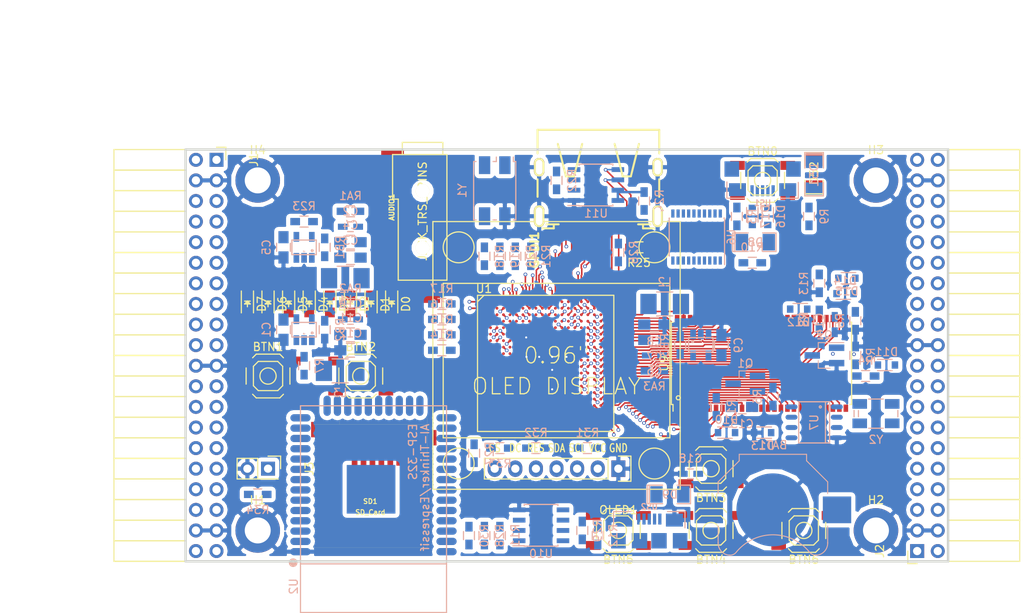
<source format=kicad_pcb>
(kicad_pcb (version 4) (host pcbnew 4.0.5+dfsg1-4)
  (layers (0 F.Cu signal) (1 In1.Cu signal) (2 In2.Cu signal) (31 B.Cu signal) (34 B.Paste user) (35 F.Paste user) (36 B.SilkS user) (37 F.SilkS user) (38 B.Mask user) (39 F.Mask user) (44 Edge.Cuts user))
  (net 0 "")
  (net 1 GND)
  (net 2 +5V)
  (net 3 /gpio/IN5V)
  (net 4 /gpio/OUT5V)
  (net 5 +3V3)
  (net 6 "Net-(L1-Pad1)")
  (net 7 "Net-(L2-Pad1)")
  (net 8 +1V2)
  (net 9 BTN_D)
  (net 10 BTN_F1)
  (net 11 BTN_F2)
  (net 12 BTN_L)
  (net 13 BTN_R)
  (net 14 BTN_U)
  (net 15 /power/FB1)
  (net 16 +2V5)
  (net 17 "Net-(L3-Pad1)")
  (net 18 /power/PWREN)
  (net 19 /power/FB3)
  (net 20 /power/FB2)
  (net 21 "Net-(D9-Pad1)")
  (net 22 /power/VBAT)
  (net 23 JTAG_TDI)
  (net 24 JTAG_TCK)
  (net 25 JTAG_TMS)
  (net 26 JTAG_TDO)
  (net 27 /power/WAKEUPn)
  (net 28 /power/WKUP)
  (net 29 /power/SHUT)
  (net 30 /power/WAKE)
  (net 31 /power/HOLD)
  (net 32 /power/WKn)
  (net 33 /power/OSCI_32k)
  (net 34 /power/OSCO_32k)
  (net 35 FTDI_nSUSPEND)
  (net 36 "Net-(Q2-Pad3)")
  (net 37 SHUTDOWN)
  (net 38 /analog/AUDIO_L)
  (net 39 /analog/AUDIO_R)
  (net 40 GPDI_5V_SCL)
  (net 41 GPDI_5V_SDA)
  (net 42 GPDI_SDA)
  (net 43 GPDI_SCL)
  (net 44 /gpdi/VREF2)
  (net 45 /blinkey/BTNPU)
  (net 46 SD_CMD)
  (net 47 SD_CLK)
  (net 48 SD_D0)
  (net 49 SD_D1)
  (net 50 USB5V)
  (net 51 "Net-(BTN0-Pad1)")
  (net 52 GPDI_CEC)
  (net 53 nRESET)
  (net 54 /usb/FT3V3)
  (net 55 FTDI_nDTR)
  (net 56 SDRAM_CKE)
  (net 57 SDRAM_A7)
  (net 58 SDRAM_D15)
  (net 59 SDRAM_BA1)
  (net 60 SDRAM_D7)
  (net 61 SDRAM_A6)
  (net 62 SDRAM_CLK)
  (net 63 SDRAM_D13)
  (net 64 SDRAM_BA0)
  (net 65 SDRAM_D6)
  (net 66 SDRAM_A5)
  (net 67 SDRAM_D14)
  (net 68 SDRAM_A11)
  (net 69 SDRAM_D12)
  (net 70 SDRAM_D5)
  (net 71 SDRAM_A4)
  (net 72 SDRAM_A10)
  (net 73 SDRAM_D11)
  (net 74 SDRAM_A3)
  (net 75 SDRAM_D4)
  (net 76 SDRAM_D10)
  (net 77 SDRAM_D9)
  (net 78 SDRAM_A9)
  (net 79 SDRAM_D3)
  (net 80 SDRAM_D8)
  (net 81 SDRAM_A8)
  (net 82 SDRAM_A2)
  (net 83 SDRAM_A1)
  (net 84 SDRAM_A0)
  (net 85 SDRAM_D2)
  (net 86 SDRAM_D1)
  (net 87 SDRAM_D0)
  (net 88 SDRAM_DQM0)
  (net 89 SDRAM_nCS)
  (net 90 SDRAM_nRAS)
  (net 91 SDRAM_DQM1)
  (net 92 SDRAM_nCAS)
  (net 93 SDRAM_nWE)
  (net 94 /flash/FLASH_nWP)
  (net 95 /flash/FLASH_nHOLD)
  (net 96 /flash/FLASH_MOSI)
  (net 97 /flash/FLASH_MISO)
  (net 98 /flash/FLASH_SCK)
  (net 99 /flash/FLASH_nCS)
  (net 100 /flash/FPGA_PROGRAMN)
  (net 101 /flash/FPGA_DONE)
  (net 102 /flash/FPGA_INITN)
  (net 103 OLED_RES)
  (net 104 OLED_DC)
  (net 105 OLED_CS)
  (net 106 WIFI_EN)
  (net 107 FTDI_nRTS)
  (net 108 WIFI_GPIO2)
  (net 109 FTDI_TXD)
  (net 110 FTDI_RXD)
  (net 111 WIFI_RXD)
  (net 112 WIFI_GPIO0)
  (net 113 FTDI_nCTS)
  (net 114 WIFI_TXD)
  (net 115 FTDI_nRI)
  (net 116 FTDI_nDCD)
  (net 117 /gpdi/CLK_25MHz)
  (net 118 GPDI_ETH-)
  (net 119 GPDI_ETH+)
  (net 120 GPDI_D2+)
  (net 121 GPDI_D2-)
  (net 122 GPDI_D1+)
  (net 123 GPDI_D1-)
  (net 124 GPDI_D0+)
  (net 125 GPDI_D0-)
  (net 126 GPDI_CLK+)
  (net 127 GPDI_CLK-)
  (net 128 USB_FPGA_D+)
  (net 129 USB_FPGA_D-)
  (net 130 USB_FTDI_D+)
  (net 131 USB_FTDI_D-)
  (net 132 J1_17-)
  (net 133 J1_17+)
  (net 134 J1_23-)
  (net 135 J1_23+)
  (net 136 J1_25-)
  (net 137 J1_25+)
  (net 138 J1_27-)
  (net 139 J1_27+)
  (net 140 J1_29-)
  (net 141 J1_29+)
  (net 142 J1_31-)
  (net 143 J1_31+)
  (net 144 J1_33-)
  (net 145 J1_33+)
  (net 146 J1_35-)
  (net 147 J1_35+)
  (net 148 J2_5-)
  (net 149 J2_5+)
  (net 150 J2_7-)
  (net 151 J2_7+)
  (net 152 J2_9-)
  (net 153 J2_9+)
  (net 154 J2_13-)
  (net 155 J2_13+)
  (net 156 J2_17-)
  (net 157 J2_17+)
  (net 158 J2_11-)
  (net 159 J2_11+)
  (net 160 J2_23-)
  (net 161 J2_23+)
  (net 162 J1_5-)
  (net 163 J1_5+)
  (net 164 J1_7-)
  (net 165 J1_7+)
  (net 166 J1_9-)
  (net 167 J1_9+)
  (net 168 J1_11-)
  (net 169 J1_11+)
  (net 170 J1_13-)
  (net 171 J1_13+)
  (net 172 J1_15-)
  (net 173 J1_15+)
  (net 174 J2_15-)
  (net 175 J2_15+)
  (net 176 J2_25-)
  (net 177 J2_25+)
  (net 178 J2_27-)
  (net 179 J2_27+)
  (net 180 J2_29-)
  (net 181 J2_29+)
  (net 182 J2_31-)
  (net 183 J2_31+)
  (net 184 J2_33-)
  (net 185 J2_33+)
  (net 186 J2_35-)
  (net 187 J2_35+)
  (net 188 SD_D3)
  (net 189 AUDIO_L3)
  (net 190 AUDIO_L2)
  (net 191 AUDIO_L1)
  (net 192 AUDIO_L0)
  (net 193 AUDIO_R3)
  (net 194 AUDIO_R2)
  (net 195 AUDIO_R1)
  (net 196 AUDIO_R0)
  (net 197 FTDI_nDSR)
  (net 198 OLED_CLK)
  (net 199 OLED_MOSI)
  (net 200 WIFI_GPIO15)
  (net 201 LED0)
  (net 202 LED1)
  (net 203 LED2)
  (net 204 LED3)
  (net 205 LED4)
  (net 206 LED5)
  (net 207 LED6)
  (net 208 LED7)
  (net 209 BTN_PWRn)
  (module lfe5bg381:BGA-381_pitch0.8mm_dia0.4mm (layer F.Cu) (at 138.48 87.8)
    (fp_text reference U1 (at -7.6 -9.2) (layer F.SilkS))
    (fp_text value LFE5U-25F-6BG381C)
    (pad A2 smd circle (at -6.8 -7.6) (size 0.35 0.35) (layers F.Cu F.Paste F.Mask) (net 139 J1_27+))
    (pad A3 smd circle (at -6 -7.6) (size 0.35 0.35) (layers F.Cu F.Paste F.Mask) (net 192 AUDIO_L0))
    (pad A4 smd circle (at -5.2 -7.6) (size 0.35 0.35) (layers F.Cu F.Paste F.Mask) (net 137 J1_25+))
    (pad A5 smd circle (at -4.4 -7.6) (size 0.35 0.35) (layers F.Cu F.Paste F.Mask) (net 136 J1_25-))
    (pad A6 smd circle (at -3.6 -7.6) (size 0.35 0.35) (layers F.Cu F.Paste F.Mask) (net 135 J1_23+))
    (pad A7 smd circle (at -2.8 -7.6) (size 0.35 0.35) (layers F.Cu F.Paste F.Mask) (net 173 J1_15+))
    (pad A8 smd circle (at -2 -7.6) (size 0.35 0.35) (layers F.Cu F.Paste F.Mask) (net 172 J1_15-))
    (pad A9 smd circle (at -1.2 -7.6) (size 0.35 0.35) (layers F.Cu F.Paste F.Mask) (net 166 J1_9-))
    (pad A10 smd circle (at -0.4 -7.6) (size 0.35 0.35) (layers F.Cu F.Paste F.Mask) (net 165 J1_7+))
    (pad A11 smd circle (at 0.4 -7.6) (size 0.35 0.35) (layers F.Cu F.Paste F.Mask) (net 164 J1_7-))
    (pad A12 smd circle (at 1.2 -7.6) (size 0.35 0.35) (layers F.Cu F.Paste F.Mask) (net 119 GPDI_ETH+))
    (pad A13 smd circle (at 2 -7.6) (size 0.35 0.35) (layers F.Cu F.Paste F.Mask) (net 118 GPDI_ETH-))
    (pad A14 smd circle (at 2.8 -7.6) (size 0.35 0.35) (layers F.Cu F.Paste F.Mask) (net 120 GPDI_D2+))
    (pad A15 smd circle (at 3.6 -7.6) (size 0.35 0.35) (layers F.Cu F.Paste F.Mask))
    (pad A16 smd circle (at 4.4 -7.6) (size 0.35 0.35) (layers F.Cu F.Paste F.Mask) (net 122 GPDI_D1+))
    (pad A17 smd circle (at 5.2 -7.6) (size 0.35 0.35) (layers F.Cu F.Paste F.Mask) (net 124 GPDI_D0+))
    (pad A18 smd circle (at 6 -7.6) (size 0.35 0.35) (layers F.Cu F.Paste F.Mask) (net 126 GPDI_CLK+))
    (pad A19 smd circle (at 6.8 -7.6) (size 0.35 0.35) (layers F.Cu F.Paste F.Mask) (net 52 GPDI_CEC))
    (pad B1 smd circle (at -7.6 -6.8) (size 0.35 0.35) (layers F.Cu F.Paste F.Mask) (net 138 J1_27-))
    (pad B2 smd circle (at -6.8 -6.8) (size 0.35 0.35) (layers F.Cu F.Paste F.Mask) (net 203 LED2))
    (pad B3 smd circle (at -6 -6.8) (size 0.35 0.35) (layers F.Cu F.Paste F.Mask) (net 193 AUDIO_R3))
    (pad B4 smd circle (at -5.2 -6.8) (size 0.35 0.35) (layers F.Cu F.Paste F.Mask) (net 140 J1_29-))
    (pad B5 smd circle (at -4.4 -6.8) (size 0.35 0.35) (layers F.Cu F.Paste F.Mask) (net 191 AUDIO_L1))
    (pad B6 smd circle (at -3.6 -6.8) (size 0.35 0.35) (layers F.Cu F.Paste F.Mask) (net 134 J1_23-))
    (pad B7 smd circle (at -2.8 -6.8) (size 0.35 0.35) (layers F.Cu F.Paste F.Mask) (net 1 GND))
    (pad B8 smd circle (at -2 -6.8) (size 0.35 0.35) (layers F.Cu F.Paste F.Mask) (net 170 J1_13-))
    (pad B9 smd circle (at -1.2 -6.8) (size 0.35 0.35) (layers F.Cu F.Paste F.Mask) (net 169 J1_11+))
    (pad B10 smd circle (at -0.4 -6.8) (size 0.35 0.35) (layers F.Cu F.Paste F.Mask) (net 167 J1_9+))
    (pad B11 smd circle (at 0.4 -6.8) (size 0.35 0.35) (layers F.Cu F.Paste F.Mask) (net 163 J1_5+))
    (pad B12 smd circle (at 1.2 -6.8) (size 0.35 0.35) (layers F.Cu F.Paste F.Mask) (net 117 /gpdi/CLK_25MHz))
    (pad B13 smd circle (at 2 -6.8) (size 0.35 0.35) (layers F.Cu F.Paste F.Mask) (net 187 J2_35+))
    (pad B14 smd circle (at 2.8 -6.8) (size 0.35 0.35) (layers F.Cu F.Paste F.Mask) (net 1 GND))
    (pad B15 smd circle (at 3.6 -6.8) (size 0.35 0.35) (layers F.Cu F.Paste F.Mask) (net 183 J2_31+))
    (pad B16 smd circle (at 4.4 -6.8) (size 0.35 0.35) (layers F.Cu F.Paste F.Mask) (net 123 GPDI_D1-))
    (pad B17 smd circle (at 5.2 -6.8) (size 0.35 0.35) (layers F.Cu F.Paste F.Mask) (net 179 J2_27+))
    (pad B18 smd circle (at 6 -6.8) (size 0.35 0.35) (layers F.Cu F.Paste F.Mask) (net 125 GPDI_D0-))
    (pad B19 smd circle (at 6.8 -6.8) (size 0.35 0.35) (layers F.Cu F.Paste F.Mask) (net 127 GPDI_CLK-))
    (pad B20 smd circle (at 7.6 -6.8) (size 0.35 0.35) (layers F.Cu F.Paste F.Mask) (net 43 GPDI_SCL))
    (pad C1 smd circle (at -7.6 -6) (size 0.35 0.35) (layers F.Cu F.Paste F.Mask) (net 207 LED6))
    (pad C2 smd circle (at -6.8 -6) (size 0.35 0.35) (layers F.Cu F.Paste F.Mask) (net 204 LED3))
    (pad C3 smd circle (at -6 -6) (size 0.35 0.35) (layers F.Cu F.Paste F.Mask) (net 190 AUDIO_L2))
    (pad C4 smd circle (at -5.2 -6) (size 0.35 0.35) (layers F.Cu F.Paste F.Mask) (net 141 J1_29+))
    (pad C5 smd circle (at -4.4 -6) (size 0.35 0.35) (layers F.Cu F.Paste F.Mask) (net 195 AUDIO_R1))
    (pad C6 smd circle (at -3.6 -6) (size 0.35 0.35) (layers F.Cu F.Paste F.Mask) (net 133 J1_17+))
    (pad C7 smd circle (at -2.8 -6) (size 0.35 0.35) (layers F.Cu F.Paste F.Mask) (net 132 J1_17-))
    (pad C8 smd circle (at -2 -6) (size 0.35 0.35) (layers F.Cu F.Paste F.Mask) (net 171 J1_13+))
    (pad C9 smd circle (at -1.2 -6) (size 0.35 0.35) (layers F.Cu F.Paste F.Mask))
    (pad C10 smd circle (at -0.4 -6) (size 0.35 0.35) (layers F.Cu F.Paste F.Mask) (net 168 J1_11-))
    (pad C11 smd circle (at 0.4 -6) (size 0.35 0.35) (layers F.Cu F.Paste F.Mask) (net 162 J1_5-))
    (pad C12 smd circle (at 1.2 -6) (size 0.35 0.35) (layers F.Cu F.Paste F.Mask) (net 42 GPDI_SDA))
    (pad C13 smd circle (at 2 -6) (size 0.35 0.35) (layers F.Cu F.Paste F.Mask) (net 186 J2_35-))
    (pad C14 smd circle (at 2.8 -6) (size 0.35 0.35) (layers F.Cu F.Paste F.Mask) (net 121 GPDI_D2-))
    (pad C15 smd circle (at 3.6 -6) (size 0.35 0.35) (layers F.Cu F.Paste F.Mask) (net 182 J2_31-))
    (pad C16 smd circle (at 4.4 -6) (size 0.35 0.35) (layers F.Cu F.Paste F.Mask) (net 181 J2_29+))
    (pad C17 smd circle (at 5.2 -6) (size 0.35 0.35) (layers F.Cu F.Paste F.Mask) (net 178 J2_27-))
    (pad C18 smd circle (at 6 -6) (size 0.35 0.35) (layers F.Cu F.Paste F.Mask) (net 161 J2_23+))
    (pad C19 smd circle (at 6.8 -6) (size 0.35 0.35) (layers F.Cu F.Paste F.Mask) (net 1 GND))
    (pad C20 smd circle (at 7.6 -6) (size 0.35 0.35) (layers F.Cu F.Paste F.Mask) (net 58 SDRAM_D15))
    (pad D1 smd circle (at -7.6 -5.2) (size 0.35 0.35) (layers F.Cu F.Paste F.Mask) (net 208 LED7))
    (pad D2 smd circle (at -6.8 -5.2) (size 0.35 0.35) (layers F.Cu F.Paste F.Mask) (net 205 LED4))
    (pad D3 smd circle (at -6 -5.2) (size 0.35 0.35) (layers F.Cu F.Paste F.Mask) (net 194 AUDIO_R2))
    (pad D4 smd circle (at -5.2 -5.2) (size 0.35 0.35) (layers F.Cu F.Paste F.Mask) (net 1 GND))
    (pad D5 smd circle (at -4.4 -5.2) (size 0.35 0.35) (layers F.Cu F.Paste F.Mask) (net 202 LED1))
    (pad D6 smd circle (at -3.6 -5.2) (size 0.35 0.35) (layers F.Cu F.Paste F.Mask) (net 209 BTN_PWRn))
    (pad D7 smd circle (at -2.8 -5.2) (size 0.35 0.35) (layers F.Cu F.Paste F.Mask))
    (pad D8 smd circle (at -2 -5.2) (size 0.35 0.35) (layers F.Cu F.Paste F.Mask))
    (pad D9 smd circle (at -1.2 -5.2) (size 0.35 0.35) (layers F.Cu F.Paste F.Mask))
    (pad D10 smd circle (at -0.4 -5.2) (size 0.35 0.35) (layers F.Cu F.Paste F.Mask))
    (pad D11 smd circle (at 0.4 -5.2) (size 0.35 0.35) (layers F.Cu F.Paste F.Mask) (net 14 BTN_U))
    (pad D12 smd circle (at 1.2 -5.2) (size 0.35 0.35) (layers F.Cu F.Paste F.Mask))
    (pad D13 smd circle (at 2 -5.2) (size 0.35 0.35) (layers F.Cu F.Paste F.Mask) (net 185 J2_33+))
    (pad D14 smd circle (at 2.8 -5.2) (size 0.35 0.35) (layers F.Cu F.Paste F.Mask))
    (pad D15 smd circle (at 3.6 -5.2) (size 0.35 0.35) (layers F.Cu F.Paste F.Mask) (net 177 J2_25+))
    (pad D16 smd circle (at 4.4 -5.2) (size 0.35 0.35) (layers F.Cu F.Paste F.Mask) (net 180 J2_29-))
    (pad D17 smd circle (at 5.2 -5.2) (size 0.35 0.35) (layers F.Cu F.Paste F.Mask) (net 160 J2_23-))
    (pad D18 smd circle (at 6 -5.2) (size 0.35 0.35) (layers F.Cu F.Paste F.Mask) (net 157 J2_17+))
    (pad D19 smd circle (at 6.8 -5.2) (size 0.35 0.35) (layers F.Cu F.Paste F.Mask) (net 67 SDRAM_D14))
    (pad D20 smd circle (at 7.6 -5.2) (size 0.35 0.35) (layers F.Cu F.Paste F.Mask) (net 63 SDRAM_D13))
    (pad E1 smd circle (at -7.6 -4.4) (size 0.35 0.35) (layers F.Cu F.Paste F.Mask) (net 206 LED5))
    (pad E2 smd circle (at -6.8 -4.4) (size 0.35 0.35) (layers F.Cu F.Paste F.Mask))
    (pad E3 smd circle (at -6 -4.4) (size 0.35 0.35) (layers F.Cu F.Paste F.Mask) (net 142 J1_31-))
    (pad E4 smd circle (at -5.2 -4.4) (size 0.35 0.35) (layers F.Cu F.Paste F.Mask) (net 201 LED0))
    (pad E5 smd circle (at -4.4 -4.4) (size 0.35 0.35) (layers F.Cu F.Paste F.Mask) (net 189 AUDIO_L3))
    (pad E6 smd circle (at -3.6 -4.4) (size 0.35 0.35) (layers F.Cu F.Paste F.Mask))
    (pad E7 smd circle (at -2.8 -4.4) (size 0.35 0.35) (layers F.Cu F.Paste F.Mask))
    (pad E8 smd circle (at -2 -4.4) (size 0.35 0.35) (layers F.Cu F.Paste F.Mask))
    (pad E9 smd circle (at -1.2 -4.4) (size 0.35 0.35) (layers F.Cu F.Paste F.Mask))
    (pad E10 smd circle (at -0.4 -4.4) (size 0.35 0.35) (layers F.Cu F.Paste F.Mask))
    (pad E11 smd circle (at 0.4 -4.4) (size 0.35 0.35) (layers F.Cu F.Paste F.Mask))
    (pad E12 smd circle (at 1.2 -4.4) (size 0.35 0.35) (layers F.Cu F.Paste F.Mask))
    (pad E13 smd circle (at 2 -4.4) (size 0.35 0.35) (layers F.Cu F.Paste F.Mask) (net 184 J2_33-))
    (pad E14 smd circle (at 2.8 -4.4) (size 0.35 0.35) (layers F.Cu F.Paste F.Mask))
    (pad E15 smd circle (at 3.6 -4.4) (size 0.35 0.35) (layers F.Cu F.Paste F.Mask) (net 176 J2_25-))
    (pad E16 smd circle (at 4.4 -4.4) (size 0.35 0.35) (layers F.Cu F.Paste F.Mask))
    (pad E17 smd circle (at 5.2 -4.4) (size 0.35 0.35) (layers F.Cu F.Paste F.Mask) (net 156 J2_17-))
    (pad E18 smd circle (at 6 -4.4) (size 0.35 0.35) (layers F.Cu F.Paste F.Mask) (net 75 SDRAM_D4))
    (pad E19 smd circle (at 6.8 -4.4) (size 0.35 0.35) (layers F.Cu F.Paste F.Mask) (net 69 SDRAM_D12))
    (pad E20 smd circle (at 7.6 -4.4) (size 0.35 0.35) (layers F.Cu F.Paste F.Mask) (net 73 SDRAM_D11))
    (pad F1 smd circle (at -7.6 -3.6) (size 0.35 0.35) (layers F.Cu F.Paste F.Mask) (net 110 FTDI_RXD))
    (pad F2 smd circle (at -6.8 -3.6) (size 0.35 0.35) (layers F.Cu F.Paste F.Mask))
    (pad F3 smd circle (at -6 -3.6) (size 0.35 0.35) (layers F.Cu F.Paste F.Mask) (net 144 J1_33-))
    (pad F4 smd circle (at -5.2 -3.6) (size 0.35 0.35) (layers F.Cu F.Paste F.Mask) (net 143 J1_31+))
    (pad F5 smd circle (at -4.4 -3.6) (size 0.35 0.35) (layers F.Cu F.Paste F.Mask) (net 196 AUDIO_R0))
    (pad F6 smd circle (at -3.6 -3.6) (size 0.35 0.35) (layers F.Cu F.Paste F.Mask) (net 16 +2V5))
    (pad F7 smd circle (at -2.8 -3.6) (size 0.35 0.35) (layers F.Cu F.Paste F.Mask) (net 1 GND))
    (pad F8 smd circle (at -2 -3.6) (size 0.35 0.35) (layers F.Cu F.Paste F.Mask) (net 1 GND))
    (pad F9 smd circle (at -1.2 -3.6) (size 0.35 0.35) (layers F.Cu F.Paste F.Mask) (net 5 +3V3))
    (pad F10 smd circle (at -0.4 -3.6) (size 0.35 0.35) (layers F.Cu F.Paste F.Mask) (net 5 +3V3))
    (pad F11 smd circle (at 0.4 -3.6) (size 0.35 0.35) (layers F.Cu F.Paste F.Mask) (net 5 +3V3))
    (pad F12 smd circle (at 1.2 -3.6) (size 0.35 0.35) (layers F.Cu F.Paste F.Mask) (net 5 +3V3))
    (pad F13 smd circle (at 2 -3.6) (size 0.35 0.35) (layers F.Cu F.Paste F.Mask) (net 1 GND))
    (pad F14 smd circle (at 2.8 -3.6) (size 0.35 0.35) (layers F.Cu F.Paste F.Mask) (net 1 GND))
    (pad F15 smd circle (at 3.6 -3.6) (size 0.35 0.35) (layers F.Cu F.Paste F.Mask) (net 16 +2V5))
    (pad F16 smd circle (at 4.4 -3.6) (size 0.35 0.35) (layers F.Cu F.Paste F.Mask))
    (pad F17 smd circle (at 5.2 -3.6) (size 0.35 0.35) (layers F.Cu F.Paste F.Mask) (net 175 J2_15+))
    (pad F18 smd circle (at 6 -3.6) (size 0.35 0.35) (layers F.Cu F.Paste F.Mask) (net 70 SDRAM_D5))
    (pad F19 smd circle (at 6.8 -3.6) (size 0.35 0.35) (layers F.Cu F.Paste F.Mask) (net 76 SDRAM_D10))
    (pad F20 smd circle (at 7.6 -3.6) (size 0.35 0.35) (layers F.Cu F.Paste F.Mask) (net 77 SDRAM_D9))
    (pad G1 smd circle (at -7.6 -2.8) (size 0.35 0.35) (layers F.Cu F.Paste F.Mask) (net 109 FTDI_TXD))
    (pad G2 smd circle (at -6.8 -2.8) (size 0.35 0.35) (layers F.Cu F.Paste F.Mask) (net 111 WIFI_RXD))
    (pad G3 smd circle (at -6 -2.8) (size 0.35 0.35) (layers F.Cu F.Paste F.Mask) (net 145 J1_33+))
    (pad G4 smd circle (at -5.2 -2.8) (size 0.35 0.35) (layers F.Cu F.Paste F.Mask) (net 1 GND))
    (pad G5 smd circle (at -4.4 -2.8) (size 0.35 0.35) (layers F.Cu F.Paste F.Mask) (net 146 J1_35-))
    (pad G6 smd circle (at -3.6 -2.8) (size 0.35 0.35) (layers F.Cu F.Paste F.Mask) (net 1 GND))
    (pad G7 smd circle (at -2.8 -2.8) (size 0.35 0.35) (layers F.Cu F.Paste F.Mask) (net 1 GND))
    (pad G8 smd circle (at -2 -2.8) (size 0.35 0.35) (layers F.Cu F.Paste F.Mask) (net 1 GND))
    (pad G9 smd circle (at -1.2 -2.8) (size 0.35 0.35) (layers F.Cu F.Paste F.Mask) (net 1 GND))
    (pad G10 smd circle (at -0.4 -2.8) (size 0.35 0.35) (layers F.Cu F.Paste F.Mask) (net 1 GND))
    (pad G11 smd circle (at 0.4 -2.8) (size 0.35 0.35) (layers F.Cu F.Paste F.Mask) (net 1 GND))
    (pad G12 smd circle (at 1.2 -2.8) (size 0.35 0.35) (layers F.Cu F.Paste F.Mask) (net 1 GND))
    (pad G13 smd circle (at 2 -2.8) (size 0.35 0.35) (layers F.Cu F.Paste F.Mask) (net 1 GND))
    (pad G14 smd circle (at 2.8 -2.8) (size 0.35 0.35) (layers F.Cu F.Paste F.Mask) (net 1 GND))
    (pad G15 smd circle (at 3.6 -2.8) (size 0.35 0.35) (layers F.Cu F.Paste F.Mask) (net 1 GND))
    (pad G16 smd circle (at 4.4 -2.8) (size 0.35 0.35) (layers F.Cu F.Paste F.Mask))
    (pad G17 smd circle (at 5.2 -2.8) (size 0.35 0.35) (layers F.Cu F.Paste F.Mask) (net 1 GND))
    (pad G18 smd circle (at 6 -2.8) (size 0.35 0.35) (layers F.Cu F.Paste F.Mask) (net 174 J2_15-))
    (pad G19 smd circle (at 6.8 -2.8) (size 0.35 0.35) (layers F.Cu F.Paste F.Mask) (net 80 SDRAM_D8))
    (pad G20 smd circle (at 7.6 -2.8) (size 0.35 0.35) (layers F.Cu F.Paste F.Mask) (net 91 SDRAM_DQM1))
    (pad H1 smd circle (at -7.6 -2) (size 0.35 0.35) (layers F.Cu F.Paste F.Mask) (net 200 WIFI_GPIO15))
    (pad H2 smd circle (at -6.8 -2) (size 0.35 0.35) (layers F.Cu F.Paste F.Mask) (net 114 WIFI_TXD))
    (pad H3 smd circle (at -6 -2) (size 0.35 0.35) (layers F.Cu F.Paste F.Mask))
    (pad H4 smd circle (at -5.2 -2) (size 0.35 0.35) (layers F.Cu F.Paste F.Mask) (net 147 J1_35+))
    (pad H5 smd circle (at -4.4 -2) (size 0.35 0.35) (layers F.Cu F.Paste F.Mask))
    (pad H6 smd circle (at -3.6 -2) (size 0.35 0.35) (layers F.Cu F.Paste F.Mask) (net 5 +3V3))
    (pad H7 smd circle (at -2.8 -2) (size 0.35 0.35) (layers F.Cu F.Paste F.Mask) (net 5 +3V3))
    (pad H8 smd circle (at -2 -2) (size 0.35 0.35) (layers F.Cu F.Paste F.Mask) (net 8 +1V2))
    (pad H9 smd circle (at -1.2 -2) (size 0.35 0.35) (layers F.Cu F.Paste F.Mask) (net 8 +1V2))
    (pad H10 smd circle (at -0.4 -2) (size 0.35 0.35) (layers F.Cu F.Paste F.Mask) (net 8 +1V2))
    (pad H11 smd circle (at 0.4 -2) (size 0.35 0.35) (layers F.Cu F.Paste F.Mask) (net 8 +1V2))
    (pad H12 smd circle (at 1.2 -2) (size 0.35 0.35) (layers F.Cu F.Paste F.Mask) (net 8 +1V2))
    (pad H13 smd circle (at 2 -2) (size 0.35 0.35) (layers F.Cu F.Paste F.Mask) (net 8 +1V2))
    (pad H14 smd circle (at 2.8 -2) (size 0.35 0.35) (layers F.Cu F.Paste F.Mask) (net 5 +3V3))
    (pad H15 smd circle (at 3.6 -2) (size 0.35 0.35) (layers F.Cu F.Paste F.Mask) (net 5 +3V3))
    (pad H16 smd circle (at 4.4 -2) (size 0.35 0.35) (layers F.Cu F.Paste F.Mask))
    (pad H17 smd circle (at 5.2 -2) (size 0.35 0.35) (layers F.Cu F.Paste F.Mask) (net 154 J2_13-))
    (pad H18 smd circle (at 6 -2) (size 0.35 0.35) (layers F.Cu F.Paste F.Mask) (net 155 J2_13+))
    (pad H19 smd circle (at 6.8 -2) (size 0.35 0.35) (layers F.Cu F.Paste F.Mask) (net 1 GND))
    (pad H20 smd circle (at 7.6 -2) (size 0.35 0.35) (layers F.Cu F.Paste F.Mask) (net 62 SDRAM_CLK))
    (pad J1 smd circle (at -7.6 -1.2) (size 0.35 0.35) (layers F.Cu F.Paste F.Mask) (net 198 OLED_CLK))
    (pad J2 smd circle (at -6.8 -1.2) (size 0.35 0.35) (layers F.Cu F.Paste F.Mask) (net 1 GND))
    (pad J3 smd circle (at -6 -1.2) (size 0.35 0.35) (layers F.Cu F.Paste F.Mask) (net 112 WIFI_GPIO0))
    (pad J4 smd circle (at -5.2 -1.2) (size 0.35 0.35) (layers F.Cu F.Paste F.Mask) (net 108 WIFI_GPIO2))
    (pad J5 smd circle (at -4.4 -1.2) (size 0.35 0.35) (layers F.Cu F.Paste F.Mask) (net 113 FTDI_nCTS))
    (pad J6 smd circle (at -3.6 -1.2) (size 0.35 0.35) (layers F.Cu F.Paste F.Mask) (net 5 +3V3))
    (pad J7 smd circle (at -2.8 -1.2) (size 0.35 0.35) (layers F.Cu F.Paste F.Mask) (net 1 GND))
    (pad J8 smd circle (at -2 -1.2) (size 0.35 0.35) (layers F.Cu F.Paste F.Mask) (net 8 +1V2))
    (pad J9 smd circle (at -1.2 -1.2) (size 0.35 0.35) (layers F.Cu F.Paste F.Mask) (net 1 GND))
    (pad J10 smd circle (at -0.4 -1.2) (size 0.35 0.35) (layers F.Cu F.Paste F.Mask) (net 1 GND))
    (pad J11 smd circle (at 0.4 -1.2) (size 0.35 0.35) (layers F.Cu F.Paste F.Mask) (net 1 GND))
    (pad J12 smd circle (at 1.2 -1.2) (size 0.35 0.35) (layers F.Cu F.Paste F.Mask) (net 1 GND))
    (pad J13 smd circle (at 2 -1.2) (size 0.35 0.35) (layers F.Cu F.Paste F.Mask) (net 8 +1V2))
    (pad J14 smd circle (at 2.8 -1.2) (size 0.35 0.35) (layers F.Cu F.Paste F.Mask) (net 1 GND))
    (pad J15 smd circle (at 3.6 -1.2) (size 0.35 0.35) (layers F.Cu F.Paste F.Mask) (net 5 +3V3))
    (pad J16 smd circle (at 4.4 -1.2) (size 0.35 0.35) (layers F.Cu F.Paste F.Mask))
    (pad J17 smd circle (at 5.2 -1.2) (size 0.35 0.35) (layers F.Cu F.Paste F.Mask))
    (pad J18 smd circle (at 6 -1.2) (size 0.35 0.35) (layers F.Cu F.Paste F.Mask) (net 79 SDRAM_D3))
    (pad J19 smd circle (at 6.8 -1.2) (size 0.35 0.35) (layers F.Cu F.Paste F.Mask) (net 56 SDRAM_CKE))
    (pad J20 smd circle (at 7.6 -1.2) (size 0.35 0.35) (layers F.Cu F.Paste F.Mask) (net 68 SDRAM_A11))
    (pad K1 smd circle (at -7.6 -0.4) (size 0.35 0.35) (layers F.Cu F.Paste F.Mask) (net 55 FTDI_nDTR))
    (pad K2 smd circle (at -6.8 -0.4) (size 0.35 0.35) (layers F.Cu F.Paste F.Mask) (net 199 OLED_MOSI))
    (pad K3 smd circle (at -6 -0.4) (size 0.35 0.35) (layers F.Cu F.Paste F.Mask) (net 107 FTDI_nRTS))
    (pad K4 smd circle (at -5.2 -0.4) (size 0.35 0.35) (layers F.Cu F.Paste F.Mask) (net 103 OLED_RES))
    (pad K5 smd circle (at -4.4 -0.4) (size 0.35 0.35) (layers F.Cu F.Paste F.Mask) (net 104 OLED_DC))
    (pad K6 smd circle (at -3.6 -0.4) (size 0.35 0.35) (layers F.Cu F.Paste F.Mask) (net 1 GND))
    (pad K7 smd circle (at -2.8 -0.4) (size 0.35 0.35) (layers F.Cu F.Paste F.Mask) (net 1 GND))
    (pad K8 smd circle (at -2 -0.4) (size 0.35 0.35) (layers F.Cu F.Paste F.Mask) (net 8 +1V2))
    (pad K9 smd circle (at -1.2 -0.4) (size 0.35 0.35) (layers F.Cu F.Paste F.Mask) (net 1 GND))
    (pad K10 smd circle (at -0.4 -0.4) (size 0.35 0.35) (layers F.Cu F.Paste F.Mask) (net 1 GND))
    (pad K11 smd circle (at 0.4 -0.4) (size 0.35 0.35) (layers F.Cu F.Paste F.Mask) (net 1 GND))
    (pad K12 smd circle (at 1.2 -0.4) (size 0.35 0.35) (layers F.Cu F.Paste F.Mask) (net 1 GND))
    (pad K13 smd circle (at 2 -0.4) (size 0.35 0.35) (layers F.Cu F.Paste F.Mask) (net 8 +1V2))
    (pad K14 smd circle (at 2.8 -0.4) (size 0.35 0.35) (layers F.Cu F.Paste F.Mask) (net 1 GND))
    (pad K15 smd circle (at 3.6 -0.4) (size 0.35 0.35) (layers F.Cu F.Paste F.Mask) (net 1 GND))
    (pad K16 smd circle (at 4.4 -0.4) (size 0.35 0.35) (layers F.Cu F.Paste F.Mask))
    (pad K17 smd circle (at 5.2 -0.4) (size 0.35 0.35) (layers F.Cu F.Paste F.Mask))
    (pad K18 smd circle (at 6 -0.4) (size 0.35 0.35) (layers F.Cu F.Paste F.Mask) (net 85 SDRAM_D2))
    (pad K19 smd circle (at 6.8 -0.4) (size 0.35 0.35) (layers F.Cu F.Paste F.Mask) (net 78 SDRAM_A9))
    (pad K20 smd circle (at 7.6 -0.4) (size 0.35 0.35) (layers F.Cu F.Paste F.Mask) (net 81 SDRAM_A8))
    (pad L1 smd circle (at -7.6 0.4) (size 0.35 0.35) (layers F.Cu F.Paste F.Mask) (net 48 SD_D0))
    (pad L2 smd circle (at -6.8 0.4) (size 0.35 0.35) (layers F.Cu F.Paste F.Mask) (net 116 FTDI_nDCD))
    (pad L3 smd circle (at -6 0.4) (size 0.35 0.35) (layers F.Cu F.Paste F.Mask))
    (pad L4 smd circle (at -5.2 0.4) (size 0.35 0.35) (layers F.Cu F.Paste F.Mask) (net 106 WIFI_EN))
    (pad L5 smd circle (at -4.4 0.4) (size 0.35 0.35) (layers F.Cu F.Paste F.Mask) (net 197 FTDI_nDSR))
    (pad L6 smd circle (at -3.6 0.4) (size 0.35 0.35) (layers F.Cu F.Paste F.Mask) (net 5 +3V3))
    (pad L7 smd circle (at -2.8 0.4) (size 0.35 0.35) (layers F.Cu F.Paste F.Mask) (net 5 +3V3))
    (pad L8 smd circle (at -2 0.4) (size 0.35 0.35) (layers F.Cu F.Paste F.Mask) (net 8 +1V2))
    (pad L9 smd circle (at -1.2 0.4) (size 0.35 0.35) (layers F.Cu F.Paste F.Mask) (net 1 GND))
    (pad L10 smd circle (at -0.4 0.4) (size 0.35 0.35) (layers F.Cu F.Paste F.Mask) (net 1 GND))
    (pad L11 smd circle (at 0.4 0.4) (size 0.35 0.35) (layers F.Cu F.Paste F.Mask) (net 1 GND))
    (pad L12 smd circle (at 1.2 0.4) (size 0.35 0.35) (layers F.Cu F.Paste F.Mask) (net 1 GND))
    (pad L13 smd circle (at 2 0.4) (size 0.35 0.35) (layers F.Cu F.Paste F.Mask) (net 8 +1V2))
    (pad L14 smd circle (at 2.8 0.4) (size 0.35 0.35) (layers F.Cu F.Paste F.Mask) (net 5 +3V3))
    (pad L15 smd circle (at 3.6 0.4) (size 0.35 0.35) (layers F.Cu F.Paste F.Mask) (net 5 +3V3))
    (pad L16 smd circle (at 4.4 0.4) (size 0.35 0.35) (layers F.Cu F.Paste F.Mask) (net 159 J2_11+))
    (pad L17 smd circle (at 5.2 0.4) (size 0.35 0.35) (layers F.Cu F.Paste F.Mask) (net 158 J2_11-))
    (pad L18 smd circle (at 6 0.4) (size 0.35 0.35) (layers F.Cu F.Paste F.Mask) (net 86 SDRAM_D1))
    (pad L19 smd circle (at 6.8 0.4) (size 0.35 0.35) (layers F.Cu F.Paste F.Mask) (net 57 SDRAM_A7))
    (pad L20 smd circle (at 7.6 0.4) (size 0.35 0.35) (layers F.Cu F.Paste F.Mask) (net 61 SDRAM_A6))
    (pad M1 smd circle (at -7.6 1.2) (size 0.35 0.35) (layers F.Cu F.Paste F.Mask) (net 46 SD_CMD))
    (pad M2 smd circle (at -6.8 1.2) (size 0.35 0.35) (layers F.Cu F.Paste F.Mask) (net 1 GND))
    (pad M3 smd circle (at -6 1.2) (size 0.35 0.35) (layers F.Cu F.Paste F.Mask) (net 129 USB_FPGA_D-))
    (pad M4 smd circle (at -5.2 1.2) (size 0.35 0.35) (layers F.Cu F.Paste F.Mask))
    (pad M5 smd circle (at -4.4 1.2) (size 0.35 0.35) (layers F.Cu F.Paste F.Mask))
    (pad M6 smd circle (at -3.6 1.2) (size 0.35 0.35) (layers F.Cu F.Paste F.Mask) (net 5 +3V3))
    (pad M7 smd circle (at -2.8 1.2) (size 0.35 0.35) (layers F.Cu F.Paste F.Mask) (net 1 GND))
    (pad M8 smd circle (at -2 1.2) (size 0.35 0.35) (layers F.Cu F.Paste F.Mask) (net 8 +1V2))
    (pad M9 smd circle (at -1.2 1.2) (size 0.35 0.35) (layers F.Cu F.Paste F.Mask) (net 1 GND))
    (pad M10 smd circle (at -0.4 1.2) (size 0.35 0.35) (layers F.Cu F.Paste F.Mask) (net 1 GND))
    (pad M11 smd circle (at 0.4 1.2) (size 0.35 0.35) (layers F.Cu F.Paste F.Mask) (net 1 GND))
    (pad M12 smd circle (at 1.2 1.2) (size 0.35 0.35) (layers F.Cu F.Paste F.Mask) (net 1 GND))
    (pad M13 smd circle (at 2 1.2) (size 0.35 0.35) (layers F.Cu F.Paste F.Mask) (net 8 +1V2))
    (pad M14 smd circle (at 2.8 1.2) (size 0.35 0.35) (layers F.Cu F.Paste F.Mask) (net 1 GND))
    (pad M15 smd circle (at 3.6 1.2) (size 0.35 0.35) (layers F.Cu F.Paste F.Mask) (net 5 +3V3))
    (pad M16 smd circle (at 4.4 1.2) (size 0.35 0.35) (layers F.Cu F.Paste F.Mask) (net 1 GND))
    (pad M17 smd circle (at 5.2 1.2) (size 0.35 0.35) (layers F.Cu F.Paste F.Mask) (net 152 J2_9-))
    (pad M18 smd circle (at 6 1.2) (size 0.35 0.35) (layers F.Cu F.Paste F.Mask) (net 87 SDRAM_D0))
    (pad M19 smd circle (at 6.8 1.2) (size 0.35 0.35) (layers F.Cu F.Paste F.Mask) (net 66 SDRAM_A5))
    (pad M20 smd circle (at 7.6 1.2) (size 0.35 0.35) (layers F.Cu F.Paste F.Mask) (net 71 SDRAM_A4))
    (pad N1 smd circle (at -7.6 2) (size 0.35 0.35) (layers F.Cu F.Paste F.Mask) (net 47 SD_CLK))
    (pad N2 smd circle (at -6.8 2) (size 0.35 0.35) (layers F.Cu F.Paste F.Mask) (net 49 SD_D1))
    (pad N3 smd circle (at -6 2) (size 0.35 0.35) (layers F.Cu F.Paste F.Mask) (net 128 USB_FPGA_D+))
    (pad N4 smd circle (at -5.2 2) (size 0.35 0.35) (layers F.Cu F.Paste F.Mask) (net 105 OLED_CS))
    (pad N5 smd circle (at -4.4 2) (size 0.35 0.35) (layers F.Cu F.Paste F.Mask))
    (pad N6 smd circle (at -3.6 2) (size 0.35 0.35) (layers F.Cu F.Paste F.Mask) (net 1 GND))
    (pad N7 smd circle (at -2.8 2) (size 0.35 0.35) (layers F.Cu F.Paste F.Mask) (net 1 GND))
    (pad N8 smd circle (at -2 2) (size 0.35 0.35) (layers F.Cu F.Paste F.Mask) (net 8 +1V2))
    (pad N9 smd circle (at -1.2 2) (size 0.35 0.35) (layers F.Cu F.Paste F.Mask) (net 8 +1V2))
    (pad N10 smd circle (at -0.4 2) (size 0.35 0.35) (layers F.Cu F.Paste F.Mask) (net 8 +1V2))
    (pad N11 smd circle (at 0.4 2) (size 0.35 0.35) (layers F.Cu F.Paste F.Mask) (net 8 +1V2))
    (pad N12 smd circle (at 1.2 2) (size 0.35 0.35) (layers F.Cu F.Paste F.Mask) (net 8 +1V2))
    (pad N13 smd circle (at 2 2) (size 0.35 0.35) (layers F.Cu F.Paste F.Mask) (net 8 +1V2))
    (pad N14 smd circle (at 2.8 2) (size 0.35 0.35) (layers F.Cu F.Paste F.Mask) (net 1 GND))
    (pad N15 smd circle (at 3.6 2) (size 0.35 0.35) (layers F.Cu F.Paste F.Mask) (net 1 GND))
    (pad N16 smd circle (at 4.4 2) (size 0.35 0.35) (layers F.Cu F.Paste F.Mask) (net 153 J2_9+))
    (pad N17 smd circle (at 5.2 2) (size 0.35 0.35) (layers F.Cu F.Paste F.Mask) (net 151 J2_7+))
    (pad N18 smd circle (at 6 2) (size 0.35 0.35) (layers F.Cu F.Paste F.Mask) (net 65 SDRAM_D6))
    (pad N19 smd circle (at 6.8 2) (size 0.35 0.35) (layers F.Cu F.Paste F.Mask) (net 74 SDRAM_A3))
    (pad N20 smd circle (at 7.6 2) (size 0.35 0.35) (layers F.Cu F.Paste F.Mask) (net 82 SDRAM_A2))
    (pad P1 smd circle (at -7.6 2.8) (size 0.35 0.35) (layers F.Cu F.Paste F.Mask) (net 188 SD_D3))
    (pad P2 smd circle (at -6.8 2.8) (size 0.35 0.35) (layers F.Cu F.Paste F.Mask))
    (pad P3 smd circle (at -6 2.8) (size 0.35 0.35) (layers F.Cu F.Paste F.Mask))
    (pad P4 smd circle (at -5.2 2.8) (size 0.35 0.35) (layers F.Cu F.Paste F.Mask))
    (pad P5 smd circle (at -4.4 2.8) (size 0.35 0.35) (layers F.Cu F.Paste F.Mask) (net 115 FTDI_nRI))
    (pad P6 smd circle (at -3.6 2.8) (size 0.35 0.35) (layers F.Cu F.Paste F.Mask) (net 16 +2V5))
    (pad P7 smd circle (at -2.8 2.8) (size 0.35 0.35) (layers F.Cu F.Paste F.Mask) (net 1 GND))
    (pad P8 smd circle (at -2 2.8) (size 0.35 0.35) (layers F.Cu F.Paste F.Mask) (net 1 GND))
    (pad P9 smd circle (at -1.2 2.8) (size 0.35 0.35) (layers F.Cu F.Paste F.Mask) (net 5 +3V3))
    (pad P10 smd circle (at -0.4 2.8) (size 0.35 0.35) (layers F.Cu F.Paste F.Mask) (net 5 +3V3))
    (pad P11 smd circle (at 0.4 2.8) (size 0.35 0.35) (layers F.Cu F.Paste F.Mask) (net 1 GND))
    (pad P12 smd circle (at 1.2 2.8) (size 0.35 0.35) (layers F.Cu F.Paste F.Mask) (net 1 GND))
    (pad P13 smd circle (at 2 2.8) (size 0.35 0.35) (layers F.Cu F.Paste F.Mask) (net 1 GND))
    (pad P14 smd circle (at 2.8 2.8) (size 0.35 0.35) (layers F.Cu F.Paste F.Mask) (net 1 GND))
    (pad P15 smd circle (at 3.6 2.8) (size 0.35 0.35) (layers F.Cu F.Paste F.Mask) (net 16 +2V5))
    (pad P16 smd circle (at 4.4 2.8) (size 0.35 0.35) (layers F.Cu F.Paste F.Mask) (net 150 J2_7-))
    (pad P17 smd circle (at 5.2 2.8) (size 0.35 0.35) (layers F.Cu F.Paste F.Mask))
    (pad P18 smd circle (at 6 2.8) (size 0.35 0.35) (layers F.Cu F.Paste F.Mask) (net 60 SDRAM_D7))
    (pad P19 smd circle (at 6.8 2.8) (size 0.35 0.35) (layers F.Cu F.Paste F.Mask) (net 83 SDRAM_A1))
    (pad P20 smd circle (at 7.6 2.8) (size 0.35 0.35) (layers F.Cu F.Paste F.Mask) (net 84 SDRAM_A0))
    (pad R1 smd circle (at -7.6 3.6) (size 0.35 0.35) (layers F.Cu F.Paste F.Mask) (net 10 BTN_F1))
    (pad R2 smd circle (at -6.8 3.6) (size 0.35 0.35) (layers F.Cu F.Paste F.Mask) (net 99 /flash/FLASH_nCS))
    (pad R3 smd circle (at -6 3.6) (size 0.35 0.35) (layers F.Cu F.Paste F.Mask))
    (pad R4 smd circle (at -5.2 3.6) (size 0.35 0.35) (layers F.Cu F.Paste F.Mask) (net 1 GND))
    (pad R5 smd circle (at -4.4 3.6) (size 0.35 0.35) (layers F.Cu F.Paste F.Mask) (net 23 JTAG_TDI))
    (pad R16 smd circle (at 4.4 3.6) (size 0.35 0.35) (layers F.Cu F.Paste F.Mask))
    (pad R17 smd circle (at 5.2 3.6) (size 0.35 0.35) (layers F.Cu F.Paste F.Mask))
    (pad R18 smd circle (at 6 3.6) (size 0.35 0.35) (layers F.Cu F.Paste F.Mask) (net 88 SDRAM_DQM0))
    (pad R19 smd circle (at 6.8 3.6) (size 0.35 0.35) (layers F.Cu F.Paste F.Mask) (net 1 GND))
    (pad R20 smd circle (at 7.6 3.6) (size 0.35 0.35) (layers F.Cu F.Paste F.Mask) (net 72 SDRAM_A10))
    (pad T1 smd circle (at -7.6 4.4) (size 0.35 0.35) (layers F.Cu F.Paste F.Mask) (net 11 BTN_F2))
    (pad T2 smd circle (at -6.8 4.4) (size 0.35 0.35) (layers F.Cu F.Paste F.Mask) (net 5 +3V3))
    (pad T3 smd circle (at -6 4.4) (size 0.35 0.35) (layers F.Cu F.Paste F.Mask) (net 5 +3V3))
    (pad T4 smd circle (at -5.2 4.4) (size 0.35 0.35) (layers F.Cu F.Paste F.Mask) (net 5 +3V3))
    (pad T5 smd circle (at -4.4 4.4) (size 0.35 0.35) (layers F.Cu F.Paste F.Mask) (net 24 JTAG_TCK))
    (pad T6 smd circle (at -3.6 4.4) (size 0.35 0.35) (layers F.Cu F.Paste F.Mask) (net 1 GND))
    (pad T7 smd circle (at -2.8 4.4) (size 0.35 0.35) (layers F.Cu F.Paste F.Mask) (net 1 GND))
    (pad T8 smd circle (at -2 4.4) (size 0.35 0.35) (layers F.Cu F.Paste F.Mask) (net 1 GND))
    (pad T9 smd circle (at -1.2 4.4) (size 0.35 0.35) (layers F.Cu F.Paste F.Mask) (net 1 GND))
    (pad T10 smd circle (at -0.4 4.4) (size 0.35 0.35) (layers F.Cu F.Paste F.Mask) (net 1 GND))
    (pad T11 smd circle (at 0.4 4.4) (size 0.35 0.35) (layers F.Cu F.Paste F.Mask))
    (pad T12 smd circle (at 1.2 4.4) (size 0.35 0.35) (layers F.Cu F.Paste F.Mask))
    (pad T13 smd circle (at 2 4.4) (size 0.35 0.35) (layers F.Cu F.Paste F.Mask))
    (pad T14 smd circle (at 2.8 4.4) (size 0.35 0.35) (layers F.Cu F.Paste F.Mask))
    (pad T15 smd circle (at 3.6 4.4) (size 0.35 0.35) (layers F.Cu F.Paste F.Mask))
    (pad T16 smd circle (at 4.4 4.4) (size 0.35 0.35) (layers F.Cu F.Paste F.Mask))
    (pad T17 smd circle (at 5.2 4.4) (size 0.35 0.35) (layers F.Cu F.Paste F.Mask) (net 92 SDRAM_nCAS))
    (pad T18 smd circle (at 6 4.4) (size 0.35 0.35) (layers F.Cu F.Paste F.Mask) (net 93 SDRAM_nWE))
    (pad T19 smd circle (at 6.8 4.4) (size 0.35 0.35) (layers F.Cu F.Paste F.Mask) (net 59 SDRAM_BA1))
    (pad T20 smd circle (at 7.6 4.4) (size 0.35 0.35) (layers F.Cu F.Paste F.Mask) (net 64 SDRAM_BA0))
    (pad U1 smd circle (at -7.6 5.2) (size 0.35 0.35) (layers F.Cu F.Paste F.Mask) (net 14 BTN_U))
    (pad U2 smd circle (at -6.8 5.2) (size 0.35 0.35) (layers F.Cu F.Paste F.Mask) (net 5 +3V3))
    (pad U3 smd circle (at -6 5.2) (size 0.35 0.35) (layers F.Cu F.Paste F.Mask) (net 98 /flash/FLASH_SCK))
    (pad U4 smd circle (at -5.2 5.2) (size 0.35 0.35) (layers F.Cu F.Paste F.Mask) (net 1 GND))
    (pad U5 smd circle (at -4.4 5.2) (size 0.35 0.35) (layers F.Cu F.Paste F.Mask) (net 25 JTAG_TMS))
    (pad U6 smd circle (at -3.6 5.2) (size 0.35 0.35) (layers F.Cu F.Paste F.Mask) (net 1 GND))
    (pad U7 smd circle (at -2.8 5.2) (size 0.35 0.35) (layers F.Cu F.Paste F.Mask) (net 1 GND))
    (pad U8 smd circle (at -2 5.2) (size 0.35 0.35) (layers F.Cu F.Paste F.Mask) (net 1 GND))
    (pad U9 smd circle (at -1.2 5.2) (size 0.35 0.35) (layers F.Cu F.Paste F.Mask) (net 1 GND))
    (pad U10 smd circle (at -0.4 5.2) (size 0.35 0.35) (layers F.Cu F.Paste F.Mask) (net 1 GND))
    (pad U11 smd circle (at 0.4 5.2) (size 0.35 0.35) (layers F.Cu F.Paste F.Mask) (net 1 GND))
    (pad U12 smd circle (at 1.2 5.2) (size 0.35 0.35) (layers F.Cu F.Paste F.Mask) (net 1 GND))
    (pad U13 smd circle (at 2 5.2) (size 0.35 0.35) (layers F.Cu F.Paste F.Mask) (net 1 GND))
    (pad U14 smd circle (at 2.8 5.2) (size 0.35 0.35) (layers F.Cu F.Paste F.Mask) (net 1 GND))
    (pad U15 smd circle (at 3.6 5.2) (size 0.35 0.35) (layers F.Cu F.Paste F.Mask))
    (pad U16 smd circle (at 4.4 5.2) (size 0.35 0.35) (layers F.Cu F.Paste F.Mask))
    (pad U17 smd circle (at 5.2 5.2) (size 0.35 0.35) (layers F.Cu F.Paste F.Mask) (net 148 J2_5-))
    (pad U18 smd circle (at 6 5.2) (size 0.35 0.35) (layers F.Cu F.Paste F.Mask) (net 149 J2_5+))
    (pad U19 smd circle (at 6.8 5.2) (size 0.35 0.35) (layers F.Cu F.Paste F.Mask) (net 89 SDRAM_nCS))
    (pad U20 smd circle (at 7.6 5.2) (size 0.35 0.35) (layers F.Cu F.Paste F.Mask) (net 90 SDRAM_nRAS))
    (pad V1 smd circle (at -7.6 6) (size 0.35 0.35) (layers F.Cu F.Paste F.Mask) (net 9 BTN_D))
    (pad V2 smd circle (at -6.8 6) (size 0.35 0.35) (layers F.Cu F.Paste F.Mask) (net 97 /flash/FLASH_MISO))
    (pad V3 smd circle (at -6 6) (size 0.35 0.35) (layers F.Cu F.Paste F.Mask) (net 102 /flash/FPGA_INITN))
    (pad V4 smd circle (at -5.2 6) (size 0.35 0.35) (layers F.Cu F.Paste F.Mask) (net 26 JTAG_TDO))
    (pad V5 smd circle (at -4.4 6) (size 0.35 0.35) (layers F.Cu F.Paste F.Mask) (net 1 GND))
    (pad V6 smd circle (at -3.6 6) (size 0.35 0.35) (layers F.Cu F.Paste F.Mask) (net 1 GND))
    (pad V7 smd circle (at -2.8 6) (size 0.35 0.35) (layers F.Cu F.Paste F.Mask) (net 1 GND))
    (pad V8 smd circle (at -2 6) (size 0.35 0.35) (layers F.Cu F.Paste F.Mask) (net 1 GND))
    (pad V9 smd circle (at -1.2 6) (size 0.35 0.35) (layers F.Cu F.Paste F.Mask) (net 1 GND))
    (pad V10 smd circle (at -0.4 6) (size 0.35 0.35) (layers F.Cu F.Paste F.Mask) (net 1 GND))
    (pad V11 smd circle (at 0.4 6) (size 0.35 0.35) (layers F.Cu F.Paste F.Mask) (net 1 GND))
    (pad V12 smd circle (at 1.2 6) (size 0.35 0.35) (layers F.Cu F.Paste F.Mask) (net 1 GND))
    (pad V13 smd circle (at 2 6) (size 0.35 0.35) (layers F.Cu F.Paste F.Mask) (net 1 GND))
    (pad V14 smd circle (at 2.8 6) (size 0.35 0.35) (layers F.Cu F.Paste F.Mask) (net 1 GND))
    (pad V15 smd circle (at 3.6 6) (size 0.35 0.35) (layers F.Cu F.Paste F.Mask) (net 1 GND))
    (pad V16 smd circle (at 4.4 6) (size 0.35 0.35) (layers F.Cu F.Paste F.Mask) (net 1 GND))
    (pad V17 smd circle (at 5.2 6) (size 0.35 0.35) (layers F.Cu F.Paste F.Mask))
    (pad V18 smd circle (at 6 6) (size 0.35 0.35) (layers F.Cu F.Paste F.Mask))
    (pad V19 smd circle (at 6.8 6) (size 0.35 0.35) (layers F.Cu F.Paste F.Mask) (net 1 GND))
    (pad V20 smd circle (at 7.6 6) (size 0.35 0.35) (layers F.Cu F.Paste F.Mask) (net 1 GND))
    (pad W1 smd circle (at -7.6 6.8) (size 0.35 0.35) (layers F.Cu F.Paste F.Mask) (net 12 BTN_L))
    (pad W2 smd circle (at -6.8 6.8) (size 0.35 0.35) (layers F.Cu F.Paste F.Mask) (net 96 /flash/FLASH_MOSI))
    (pad W3 smd circle (at -6 6.8) (size 0.35 0.35) (layers F.Cu F.Paste F.Mask) (net 100 /flash/FPGA_PROGRAMN))
    (pad W4 smd circle (at -5.2 6.8) (size 0.35 0.35) (layers F.Cu F.Paste F.Mask))
    (pad W5 smd circle (at -4.4 6.8) (size 0.35 0.35) (layers F.Cu F.Paste F.Mask))
    (pad W6 smd circle (at -3.6 6.8) (size 0.35 0.35) (layers F.Cu F.Paste F.Mask) (net 1 GND))
    (pad W7 smd circle (at -2.8 6.8) (size 0.35 0.35) (layers F.Cu F.Paste F.Mask) (net 1 GND))
    (pad W8 smd circle (at -2 6.8) (size 0.35 0.35) (layers F.Cu F.Paste F.Mask))
    (pad W9 smd circle (at -1.2 6.8) (size 0.35 0.35) (layers F.Cu F.Paste F.Mask))
    (pad W10 smd circle (at -0.4 6.8) (size 0.35 0.35) (layers F.Cu F.Paste F.Mask))
    (pad W11 smd circle (at 0.4 6.8) (size 0.35 0.35) (layers F.Cu F.Paste F.Mask))
    (pad W12 smd circle (at 1.2 6.8) (size 0.35 0.35) (layers F.Cu F.Paste F.Mask) (net 1 GND))
    (pad W13 smd circle (at 2 6.8) (size 0.35 0.35) (layers F.Cu F.Paste F.Mask))
    (pad W14 smd circle (at 2.8 6.8) (size 0.35 0.35) (layers F.Cu F.Paste F.Mask))
    (pad W15 smd circle (at 3.6 6.8) (size 0.35 0.35) (layers F.Cu F.Paste F.Mask) (net 1 GND))
    (pad W16 smd circle (at 4.4 6.8) (size 0.35 0.35) (layers F.Cu F.Paste F.Mask) (net 1 GND))
    (pad W17 smd circle (at 5.2 6.8) (size 0.35 0.35) (layers F.Cu F.Paste F.Mask))
    (pad W18 smd circle (at 6 6.8) (size 0.35 0.35) (layers F.Cu F.Paste F.Mask))
    (pad W19 smd circle (at 6.8 6.8) (size 0.35 0.35) (layers F.Cu F.Paste F.Mask) (net 1 GND))
    (pad W20 smd circle (at 7.6 6.8) (size 0.35 0.35) (layers F.Cu F.Paste F.Mask))
    (pad Y2 smd circle (at -6.8 7.6) (size 0.35 0.35) (layers F.Cu F.Paste F.Mask) (net 13 BTN_R))
    (pad Y3 smd circle (at -6 7.6) (size 0.35 0.35) (layers F.Cu F.Paste F.Mask) (net 101 /flash/FPGA_DONE))
    (pad Y5 smd circle (at -4.4 7.6) (size 0.35 0.35) (layers F.Cu F.Paste F.Mask) (net 1 GND))
    (pad Y6 smd circle (at -3.6 7.6) (size 0.35 0.35) (layers F.Cu F.Paste F.Mask) (net 1 GND))
    (pad Y7 smd circle (at -2.8 7.6) (size 0.35 0.35) (layers F.Cu F.Paste F.Mask) (net 1 GND))
    (pad Y8 smd circle (at -2 7.6) (size 0.35 0.35) (layers F.Cu F.Paste F.Mask) (net 1 GND))
    (pad Y11 smd circle (at 0.4 7.6) (size 0.35 0.35) (layers F.Cu F.Paste F.Mask) (net 1 GND))
    (pad Y12 smd circle (at 1.2 7.6) (size 0.35 0.35) (layers F.Cu F.Paste F.Mask) (net 1 GND))
    (pad Y14 smd circle (at 2.8 7.6) (size 0.35 0.35) (layers F.Cu F.Paste F.Mask))
    (pad Y15 smd circle (at 3.6 7.6) (size 0.35 0.35) (layers F.Cu F.Paste F.Mask))
    (pad Y16 smd circle (at 4.4 7.6) (size 0.35 0.35) (layers F.Cu F.Paste F.Mask))
    (pad Y17 smd circle (at 5.2 7.6) (size 0.35 0.35) (layers F.Cu F.Paste F.Mask))
    (pad Y19 smd circle (at 6.8 7.6) (size 0.35 0.35) (layers F.Cu F.Paste F.Mask))
  )
  (module Keystone_3000_1x12mm-CoinCell:Keystone_3000_1x12mm-CoinCell (layer B.Cu) (at 166.49 105.87 180)
    (fp_text reference BAT1 (at 0 8 180) (layer B.SilkS) (effects (justify mirror)))
    (fp_text value CR1225)
    (pad 1 smd rect (at -7.9 0 180) (size 3.5 3.3) (layers B.Cu B.Paste B.Mask) (net 22 /power/VBAT))
    (pad 1 smd rect (at 7.9 0 180) (size 3.5 3.3) (layers B.Cu B.Paste B.Mask) (net 22 /power/VBAT))
    (pad 2 smd circle (at 0 0 180) (size 9 9) (layers B.Cu B.Mask) (net 1 GND))
  )
  (module SMD_Packages:SMD-1206_Pol (layer F.Cu) (at 171.57 64.341 90)
    (fp_text reference D52 (at 0 0 90) (layer F.SilkS))
    (fp_text value 2A)
    (pad 1 smd rect (at -1.651 0 90) (size 1.524 2.032) (layers F.Cu F.Paste F.Mask) (net 4 /gpio/OUT5V))
    (pad 2 smd rect (at 1.651 0 90) (size 1.524 2.032) (layers F.Cu F.Paste F.Mask) (net 2 +5V))
  )
  (module SMD_Packages:SMD-1206_Pol (layer B.Cu) (at 171.57 64.595 270)
    (fp_text reference D51 (at 0 0 270) (layer B.SilkS) (effects (justify mirror)))
    (fp_text value 2A)
    (pad 1 smd rect (at -1.651 0 270) (size 1.524 2.032) (layers B.Cu B.Paste B.Mask) (net 2 +5V))
    (pad 2 smd rect (at 1.651 0 270) (size 1.524 2.032) (layers B.Cu B.Paste B.Mask) (net 3 /gpio/IN5V))
  )
  (module micro-sd:MicroSD_TF02D (layer F.Cu) (at 116.87 110.52 180)
    (fp_text reference SD1 (at 0 5.7 180) (layer F.SilkS) (effects (font (size 0.59944 0.59944) (thickness 0.12446))))
    (fp_text value SD_Card (at 0 4.35 180) (layer F.SilkS) (effects (font (size 0.59944 0.59944) (thickness 0.12446))))
    (pad 1 smd rect (at 1.94 11 180) (size 0.7 1.8) (layers F.Cu F.Paste F.Mask) (net 188 SD_D3))
    (pad 2 smd rect (at 0.84 11 180) (size 0.7 1.8) (layers F.Cu F.Paste F.Mask) (net 46 SD_CMD))
    (pad 3 smd rect (at -0.26 11 180) (size 0.7 1.8) (layers F.Cu F.Paste F.Mask) (net 1 GND))
    (pad 4 smd rect (at -1.36 11 180) (size 0.7 1.8) (layers F.Cu F.Paste F.Mask) (net 5 +3V3))
    (pad 5 smd rect (at -2.46 11 180) (size 0.7 1.8) (layers F.Cu F.Paste F.Mask) (net 47 SD_CLK))
    (pad 6 smd rect (at -3.56 11 180) (size 0.7 1.8) (layers F.Cu F.Paste F.Mask) (net 1 GND))
    (pad 7 smd rect (at -4.66 11 180) (size 0.7 1.8) (layers F.Cu F.Paste F.Mask) (net 48 SD_D0))
    (pad 8 smd rect (at -5.76 11 180) (size 0.7 1.8) (layers F.Cu F.Paste F.Mask) (net 49 SD_D1))
    (pad S smd rect (at -5.05 0.4 180) (size 1.6 1.4) (layers F.Cu F.Paste F.Mask))
    (pad S smd rect (at 0.75 0.4 180) (size 1.8 1.4) (layers F.Cu F.Paste F.Mask))
    (pad G smd rect (at -7.45 13.55 180) (size 1.4 1.9) (layers F.Cu F.Paste F.Mask))
    (pad G smd rect (at 6.6 14.55 180) (size 1.4 1.9) (layers F.Cu F.Paste F.Mask))
  )
  (module Resistors_SMD:R_1210_HandSoldering (layer B.Cu) (at 113.785 77.295)
    (fp_text reference L1 (at 0 2.7) (layer B.SilkS) (effects (justify mirror)))
    (fp_text value 2.2uH)
    (pad 1 smd rect (at -2 0) (size 2 2.5) (layers B.Cu B.Paste B.Mask) (net 6 "Net-(L1-Pad1)"))
    (pad 2 smd rect (at 2 0) (size 2 2.5) (layers B.Cu B.Paste B.Mask) (net 8 +1V2))
  )
  (module TSOT-25:TSOT-25 (layer B.Cu) (at 108.705 73.485 180)
    (fp_text reference U3 (at 0 -0.5 180) (layer B.SilkS) (effects (font (size 0.15 0.15) (thickness 0.0375)) (justify mirror)))
    (fp_text value AP3429A)
    (pad 1 smd rect (at -0.95 -1.3 180) (size 0.7 1.2) (layers B.Cu B.Paste B.Mask) (net 18 /power/PWREN))
    (pad 2 smd rect (at 0 -1.3 180) (size 0.7 1.2) (layers B.Cu B.Paste B.Mask) (net 1 GND))
    (pad 3 smd rect (at 0.95 -1.3 180) (size 0.7 1.2) (layers B.Cu B.Paste B.Mask) (net 6 "Net-(L1-Pad1)"))
    (pad 4 smd rect (at 0.95 1.3 180) (size 0.7 1.2) (layers B.Cu B.Paste B.Mask) (net 2 +5V))
    (pad 5 smd rect (at -0.95 1.3 180) (size 0.7 1.2) (layers B.Cu B.Paste B.Mask) (net 15 /power/FB1))
  )
  (module Resistors_SMD:R_1210_HandSoldering (layer B.Cu) (at 153.155 80.47 180)
    (fp_text reference L2 (at 0 2.7 180) (layer B.SilkS) (effects (justify mirror)))
    (fp_text value 2.2uH)
    (pad 1 smd rect (at -2 0 180) (size 2 2.5) (layers B.Cu B.Paste B.Mask) (net 7 "Net-(L2-Pad1)"))
    (pad 2 smd rect (at 2 0 180) (size 2 2.5) (layers B.Cu B.Paste B.Mask) (net 5 +3V3))
  )
  (module TSOT-25:TSOT-25 (layer B.Cu) (at 157.6 85.52)
    (fp_text reference U4 (at 0 -0.5) (layer B.SilkS) (effects (font (size 0.15 0.15) (thickness 0.0375)) (justify mirror)))
    (fp_text value AP3429A)
    (pad 1 smd rect (at -0.95 -1.3) (size 0.7 1.2) (layers B.Cu B.Paste B.Mask) (net 18 /power/PWREN))
    (pad 2 smd rect (at 0 -1.3) (size 0.7 1.2) (layers B.Cu B.Paste B.Mask) (net 1 GND))
    (pad 3 smd rect (at 0.95 -1.3) (size 0.7 1.2) (layers B.Cu B.Paste B.Mask) (net 7 "Net-(L2-Pad1)"))
    (pad 4 smd rect (at 0.95 1.3) (size 0.7 1.2) (layers B.Cu B.Paste B.Mask) (net 2 +5V))
    (pad 5 smd rect (at -0.95 1.3) (size 0.7 1.2) (layers B.Cu B.Paste B.Mask) (net 19 /power/FB3))
  )
  (module Buttons_Switches_SMD:SW_SPST_SKQG (layer F.Cu) (at 104.26 89.36)
    (fp_text reference BTN1 (at 0 -3.6) (layer F.SilkS))
    (fp_text value FIRE1)
    (pad 1 smd rect (at -3.1 -1.85) (size 1.8 1.1) (layers F.Cu F.Paste F.Mask) (net 45 /blinkey/BTNPU))
    (pad 1 smd rect (at 3.1 -1.85) (size 1.8 1.1) (layers F.Cu F.Paste F.Mask) (net 45 /blinkey/BTNPU))
    (pad 2 smd rect (at -3.1 1.85) (size 1.8 1.1) (layers F.Cu F.Paste F.Mask) (net 10 BTN_F1))
    (pad 2 smd rect (at 3.1 1.85) (size 1.8 1.1) (layers F.Cu F.Paste F.Mask) (net 10 BTN_F1))
  )
  (module Buttons_Switches_SMD:SW_SPST_SKQG (layer F.Cu) (at 115.69 89.36)
    (fp_text reference BTN2 (at 0 -3.6) (layer F.SilkS))
    (fp_text value FIRE2)
    (pad 1 smd rect (at -3.1 -1.85) (size 1.8 1.1) (layers F.Cu F.Paste F.Mask) (net 45 /blinkey/BTNPU))
    (pad 1 smd rect (at 3.1 -1.85) (size 1.8 1.1) (layers F.Cu F.Paste F.Mask) (net 45 /blinkey/BTNPU))
    (pad 2 smd rect (at -3.1 1.85) (size 1.8 1.1) (layers F.Cu F.Paste F.Mask) (net 11 BTN_F2))
    (pad 2 smd rect (at 3.1 1.85) (size 1.8 1.1) (layers F.Cu F.Paste F.Mask) (net 11 BTN_F2))
  )
  (module Buttons_Switches_SMD:SW_SPST_SKQG (layer F.Cu) (at 158.87 100.79 180)
    (fp_text reference BTN3 (at 0 -3.6 180) (layer F.SilkS))
    (fp_text value UP)
    (pad 1 smd rect (at -3.1 -1.85 180) (size 1.8 1.1) (layers F.Cu F.Paste F.Mask) (net 45 /blinkey/BTNPU))
    (pad 1 smd rect (at 3.1 -1.85 180) (size 1.8 1.1) (layers F.Cu F.Paste F.Mask) (net 45 /blinkey/BTNPU))
    (pad 2 smd rect (at -3.1 1.85 180) (size 1.8 1.1) (layers F.Cu F.Paste F.Mask) (net 14 BTN_U))
    (pad 2 smd rect (at 3.1 1.85 180) (size 1.8 1.1) (layers F.Cu F.Paste F.Mask) (net 14 BTN_U))
  )
  (module Buttons_Switches_SMD:SW_SPST_SKQG (layer F.Cu) (at 158.87 108.41 180)
    (fp_text reference BTN4 (at 0 -3.6 180) (layer F.SilkS))
    (fp_text value DOWN)
    (pad 1 smd rect (at -3.1 -1.85 180) (size 1.8 1.1) (layers F.Cu F.Paste F.Mask) (net 45 /blinkey/BTNPU))
    (pad 1 smd rect (at 3.1 -1.85 180) (size 1.8 1.1) (layers F.Cu F.Paste F.Mask) (net 45 /blinkey/BTNPU))
    (pad 2 smd rect (at -3.1 1.85 180) (size 1.8 1.1) (layers F.Cu F.Paste F.Mask) (net 9 BTN_D))
    (pad 2 smd rect (at 3.1 1.85 180) (size 1.8 1.1) (layers F.Cu F.Paste F.Mask) (net 9 BTN_D))
  )
  (module Buttons_Switches_SMD:SW_SPST_SKQG (layer F.Cu) (at 147.44 108.41 180)
    (fp_text reference BTN5 (at 0 -3.6 180) (layer F.SilkS))
    (fp_text value LEFT)
    (pad 1 smd rect (at -3.1 -1.85 180) (size 1.8 1.1) (layers F.Cu F.Paste F.Mask) (net 45 /blinkey/BTNPU))
    (pad 1 smd rect (at 3.1 -1.85 180) (size 1.8 1.1) (layers F.Cu F.Paste F.Mask) (net 45 /blinkey/BTNPU))
    (pad 2 smd rect (at -3.1 1.85 180) (size 1.8 1.1) (layers F.Cu F.Paste F.Mask) (net 12 BTN_L))
    (pad 2 smd rect (at 3.1 1.85 180) (size 1.8 1.1) (layers F.Cu F.Paste F.Mask) (net 12 BTN_L))
  )
  (module Buttons_Switches_SMD:SW_SPST_SKQG (layer F.Cu) (at 170.3 108.41 180)
    (fp_text reference BTN6 (at 0 -3.6 180) (layer F.SilkS))
    (fp_text value RIGHT)
    (pad 1 smd rect (at -3.1 -1.85 180) (size 1.8 1.1) (layers F.Cu F.Paste F.Mask) (net 45 /blinkey/BTNPU))
    (pad 1 smd rect (at 3.1 -1.85 180) (size 1.8 1.1) (layers F.Cu F.Paste F.Mask) (net 45 /blinkey/BTNPU))
    (pad 2 smd rect (at -3.1 1.85 180) (size 1.8 1.1) (layers F.Cu F.Paste F.Mask) (net 13 BTN_R))
    (pad 2 smd rect (at 3.1 1.85 180) (size 1.8 1.1) (layers F.Cu F.Paste F.Mask) (net 13 BTN_R))
  )
  (module LEDs:LED_0805 (layer F.Cu) (at 119.5 80.47 270)
    (fp_text reference D0 (at 0 -1.75 270) (layer F.SilkS))
    (fp_text value LED)
    (pad 2 smd rect (at 1.04902 0 90) (size 1.19888 1.19888) (layers F.Cu F.Paste F.Mask) (net 201 LED0))
    (pad 1 smd rect (at -1.04902 0 90) (size 1.19888 1.19888) (layers F.Cu F.Paste F.Mask) (net 1 GND))
  )
  (module LEDs:LED_0805 (layer F.Cu) (at 116.96 80.47 270)
    (fp_text reference D1 (at 0 -1.75 270) (layer F.SilkS))
    (fp_text value LED)
    (pad 2 smd rect (at 1.04902 0 90) (size 1.19888 1.19888) (layers F.Cu F.Paste F.Mask) (net 202 LED1))
    (pad 1 smd rect (at -1.04902 0 90) (size 1.19888 1.19888) (layers F.Cu F.Paste F.Mask) (net 1 GND))
  )
  (module LEDs:LED_0805 (layer F.Cu) (at 114.42 80.47 270)
    (fp_text reference D2 (at 0 -1.75 270) (layer F.SilkS))
    (fp_text value LED)
    (pad 2 smd rect (at 1.04902 0 90) (size 1.19888 1.19888) (layers F.Cu F.Paste F.Mask) (net 203 LED2))
    (pad 1 smd rect (at -1.04902 0 90) (size 1.19888 1.19888) (layers F.Cu F.Paste F.Mask) (net 1 GND))
  )
  (module LEDs:LED_0805 (layer F.Cu) (at 111.88 80.47 270)
    (fp_text reference D3 (at 0 -1.75 270) (layer F.SilkS))
    (fp_text value LED)
    (pad 2 smd rect (at 1.04902 0 90) (size 1.19888 1.19888) (layers F.Cu F.Paste F.Mask) (net 204 LED3))
    (pad 1 smd rect (at -1.04902 0 90) (size 1.19888 1.19888) (layers F.Cu F.Paste F.Mask) (net 1 GND))
  )
  (module LEDs:LED_0805 (layer F.Cu) (at 109.34 80.47 270)
    (fp_text reference D4 (at 0 -1.75 270) (layer F.SilkS))
    (fp_text value LED)
    (pad 2 smd rect (at 1.04902 0 90) (size 1.19888 1.19888) (layers F.Cu F.Paste F.Mask) (net 205 LED4))
    (pad 1 smd rect (at -1.04902 0 90) (size 1.19888 1.19888) (layers F.Cu F.Paste F.Mask) (net 1 GND))
  )
  (module LEDs:LED_0805 (layer F.Cu) (at 106.8 80.47 270)
    (fp_text reference D5 (at 0 -1.75 270) (layer F.SilkS))
    (fp_text value LED)
    (pad 2 smd rect (at 1.04902 0 90) (size 1.19888 1.19888) (layers F.Cu F.Paste F.Mask) (net 206 LED5))
    (pad 1 smd rect (at -1.04902 0 90) (size 1.19888 1.19888) (layers F.Cu F.Paste F.Mask) (net 1 GND))
  )
  (module LEDs:LED_0805 (layer F.Cu) (at 104.26 80.47 270)
    (fp_text reference D6 (at 0 -1.75 270) (layer F.SilkS))
    (fp_text value LED)
    (pad 2 smd rect (at 1.04902 0 90) (size 1.19888 1.19888) (layers F.Cu F.Paste F.Mask) (net 207 LED6))
    (pad 1 smd rect (at -1.04902 0 90) (size 1.19888 1.19888) (layers F.Cu F.Paste F.Mask) (net 1 GND))
  )
  (module LEDs:LED_0805 (layer F.Cu) (at 101.72 80.47 270)
    (fp_text reference D7 (at 0 -1.75 270) (layer F.SilkS))
    (fp_text value LED)
    (pad 2 smd rect (at 1.04902 0 90) (size 1.19888 1.19888) (layers F.Cu F.Paste F.Mask) (net 208 LED7))
    (pad 1 smd rect (at -1.04902 0 90) (size 1.19888 1.19888) (layers F.Cu F.Paste F.Mask) (net 1 GND))
  )
  (module Resistors_SMD:R_1210_HandSoldering (layer B.Cu) (at 113.15 88.725)
    (fp_text reference L3 (at 0 2.7) (layer B.SilkS) (effects (justify mirror)))
    (fp_text value 2.2uH)
    (pad 1 smd rect (at -2 0) (size 2 2.5) (layers B.Cu B.Paste B.Mask) (net 17 "Net-(L3-Pad1)"))
    (pad 2 smd rect (at 2 0) (size 2 2.5) (layers B.Cu B.Paste B.Mask) (net 16 +2V5))
  )
  (module TSOT-25:TSOT-25 (layer B.Cu) (at 108.705 83.645 180)
    (fp_text reference U5 (at 0 -0.5 180) (layer B.SilkS) (effects (font (size 0.15 0.15) (thickness 0.0375)) (justify mirror)))
    (fp_text value AP3429A)
    (pad 1 smd rect (at -0.95 -1.3 180) (size 0.7 1.2) (layers B.Cu B.Paste B.Mask) (net 18 /power/PWREN))
    (pad 2 smd rect (at 0 -1.3 180) (size 0.7 1.2) (layers B.Cu B.Paste B.Mask) (net 1 GND))
    (pad 3 smd rect (at 0.95 -1.3 180) (size 0.7 1.2) (layers B.Cu B.Paste B.Mask) (net 17 "Net-(L3-Pad1)"))
    (pad 4 smd rect (at 0.95 1.3 180) (size 0.7 1.2) (layers B.Cu B.Paste B.Mask) (net 2 +5V))
    (pad 5 smd rect (at -0.95 1.3 180) (size 0.7 1.2) (layers B.Cu B.Paste B.Mask) (net 20 /power/FB2))
  )
  (module Capacitors_SMD:C_0805_HandSoldering (layer B.Cu) (at 106.165 83.645 270)
    (fp_text reference C1 (at 0 2.1 270) (layer B.SilkS) (effects (justify mirror)))
    (fp_text value 22uF)
    (pad 1 smd rect (at -1.25 0 270) (size 1.5 1.25) (layers B.Cu B.Paste B.Mask) (net 2 +5V))
    (pad 2 smd rect (at 1.25 0 270) (size 1.5 1.25) (layers B.Cu B.Paste B.Mask) (net 1 GND))
  )
  (module Capacitors_SMD:C_0805_HandSoldering (layer B.Cu) (at 114.42 74.755 180)
    (fp_text reference C3 (at 0 2.1 180) (layer B.SilkS) (effects (justify mirror)))
    (fp_text value 22uF)
    (pad 1 smd rect (at -1.25 0 180) (size 1.5 1.25) (layers B.Cu B.Paste B.Mask) (net 8 +1V2))
    (pad 2 smd rect (at 1.25 0 180) (size 1.5 1.25) (layers B.Cu B.Paste B.Mask) (net 1 GND))
  )
  (module Capacitors_SMD:C_0805_HandSoldering (layer B.Cu) (at 114.42 72.85 180)
    (fp_text reference C4 (at 0 2.1 180) (layer B.SilkS) (effects (justify mirror)))
    (fp_text value 22uF)
    (pad 1 smd rect (at -1.25 0 180) (size 1.5 1.25) (layers B.Cu B.Paste B.Mask) (net 8 +1V2))
    (pad 2 smd rect (at 1.25 0 180) (size 1.5 1.25) (layers B.Cu B.Paste B.Mask) (net 1 GND))
  )
  (module Capacitors_SMD:C_0805_HandSoldering (layer B.Cu) (at 106.165 73.485 270)
    (fp_text reference C5 (at 0 2.1 270) (layer B.SilkS) (effects (justify mirror)))
    (fp_text value 22uF)
    (pad 1 smd rect (at -1.25 0 270) (size 1.5 1.25) (layers B.Cu B.Paste B.Mask) (net 2 +5V))
    (pad 2 smd rect (at 1.25 0 270) (size 1.5 1.25) (layers B.Cu B.Paste B.Mask) (net 1 GND))
  )
  (module Capacitors_SMD:C_0805_HandSoldering (layer B.Cu) (at 151.885 84.915)
    (fp_text reference C7 (at 0 2.1) (layer B.SilkS) (effects (justify mirror)))
    (fp_text value 22uF)
    (pad 1 smd rect (at -1.25 0) (size 1.5 1.25) (layers B.Cu B.Paste B.Mask) (net 5 +3V3))
    (pad 2 smd rect (at 1.25 0) (size 1.5 1.25) (layers B.Cu B.Paste B.Mask) (net 1 GND))
  )
  (module Capacitors_SMD:C_0805_HandSoldering (layer B.Cu) (at 151.885 83.01)
    (fp_text reference C8 (at 0 2.1) (layer B.SilkS) (effects (justify mirror)))
    (fp_text value 22uF)
    (pad 1 smd rect (at -1.25 0) (size 1.5 1.25) (layers B.Cu B.Paste B.Mask) (net 5 +3V3))
    (pad 2 smd rect (at 1.25 0) (size 1.5 1.25) (layers B.Cu B.Paste B.Mask) (net 1 GND))
  )
  (module Capacitors_SMD:C_0805_HandSoldering (layer B.Cu) (at 160.14 85.55 90)
    (fp_text reference C9 (at 0 2.1 90) (layer B.SilkS) (effects (justify mirror)))
    (fp_text value 22uF)
    (pad 1 smd rect (at -1.25 0 90) (size 1.5 1.25) (layers B.Cu B.Paste B.Mask) (net 2 +5V))
    (pad 2 smd rect (at 1.25 0 90) (size 1.5 1.25) (layers B.Cu B.Paste B.Mask) (net 1 GND))
  )
  (module Capacitors_SMD:C_0805_HandSoldering (layer B.Cu) (at 114.42 84.28 180)
    (fp_text reference C11 (at 0 2.1 180) (layer B.SilkS) (effects (justify mirror)))
    (fp_text value 22uF)
    (pad 1 smd rect (at -1.25 0 180) (size 1.5 1.25) (layers B.Cu B.Paste B.Mask) (net 16 +2V5))
    (pad 2 smd rect (at 1.25 0 180) (size 1.5 1.25) (layers B.Cu B.Paste B.Mask) (net 1 GND))
  )
  (module Capacitors_SMD:C_0805_HandSoldering (layer B.Cu) (at 114.42 86.185 180)
    (fp_text reference C12 (at 0 2.1 180) (layer B.SilkS) (effects (justify mirror)))
    (fp_text value 22uF)
    (pad 1 smd rect (at -1.25 0 180) (size 1.5 1.25) (layers B.Cu B.Paste B.Mask) (net 16 +2V5))
    (pad 2 smd rect (at 1.25 0 180) (size 1.5 1.25) (layers B.Cu B.Paste B.Mask) (net 1 GND))
  )
  (module SMD_Packages:SMD-1206_Pol (layer B.Cu) (at 164.331 72.85)
    (fp_text reference D8 (at 0 0) (layer B.SilkS) (effects (justify mirror)))
    (fp_text value 2A)
    (pad 1 smd rect (at -1.651 0) (size 1.524 2.032) (layers B.Cu B.Paste B.Mask) (net 2 +5V))
    (pad 2 smd rect (at 1.651 0) (size 1.524 2.032) (layers B.Cu B.Paste B.Mask) (net 50 USB5V))
  )
  (module SMD_Packages:SMD-1206_Pol (layer B.Cu) (at 153.79 103.965)
    (fp_text reference D9 (at 0 0) (layer B.SilkS) (effects (justify mirror)))
    (fp_text value 2A)
    (pad 1 smd rect (at -1.651 0) (size 1.524 2.032) (layers B.Cu B.Paste B.Mask) (net 21 "Net-(D9-Pad1)"))
    (pad 2 smd rect (at 1.651 0) (size 1.524 2.032) (layers B.Cu B.Paste B.Mask) (net 2 +5V))
  )
  (module Power_Integrations:SO-8 (layer B.Cu) (at 171.57 95.075 270)
    (fp_text reference U7 (at 0 0 270) (layer B.SilkS) (effects (justify mirror)))
    (fp_text value PCF8523)
    (pad 1 smd oval (at -1.905 -2.794 270) (size 0.6096 1.4732) (layers B.Cu B.Paste B.Mask) (net 33 /power/OSCI_32k))
    (pad 2 smd oval (at -0.635 -2.794 270) (size 0.6096 1.4732) (layers B.Cu B.Paste B.Mask) (net 34 /power/OSCO_32k))
    (pad 3 smd oval (at 0.635 -2.794 270) (size 0.6096 1.4732) (layers B.Cu B.Paste B.Mask) (net 22 /power/VBAT))
    (pad 4 smd oval (at 1.905 -2.794 270) (size 0.6096 1.4732) (layers B.Cu B.Paste B.Mask) (net 1 GND))
    (pad 5 smd oval (at 1.905 2.794 270) (size 0.6096 1.4732) (layers B.Cu B.Paste B.Mask))
    (pad 6 smd oval (at 0.635 2.794 270) (size 0.6096 1.4732) (layers B.Cu B.Paste B.Mask))
    (pad 7 smd oval (at -0.635 2.794 270) (size 0.6096 1.4732) (layers B.Cu B.Paste B.Mask) (net 27 /power/WAKEUPn))
    (pad 8 smd oval (at -1.905 2.794 270) (size 0.6096 1.4732) (layers B.Cu B.Paste B.Mask) (net 16 +2V5))
  )
  (module Capacitors_SMD:C_0805_HandSoldering (layer B.Cu) (at 162.68 93.17)
    (fp_text reference C13 (at 0 2.1) (layer B.SilkS) (effects (justify mirror)))
    (fp_text value 2.2uF)
    (pad 1 smd rect (at -1.25 0) (size 1.5 1.25) (layers B.Cu B.Paste B.Mask) (net 2 +5V))
    (pad 2 smd rect (at 1.25 0) (size 1.5 1.25) (layers B.Cu B.Paste B.Mask) (net 28 /power/WKUP))
  )
  (module Diodes_SMD:D_0805 (layer B.Cu) (at 160.775 96.345)
    (fp_text reference D10 (at 0 -1.6) (layer B.SilkS) (effects (justify mirror)))
    (fp_text value 1N4148)
    (pad 1 smd rect (at -1.05 0) (size 0.8 0.9) (layers B.Cu B.Paste B.Mask) (net 30 /power/WAKE))
    (pad 2 smd rect (at 1.05 0) (size 0.8 0.9) (layers B.Cu B.Paste B.Mask) (net 28 /power/WKUP))
  )
  (module Diodes_SMD:D_0805 (layer B.Cu) (at 180.48 88)
    (fp_text reference D11 (at 0 -1.6) (layer B.SilkS) (effects (justify mirror)))
    (fp_text value 1N4148)
    (pad 1 smd rect (at -1.05 0) (size 0.8 0.9) (layers B.Cu B.Paste B.Mask) (net 31 /power/HOLD))
    (pad 2 smd rect (at 1.05 0) (size 0.8 0.9) (layers B.Cu B.Paste B.Mask) (net 5 +3V3))
  )
  (module Diodes_SMD:D_0805 (layer B.Cu) (at 175.6 77.295 180)
    (fp_text reference D15 (at 0 -1.6 180) (layer B.SilkS) (effects (justify mirror)))
    (fp_text value BAT42)
    (pad 1 smd rect (at -1.05 0 180) (size 0.8 0.9) (layers B.Cu B.Paste B.Mask) (net 29 /power/SHUT))
    (pad 2 smd rect (at 1.05 0 180) (size 0.8 0.9) (layers B.Cu B.Paste B.Mask) (net 37 SHUTDOWN))
  )
  (module Diodes_SMD:D_0805 (layer B.Cu) (at 169.665 81.105 180)
    (fp_text reference D12 (at 0 -1.6 180) (layer B.SilkS) (effects (justify mirror)))
    (fp_text value 1N4148)
    (pad 1 smd rect (at -1.05 0 180) (size 0.8 0.9) (layers B.Cu B.Paste B.Mask) (net 18 /power/PWREN))
    (pad 2 smd rect (at 1.05 0 180) (size 0.8 0.9) (layers B.Cu B.Paste B.Mask) (net 35 FTDI_nSUSPEND))
  )
  (module usb_otg:USB-MICRO-B-FCI-10118192-0001LF (layer B.Cu) (at 165.22 63.825)
    (fp_text reference US1 (at 0 4.2) (layer B.SilkS) (effects (font (size 0.7 0.7)) (justify mirror)))
    (fp_text value USB_FTDI hide)
    (pad 6 smd rect (at -3.1 2.55) (size 2.1 1.6) (layers B.Cu B.Paste B.Mask) (net 1 GND))
    (pad 6 smd rect (at 3.1 2.55) (size 2.1 1.6) (layers B.Cu B.Paste B.Mask) (net 1 GND))
    (pad "" smd rect (at -1.2 0) (size 1.9 1.9) (layers B.Cu B.Paste B.Mask))
    (pad "" smd rect (at 1.2 0) (size 1.9 1.9) (layers B.Cu B.Paste B.Mask))
    (pad 1 smd rect (at -1.3 2.675) (size 0.4 1.35) (layers B.Cu B.Paste B.Mask) (net 50 USB5V))
    (pad 2 smd rect (at -0.65 2.675) (size 0.4 1.35) (layers B.Cu B.Paste B.Mask) (net 131 USB_FTDI_D-))
    (pad 3 smd rect (at 0 2.675) (size 0.4 1.35) (layers B.Cu B.Paste B.Mask) (net 130 USB_FTDI_D+))
    (pad 4 smd rect (at 0.65 2.675) (size 0.4 1.35) (layers B.Cu B.Paste B.Mask))
    (pad 5 smd rect (at 1.3 2.675) (size 0.4 1.35) (layers B.Cu B.Paste B.Mask) (net 1 GND))
    (pad "" smd rect (at -3.8 0) (size 1.8 1.9) (layers B.Cu B.Paste B.Mask))
    (pad "" smd rect (at 3.8 0) (size 1.8 1.9) (layers B.Cu B.Paste B.Mask))
  )
  (module usb_otg:USB-MICRO-B-FCI-10118192-0001LF (layer B.Cu) (at 151.25 109.68 180)
    (fp_text reference US2 (at 0 4.2 180) (layer B.SilkS) (effects (font (size 0.7 0.7)) (justify mirror)))
    (fp_text value USB_FPGA hide)
    (pad 6 smd rect (at -3.1 2.55 180) (size 2.1 1.6) (layers B.Cu B.Paste B.Mask) (net 1 GND))
    (pad 6 smd rect (at 3.1 2.55 180) (size 2.1 1.6) (layers B.Cu B.Paste B.Mask) (net 1 GND))
    (pad "" smd rect (at -1.2 0 180) (size 1.9 1.9) (layers B.Cu B.Paste B.Mask))
    (pad "" smd rect (at 1.2 0 180) (size 1.9 1.9) (layers B.Cu B.Paste B.Mask))
    (pad 1 smd rect (at -1.3 2.675 180) (size 0.4 1.35) (layers B.Cu B.Paste B.Mask) (net 21 "Net-(D9-Pad1)"))
    (pad 2 smd rect (at -0.65 2.675 180) (size 0.4 1.35) (layers B.Cu B.Paste B.Mask) (net 129 USB_FPGA_D-))
    (pad 3 smd rect (at 0 2.675 180) (size 0.4 1.35) (layers B.Cu B.Paste B.Mask) (net 128 USB_FPGA_D+))
    (pad 4 smd rect (at 0.65 2.675 180) (size 0.4 1.35) (layers B.Cu B.Paste B.Mask))
    (pad 5 smd rect (at 1.3 2.675 180) (size 0.4 1.35) (layers B.Cu B.Paste B.Mask) (net 1 GND))
    (pad "" smd rect (at -3.8 0 180) (size 1.8 1.9) (layers B.Cu B.Paste B.Mask))
    (pad "" smd rect (at 3.8 0 180) (size 1.8 1.9) (layers B.Cu B.Paste B.Mask))
  )
  (module audio-jack:CUI_SJ-43516-SMT (layer F.Cu) (at 123.31 69.04 270)
    (fp_text reference AUDIO1 (at -0.5 3.8 270) (layer F.SilkS) (effects (font (size 0.6096 0.6096) (thickness 0.1524))))
    (fp_text value JACK_TRS_6PINS (at 0 0 270) (layer F.SilkS))
    (pad 1 smd rect (at -6.4 3.7 270) (size 2.2 2.8) (layers F.Cu F.Paste F.Mask) (net 38 /analog/AUDIO_L))
    (pad 4 smd rect (at -3.6 3.7 270) (size 2.2 2.8) (layers F.Cu F.Paste F.Mask))
    (pad 2 smd rect (at 5.8 3.7 270) (size 2.8 2.8) (layers F.Cu F.Paste F.Mask) (net 1 GND))
    (pad 5 smd rect (at 9.9 -0.75 270) (size 2.8 2.8) (layers F.Cu F.Paste F.Mask))
    (pad 3 smd rect (at -1.7 -3.7 270) (size 2 2.8) (layers F.Cu F.Paste F.Mask) (net 39 /analog/AUDIO_R))
    (pad 6 smd rect (at -4.5 -3.7 270) (size 2 2.8) (layers F.Cu F.Paste F.Mask))
    (pad "" np_thru_hole circle (at -2.5 0 270) (size 1.7 1.7) (drill 1.7) (layers *.Cu *.Mask F.SilkS) (clearance 0.4))
    (pad "" np_thru_hole circle (at 4.5 0 270) (size 1.7 1.7) (drill 1.7) (layers *.Cu *.Mask F.SilkS) (clearance 0.4))
  )
  (module TSOP54:TSOP54 (layer F.Cu) (at 165.08 87.8 90)
    (fp_text reference U9 (at 0 -12 90) (layer F.SilkS))
    (fp_text value MT48LC16M16A2TG)
    (pad 28 smd rect (at 5.53 10.4 90) (size 0.9 0.56) (layers F.Cu F.Paste F.Mask) (net 1 GND))
    (pad 1 smd rect (at -5.53 -10.4 90) (size 0.9 0.56) (layers F.Cu F.Paste F.Mask) (net 5 +3V3))
    (pad 2 smd rect (at -5.53 -9.6 90) (size 0.9 0.56) (layers F.Cu F.Paste F.Mask) (net 87 SDRAM_D0))
    (pad 3 smd rect (at -5.53 -8.8 90) (size 0.9 0.56) (layers F.Cu F.Paste F.Mask) (net 5 +3V3))
    (pad 4 smd rect (at -5.53 -8 90) (size 0.9 0.56) (layers F.Cu F.Paste F.Mask) (net 86 SDRAM_D1))
    (pad 5 smd rect (at -5.53 -7.2 90) (size 0.9 0.56) (layers F.Cu F.Paste F.Mask) (net 85 SDRAM_D2))
    (pad 6 smd rect (at -5.53 -6.4 90) (size 0.9 0.56) (layers F.Cu F.Paste F.Mask) (net 1 GND))
    (pad 7 smd rect (at -5.53 -5.6 90) (size 0.9 0.56) (layers F.Cu F.Paste F.Mask) (net 79 SDRAM_D3))
    (pad 8 smd rect (at -5.53 -4.8 90) (size 0.9 0.56) (layers F.Cu F.Paste F.Mask) (net 75 SDRAM_D4))
    (pad 9 smd rect (at -5.53 -4 90) (size 0.9 0.56) (layers F.Cu F.Paste F.Mask) (net 5 +3V3))
    (pad 10 smd rect (at -5.53 -3.2 90) (size 0.9 0.56) (layers F.Cu F.Paste F.Mask) (net 70 SDRAM_D5))
    (pad 11 smd rect (at -5.53 -2.4 90) (size 0.9 0.56) (layers F.Cu F.Paste F.Mask) (net 65 SDRAM_D6))
    (pad 12 smd rect (at -5.53 -1.6 90) (size 0.9 0.56) (layers F.Cu F.Paste F.Mask) (net 1 GND))
    (pad 13 smd rect (at -5.53 -0.8 90) (size 0.9 0.56) (layers F.Cu F.Paste F.Mask) (net 60 SDRAM_D7))
    (pad 14 smd rect (at -5.53 0 90) (size 0.9 0.56) (layers F.Cu F.Paste F.Mask) (net 5 +3V3))
    (pad 15 smd rect (at -5.53 0.8 90) (size 0.9 0.56) (layers F.Cu F.Paste F.Mask) (net 88 SDRAM_DQM0))
    (pad 16 smd rect (at -5.53 1.6 90) (size 0.9 0.56) (layers F.Cu F.Paste F.Mask) (net 93 SDRAM_nWE))
    (pad 17 smd rect (at -5.53 2.4 90) (size 0.9 0.56) (layers F.Cu F.Paste F.Mask) (net 92 SDRAM_nCAS))
    (pad 18 smd rect (at -5.53 3.2 90) (size 0.9 0.56) (layers F.Cu F.Paste F.Mask) (net 90 SDRAM_nRAS))
    (pad 19 smd rect (at -5.53 4 90) (size 0.9 0.56) (layers F.Cu F.Paste F.Mask) (net 89 SDRAM_nCS))
    (pad 20 smd rect (at -5.53 4.8 90) (size 0.9 0.56) (layers F.Cu F.Paste F.Mask) (net 64 SDRAM_BA0))
    (pad 21 smd rect (at -5.53 5.6 90) (size 0.9 0.56) (layers F.Cu F.Paste F.Mask) (net 59 SDRAM_BA1))
    (pad 22 smd rect (at -5.53 6.4 90) (size 0.9 0.56) (layers F.Cu F.Paste F.Mask) (net 72 SDRAM_A10))
    (pad 23 smd rect (at -5.53 7.2 90) (size 0.9 0.56) (layers F.Cu F.Paste F.Mask) (net 84 SDRAM_A0))
    (pad 24 smd rect (at -5.53 8 90) (size 0.9 0.56) (layers F.Cu F.Paste F.Mask) (net 83 SDRAM_A1))
    (pad 25 smd rect (at -5.53 8.8 90) (size 0.9 0.56) (layers F.Cu F.Paste F.Mask) (net 82 SDRAM_A2))
    (pad 26 smd rect (at -5.53 9.6 90) (size 0.9 0.56) (layers F.Cu F.Paste F.Mask) (net 74 SDRAM_A3))
    (pad 27 smd rect (at -5.53 10.4 90) (size 0.9 0.56) (layers F.Cu F.Paste F.Mask) (net 5 +3V3))
    (pad 29 smd rect (at 5.53 9.6 90) (size 0.9 0.56) (layers F.Cu F.Paste F.Mask) (net 71 SDRAM_A4))
    (pad 30 smd rect (at 5.53 8.8 90) (size 0.9 0.56) (layers F.Cu F.Paste F.Mask) (net 66 SDRAM_A5))
    (pad 31 smd rect (at 5.53 8 90) (size 0.9 0.56) (layers F.Cu F.Paste F.Mask) (net 61 SDRAM_A6))
    (pad 32 smd rect (at 5.53 7.2 90) (size 0.9 0.56) (layers F.Cu F.Paste F.Mask) (net 57 SDRAM_A7))
    (pad 33 smd rect (at 5.53 6.4 90) (size 0.9 0.56) (layers F.Cu F.Paste F.Mask) (net 81 SDRAM_A8))
    (pad 34 smd rect (at 5.53 5.6 90) (size 0.9 0.56) (layers F.Cu F.Paste F.Mask) (net 78 SDRAM_A9))
    (pad 35 smd rect (at 5.53 4.8 90) (size 0.9 0.56) (layers F.Cu F.Paste F.Mask) (net 68 SDRAM_A11))
    (pad 36 smd rect (at 5.53 4 90) (size 0.9 0.56) (layers F.Cu F.Paste F.Mask))
    (pad 37 smd rect (at 5.53 3.2 90) (size 0.9 0.56) (layers F.Cu F.Paste F.Mask) (net 56 SDRAM_CKE))
    (pad 38 smd rect (at 5.53 2.4 90) (size 0.9 0.56) (layers F.Cu F.Paste F.Mask) (net 62 SDRAM_CLK))
    (pad 39 smd rect (at 5.53 1.6 90) (size 0.9 0.56) (layers F.Cu F.Paste F.Mask) (net 91 SDRAM_DQM1))
    (pad 40 smd rect (at 5.53 0.8 90) (size 0.9 0.56) (layers F.Cu F.Paste F.Mask))
    (pad 41 smd rect (at 5.53 0 90) (size 0.9 0.56) (layers F.Cu F.Paste F.Mask) (net 1 GND))
    (pad 42 smd rect (at 5.53 -0.8 90) (size 0.9 0.56) (layers F.Cu F.Paste F.Mask) (net 80 SDRAM_D8))
    (pad 43 smd rect (at 5.53 -1.6 90) (size 0.9 0.56) (layers F.Cu F.Paste F.Mask) (net 5 +3V3))
    (pad 44 smd rect (at 5.53 -2.4 90) (size 0.9 0.56) (layers F.Cu F.Paste F.Mask) (net 77 SDRAM_D9))
    (pad 45 smd rect (at 5.53 -3.2 90) (size 0.9 0.56) (layers F.Cu F.Paste F.Mask) (net 76 SDRAM_D10))
    (pad 46 smd rect (at 5.53 -4 90) (size 0.9 0.56) (layers F.Cu F.Paste F.Mask) (net 1 GND))
    (pad 47 smd rect (at 5.53 -4.8 90) (size 0.9 0.56) (layers F.Cu F.Paste F.Mask) (net 73 SDRAM_D11))
    (pad 48 smd rect (at 5.53 -5.6 90) (size 0.9 0.56) (layers F.Cu F.Paste F.Mask) (net 69 SDRAM_D12))
    (pad 49 smd rect (at 5.53 -6.4 90) (size 0.9 0.56) (layers F.Cu F.Paste F.Mask) (net 5 +3V3))
    (pad 50 smd rect (at 5.53 -7.2 90) (size 0.9 0.56) (layers F.Cu F.Paste F.Mask) (net 63 SDRAM_D13))
    (pad 51 smd rect (at 5.53 -8 90) (size 0.9 0.56) (layers F.Cu F.Paste F.Mask) (net 67 SDRAM_D14))
    (pad 52 smd rect (at 5.53 -8.8 90) (size 0.9 0.56) (layers F.Cu F.Paste F.Mask) (net 1 GND))
    (pad 53 smd rect (at 5.53 -9.6 90) (size 0.9 0.56) (layers F.Cu F.Paste F.Mask) (net 58 SDRAM_D15))
    (pad 54 smd rect (at 5.53 -10.4 90) (size 0.9 0.56) (layers F.Cu F.Paste F.Mask) (net 1 GND))
  )
  (module TO_SOT_Packages_SMD:SOT-23_Handsoldering (layer B.Cu) (at 163.085 90.31 180)
    (fp_text reference Q1 (at 0 2.5 180) (layer B.SilkS) (effects (justify mirror)))
    (fp_text value BC857)
    (pad 1 smd rect (at -1.5 0.95 180) (size 1.9 0.8) (layers B.Cu B.Paste B.Mask) (net 32 /power/WKn))
    (pad 2 smd rect (at -1.5 -0.95 180) (size 1.9 0.8) (layers B.Cu B.Paste B.Mask) (net 2 +5V))
    (pad 3 smd rect (at 1.5 0 180) (size 1.9 0.8) (layers B.Cu B.Paste B.Mask) (net 28 /power/WKUP))
  )
  (module TO_SOT_Packages_SMD:SOT-23_Handsoldering (layer B.Cu) (at 172.84 86.82 180)
    (fp_text reference Q2 (at 0 2.5 180) (layer B.SilkS) (effects (justify mirror)))
    (fp_text value 2N7002)
    (pad 1 smd rect (at -1.5 0.95 180) (size 1.9 0.8) (layers B.Cu B.Paste B.Mask) (net 29 /power/SHUT))
    (pad 2 smd rect (at -1.5 -0.95 180) (size 1.9 0.8) (layers B.Cu B.Paste B.Mask) (net 1 GND))
    (pad 3 smd rect (at 1.5 0 180) (size 1.9 0.8) (layers B.Cu B.Paste B.Mask) (net 36 "Net-(Q2-Pad3)"))
  )
  (module Capacitors_SMD:C_0603_HandSoldering (layer B.Cu) (at 114.42 70.945 180)
    (fp_text reference C2 (at 0 1.9 180) (layer B.SilkS) (effects (justify mirror)))
    (fp_text value 470pF)
    (pad 1 smd rect (at -0.95 0 180) (size 1.2 0.75) (layers B.Cu B.Paste B.Mask) (net 8 +1V2))
    (pad 2 smd rect (at 0.95 0 180) (size 1.2 0.75) (layers B.Cu B.Paste B.Mask) (net 15 /power/FB1))
  )
  (module Capacitors_SMD:C_0603_HandSoldering (layer B.Cu) (at 151.885 86.82)
    (fp_text reference C6 (at 0 1.9) (layer B.SilkS) (effects (justify mirror)))
    (fp_text value 470pF)
    (pad 1 smd rect (at -0.95 0) (size 1.2 0.75) (layers B.Cu B.Paste B.Mask) (net 5 +3V3))
    (pad 2 smd rect (at 0.95 0) (size 1.2 0.75) (layers B.Cu B.Paste B.Mask) (net 19 /power/FB3))
  )
  (module Capacitors_SMD:C_0603_HandSoldering (layer B.Cu) (at 114.42 82.375 180)
    (fp_text reference C10 (at 0 1.9 180) (layer B.SilkS) (effects (justify mirror)))
    (fp_text value 470pF)
    (pad 1 smd rect (at -0.95 0 180) (size 1.2 0.75) (layers B.Cu B.Paste B.Mask) (net 16 +2V5))
    (pad 2 smd rect (at 0.95 0 180) (size 1.2 0.75) (layers B.Cu B.Paste B.Mask) (net 20 /power/FB2))
  )
  (module Capacitors_SMD:C_0603_HandSoldering (layer B.Cu) (at 174.11 83.01 270)
    (fp_text reference C14 (at 0 1.9 270) (layer B.SilkS) (effects (justify mirror)))
    (fp_text value 100nF)
    (pad 1 smd rect (at -0.95 0 270) (size 1.2 0.75) (layers B.Cu B.Paste B.Mask) (net 29 /power/SHUT))
    (pad 2 smd rect (at 0.95 0 270) (size 1.2 0.75) (layers B.Cu B.Paste B.Mask) (net 1 GND))
  )
  (module Resistors_SMD:R_0603_HandSoldering (layer B.Cu) (at 159.505 93.17 90)
    (fp_text reference R1 (at 0 1.9 90) (layer B.SilkS) (effects (justify mirror)))
    (fp_text value 15k)
    (pad 1 smd rect (at -1.1 0 90) (size 1.2 0.9) (layers B.Cu B.Paste B.Mask) (net 30 /power/WAKE))
    (pad 2 smd rect (at 1.1 0 90) (size 1.2 0.9) (layers B.Cu B.Paste B.Mask) (net 18 /power/PWREN))
  )
  (module Resistors_SMD:R_0603_HandSoldering (layer B.Cu) (at 176.65 86.82 90)
    (fp_text reference R2 (at 0 1.9 90) (layer B.SilkS) (effects (justify mirror)))
    (fp_text value 47k)
    (pad 1 smd rect (at -1.1 0 90) (size 1.2 0.9) (layers B.Cu B.Paste B.Mask) (net 18 /power/PWREN))
    (pad 2 smd rect (at 1.1 0 90) (size 1.2 0.9) (layers B.Cu B.Paste B.Mask) (net 1 GND))
  )
  (module Resistors_SMD:R_0603_HandSoldering (layer B.Cu) (at 177.92 89.36 180)
    (fp_text reference R4 (at 0 1.9 180) (layer B.SilkS) (effects (justify mirror)))
    (fp_text value 15k)
    (pad 1 smd rect (at -1.1 0 180) (size 1.2 0.9) (layers B.Cu B.Paste B.Mask) (net 31 /power/HOLD))
    (pad 2 smd rect (at 1.1 0 180) (size 1.2 0.9) (layers B.Cu B.Paste B.Mask) (net 18 /power/PWREN))
  )
  (module Resistors_SMD:R_0603_HandSoldering (layer B.Cu) (at 176.65 82.545 270)
    (fp_text reference R5 (at 0 1.9 270) (layer B.SilkS) (effects (justify mirror)))
    (fp_text value 4.7M)
    (pad 1 smd rect (at -1.1 0 270) (size 1.2 0.9) (layers B.Cu B.Paste B.Mask) (net 29 /power/SHUT))
    (pad 2 smd rect (at 1.1 0 270) (size 1.2 0.9) (layers B.Cu B.Paste B.Mask) (net 1 GND))
  )
  (module Resistors_SMD:R_0603_HandSoldering (layer B.Cu) (at 166.49 91.9 270)
    (fp_text reference R6 (at 0 1.9 270) (layer B.SilkS) (effects (justify mirror)))
    (fp_text value 1k)
    (pad 1 smd rect (at -1.1 0 270) (size 1.2 0.9) (layers B.Cu B.Paste B.Mask) (net 32 /power/WKn))
    (pad 2 smd rect (at 1.1 0 270) (size 1.2 0.9) (layers B.Cu B.Paste B.Mask) (net 27 /power/WAKEUPn))
  )
  (module Resistors_SMD:R_0603_HandSoldering (layer B.Cu) (at 108.705 88.09 90)
    (fp_text reference R7 (at 0 1.9 90) (layer B.SilkS) (effects (justify mirror)))
    (fp_text value 220)
    (pad 1 smd rect (at -1.1 0 90) (size 1.2 0.9) (layers B.Cu B.Paste B.Mask) (net 5 +3V3))
    (pad 2 smd rect (at 1.1 0 90) (size 1.2 0.9) (layers B.Cu B.Paste B.Mask) (net 45 /blinkey/BTNPU))
  )
  (module Resistors_SMD:R_0603_HandSoldering (layer B.Cu) (at 172.205 82.375 270)
    (fp_text reference R8 (at 0 1.9 270) (layer B.SilkS) (effects (justify mirror)))
    (fp_text value 1k)
    (pad 1 smd rect (at -1.1 0 270) (size 1.2 0.9) (layers B.Cu B.Paste B.Mask) (net 18 /power/PWREN))
    (pad 2 smd rect (at 1.1 0 270) (size 1.2 0.9) (layers B.Cu B.Paste B.Mask) (net 36 "Net-(Q2-Pad3)"))
  )
  (module Resistors_SMD:R_0603_HandSoldering (layer B.Cu) (at 170.935 69.675 90)
    (fp_text reference R9 (at 0 1.9 90) (layer B.SilkS) (effects (justify mirror)))
    (fp_text value 15k)
    (pad 1 smd rect (at -1.1 0 90) (size 1.2 0.9) (layers B.Cu B.Paste B.Mask) (net 53 nRESET))
    (pad 2 smd rect (at 1.1 0 90) (size 1.2 0.9) (layers B.Cu B.Paste B.Mask) (net 54 /usb/FT3V3))
  )
  (module Resistors_SMD:R_0603_HandSoldering (layer B.Cu) (at 163.95 75.39 180)
    (fp_text reference R10 (at 0 1.9 180) (layer B.SilkS) (effects (justify mirror)))
    (fp_text value 220)
    (pad 1 smd rect (at -1.1 0 180) (size 1.2 0.9) (layers B.Cu B.Paste B.Mask) (net 35 FTDI_nSUSPEND))
    (pad 2 smd rect (at 1.1 0 180) (size 1.2 0.9) (layers B.Cu B.Paste B.Mask) (net 55 FTDI_nDTR))
  )
  (module Resistors_SMD:R_0603_HandSoldering (layer B.Cu) (at 172.205 77.93 270)
    (fp_text reference R13 (at 0 1.9 270) (layer B.SilkS) (effects (justify mirror)))
    (fp_text value 15k)
    (pad 1 smd rect (at -1.1 0 270) (size 1.2 0.9) (layers B.Cu B.Paste B.Mask) (net 37 SHUTDOWN))
    (pad 2 smd rect (at 1.1 0 270) (size 1.2 0.9) (layers B.Cu B.Paste B.Mask) (net 1 GND))
  )
  (module Resistors_SMD:R_0603_HandSoldering (layer B.Cu) (at 114.42 69.04 180)
    (fp_text reference RA1 (at 0 1.9 180) (layer B.SilkS) (effects (justify mirror)))
    (fp_text value 15k)
    (pad 1 smd rect (at -1.1 0 180) (size 1.2 0.9) (layers B.Cu B.Paste B.Mask) (net 8 +1V2))
    (pad 2 smd rect (at 1.1 0 180) (size 1.2 0.9) (layers B.Cu B.Paste B.Mask) (net 15 /power/FB1))
  )
  (module Resistors_SMD:R_0603_HandSoldering (layer B.Cu) (at 114.42 80.47 180)
    (fp_text reference RA2 (at 0 1.9 180) (layer B.SilkS) (effects (justify mirror)))
    (fp_text value 15k)
    (pad 1 smd rect (at -1.1 0 180) (size 1.2 0.9) (layers B.Cu B.Paste B.Mask) (net 16 +2V5))
    (pad 2 smd rect (at 1.1 0 180) (size 1.2 0.9) (layers B.Cu B.Paste B.Mask) (net 20 /power/FB2))
  )
  (module Resistors_SMD:R_0603_HandSoldering (layer B.Cu) (at 151.885 88.725)
    (fp_text reference RA3 (at 0 1.9) (layer B.SilkS) (effects (justify mirror)))
    (fp_text value 15k)
    (pad 1 smd rect (at -1.1 0) (size 1.2 0.9) (layers B.Cu B.Paste B.Mask) (net 5 +3V3))
    (pad 2 smd rect (at 1.1 0) (size 1.2 0.9) (layers B.Cu B.Paste B.Mask) (net 19 /power/FB3))
  )
  (module Resistors_SMD:R_0603_HandSoldering (layer B.Cu) (at 111.245 73.485 90)
    (fp_text reference RB1 (at 0 1.9 90) (layer B.SilkS) (effects (justify mirror)))
    (fp_text value 15k)
    (pad 1 smd rect (at -1.1 0 90) (size 1.2 0.9) (layers B.Cu B.Paste B.Mask) (net 1 GND))
    (pad 2 smd rect (at 1.1 0 90) (size 1.2 0.9) (layers B.Cu B.Paste B.Mask) (net 15 /power/FB1))
  )
  (module Resistors_SMD:R_0603_HandSoldering (layer B.Cu) (at 111.245 83.645 90)
    (fp_text reference RB2 (at 0 1.9 90) (layer B.SilkS) (effects (justify mirror)))
    (fp_text value 4.7k)
    (pad 1 smd rect (at -1.1 0 90) (size 1.2 0.9) (layers B.Cu B.Paste B.Mask) (net 1 GND))
    (pad 2 smd rect (at 1.1 0 90) (size 1.2 0.9) (layers B.Cu B.Paste B.Mask) (net 20 /power/FB2))
  )
  (module Resistors_SMD:R_0603_HandSoldering (layer B.Cu) (at 155.06 85.55 270)
    (fp_text reference RB3 (at 0 1.9 270) (layer B.SilkS) (effects (justify mirror)))
    (fp_text value 3.3k)
    (pad 1 smd rect (at -1.1 0 270) (size 1.2 0.9) (layers B.Cu B.Paste B.Mask) (net 1 GND))
    (pad 2 smd rect (at 1.1 0 270) (size 1.2 0.9) (layers B.Cu B.Paste B.Mask) (net 19 /power/FB3))
  )
  (module Resistors_SMD:R_0603_HandSoldering (layer B.Cu) (at 125.682 86.185 180)
    (fp_text reference R14 (at 0 1.9 180) (layer B.SilkS) (effects (justify mirror)))
    (fp_text value 800)
    (pad 1 smd rect (at -1.1 0 180) (size 1.2 0.9) (layers B.Cu B.Paste B.Mask) (net 189 AUDIO_L3))
    (pad 2 smd rect (at 1.1 0 180) (size 1.2 0.9) (layers B.Cu B.Paste B.Mask) (net 38 /analog/AUDIO_L))
  )
  (module Resistors_SMD:R_0603_HandSoldering (layer B.Cu) (at 125.682 84.279 180)
    (fp_text reference R15 (at 0 1.9 180) (layer B.SilkS) (effects (justify mirror)))
    (fp_text value 400)
    (pad 1 smd rect (at -1.1 0 180) (size 1.2 0.9) (layers B.Cu B.Paste B.Mask) (net 190 AUDIO_L2))
    (pad 2 smd rect (at 1.1 0 180) (size 1.2 0.9) (layers B.Cu B.Paste B.Mask) (net 38 /analog/AUDIO_L))
  )
  (module Resistors_SMD:R_0603_HandSoldering (layer B.Cu) (at 125.682 82.375 180)
    (fp_text reference R16 (at 0 1.9 180) (layer B.SilkS) (effects (justify mirror)))
    (fp_text value 200)
    (pad 1 smd rect (at -1.1 0 180) (size 1.2 0.9) (layers B.Cu B.Paste B.Mask) (net 191 AUDIO_L1))
    (pad 2 smd rect (at 1.1 0 180) (size 1.2 0.9) (layers B.Cu B.Paste B.Mask) (net 38 /analog/AUDIO_L))
  )
  (module Resistors_SMD:R_0603_HandSoldering (layer B.Cu) (at 125.682 80.47 180)
    (fp_text reference R17 (at 0 1.9 180) (layer B.SilkS) (effects (justify mirror)))
    (fp_text value 100)
    (pad 1 smd rect (at -1.1 0 180) (size 1.2 0.9) (layers B.Cu B.Paste B.Mask) (net 192 AUDIO_L0))
    (pad 2 smd rect (at 1.1 0 180) (size 1.2 0.9) (layers B.Cu B.Paste B.Mask) (net 38 /analog/AUDIO_L))
  )
  (module Resistors_SMD:R_0603_HandSoldering (layer B.Cu) (at 130.93 74.587 90)
    (fp_text reference R18 (at 0 1.9 90) (layer B.SilkS) (effects (justify mirror)))
    (fp_text value 800)
    (pad 1 smd rect (at -1.1 0 90) (size 1.2 0.9) (layers B.Cu B.Paste B.Mask) (net 193 AUDIO_R3))
    (pad 2 smd rect (at 1.1 0 90) (size 1.2 0.9) (layers B.Cu B.Paste B.Mask) (net 39 /analog/AUDIO_R))
  )
  (module Resistors_SMD:R_0603_HandSoldering (layer B.Cu) (at 132.835 74.587 90)
    (fp_text reference R19 (at 0 1.9 90) (layer B.SilkS) (effects (justify mirror)))
    (fp_text value 400)
    (pad 1 smd rect (at -1.1 0 90) (size 1.2 0.9) (layers B.Cu B.Paste B.Mask) (net 194 AUDIO_R2))
    (pad 2 smd rect (at 1.1 0 90) (size 1.2 0.9) (layers B.Cu B.Paste B.Mask) (net 39 /analog/AUDIO_R))
  )
  (module Resistors_SMD:R_0603_HandSoldering (layer B.Cu) (at 134.74 74.587 90)
    (fp_text reference R20 (at 0 1.9 90) (layer B.SilkS) (effects (justify mirror)))
    (fp_text value 200)
    (pad 1 smd rect (at -1.1 0 90) (size 1.2 0.9) (layers B.Cu B.Paste B.Mask) (net 195 AUDIO_R1))
    (pad 2 smd rect (at 1.1 0 90) (size 1.2 0.9) (layers B.Cu B.Paste B.Mask) (net 39 /analog/AUDIO_R))
  )
  (module Resistors_SMD:R_0603_HandSoldering (layer B.Cu) (at 136.645 74.587 90)
    (fp_text reference R21 (at 0 1.9 90) (layer B.SilkS) (effects (justify mirror)))
    (fp_text value 100)
    (pad 1 smd rect (at -1.1 0 90) (size 1.2 0.9) (layers B.Cu B.Paste B.Mask) (net 196 AUDIO_R0))
    (pad 2 smd rect (at 1.1 0 90) (size 1.2 0.9) (layers B.Cu B.Paste B.Mask) (net 39 /analog/AUDIO_R))
  )
  (module hdmi-swm-19:hdmi-swm-19 (layer F.Cu) (at 144.98 65.05)
    (fp_text reference GPDI1 (at -7.874 8.763 90) (layer F.SilkS) (effects (font (size 1.016 1.016) (thickness 0.254))))
    (fp_text value MICRO-GPDI-D)
    (pad 0 thru_hole oval (at 7.3 4.6) (size 1.3 2.7) (drill oval 0.8 2.2) (layers *.Cu *.Mask F.SilkS) (net 1 GND))
    (pad 0 thru_hole oval (at -7.3 4.6) (size 1.3 2.7) (drill oval 0.8 2.2) (layers *.Cu *.Mask F.SilkS) (net 1 GND))
    (pad 0 thru_hole oval (at -7.3 -1.45) (size 1.3 2.3) (drill oval 0.8 1.8) (layers *.Cu *.Mask F.SilkS) (net 1 GND))
    (pad 1 smd rect (at -4.5 5.55 90) (size 1.6 0.25) (layers F.Cu F.Paste F.Mask) (net 118 GPDI_ETH-))
    (pad 2 smd rect (at -4 5.55 90) (size 1.6 0.25) (layers F.Cu F.Paste F.Mask) (net 119 GPDI_ETH+))
    (pad 3 smd rect (at -3.5 5.55 90) (size 1.6 0.25) (layers F.Cu F.Paste F.Mask) (net 120 GPDI_D2+))
    (pad 4 smd rect (at -3 5.55 90) (size 1.6 0.25) (layers F.Cu F.Paste F.Mask) (net 1 GND))
    (pad 5 smd rect (at -2.5 5.55 90) (size 1.6 0.25) (layers F.Cu F.Paste F.Mask) (net 121 GPDI_D2-))
    (pad 6 smd rect (at -2 5.55 90) (size 1.6 0.25) (layers F.Cu F.Paste F.Mask) (net 122 GPDI_D1+))
    (pad 7 smd rect (at -1.5 5.55 90) (size 1.6 0.25) (layers F.Cu F.Paste F.Mask) (net 1 GND))
    (pad 8 smd rect (at -1 5.55 90) (size 1.6 0.25) (layers F.Cu F.Paste F.Mask) (net 123 GPDI_D1-))
    (pad 9 smd rect (at -0.5 5.55 90) (size 1.6 0.25) (layers F.Cu F.Paste F.Mask) (net 124 GPDI_D0+))
    (pad 10 smd rect (at 0 5.55 90) (size 1.6 0.25) (layers F.Cu F.Paste F.Mask) (net 1 GND))
    (pad 11 smd rect (at 0.5 5.55 90) (size 1.6 0.25) (layers F.Cu F.Paste F.Mask) (net 125 GPDI_D0-))
    (pad 12 smd rect (at 1 5.55 90) (size 1.6 0.25) (layers F.Cu F.Paste F.Mask) (net 126 GPDI_CLK+))
    (pad 13 smd rect (at 1.5 5.55 90) (size 1.6 0.25) (layers F.Cu F.Paste F.Mask) (net 1 GND))
    (pad 14 smd rect (at 2 5.55 90) (size 1.6 0.25) (layers F.Cu F.Paste F.Mask) (net 127 GPDI_CLK-))
    (pad 15 smd rect (at 2.5 5.55 90) (size 1.6 0.25) (layers F.Cu F.Paste F.Mask) (net 52 GPDI_CEC))
    (pad 16 smd rect (at 3 5.55 90) (size 1.6 0.25) (layers F.Cu F.Paste F.Mask) (net 1 GND))
    (pad 17 smd rect (at 3.5 5.55 90) (size 1.6 0.25) (layers F.Cu F.Paste F.Mask) (net 40 GPDI_5V_SCL))
    (pad 18 smd rect (at 4 5.55 90) (size 1.6 0.25) (layers F.Cu F.Paste F.Mask) (net 41 GPDI_5V_SDA))
    (pad 19 smd rect (at 4.5 5.55 90) (size 1.6 0.25) (layers F.Cu F.Paste F.Mask) (net 2 +5V))
    (pad 0 thru_hole oval (at 7.3 -1.45) (size 1.3 2.3) (drill oval 0.8 1.8) (layers *.Cu *.Mask F.SilkS) (net 1 GND))
  )
  (module Housings_SOIC:SOIC-8_3.9x4.9mm_Pitch1.27mm (layer B.Cu) (at 137.915 107.775)
    (fp_text reference U10 (at 0 3.5) (layer B.SilkS) (effects (justify mirror)))
    (fp_text value S25FL164K0XMFI011)
    (pad 1 smd rect (at -2.7 1.905) (size 1.55 0.6) (layers B.Cu B.Paste B.Mask) (net 99 /flash/FLASH_nCS))
    (pad 2 smd rect (at -2.7 0.635) (size 1.55 0.6) (layers B.Cu B.Paste B.Mask) (net 97 /flash/FLASH_MISO))
    (pad 3 smd rect (at -2.7 -0.635) (size 1.55 0.6) (layers B.Cu B.Paste B.Mask) (net 94 /flash/FLASH_nWP))
    (pad 4 smd rect (at -2.7 -1.905) (size 1.55 0.6) (layers B.Cu B.Paste B.Mask) (net 1 GND))
    (pad 5 smd rect (at 2.7 -1.905) (size 1.55 0.6) (layers B.Cu B.Paste B.Mask) (net 96 /flash/FLASH_MOSI))
    (pad 6 smd rect (at 2.7 -0.635) (size 1.55 0.6) (layers B.Cu B.Paste B.Mask) (net 98 /flash/FLASH_SCK))
    (pad 7 smd rect (at 2.7 0.635) (size 1.55 0.6) (layers B.Cu B.Paste B.Mask) (net 95 /flash/FLASH_nHOLD))
    (pad 8 smd rect (at 2.7 1.905) (size 1.55 0.6) (layers B.Cu B.Paste B.Mask) (net 5 +3V3))
  )
  (module Capacitors_SMD:C_0603_HandSoldering (layer B.Cu) (at 156.33 101.425 180)
    (fp_text reference C18 (at 0 1.9 180) (layer B.SilkS) (effects (justify mirror)))
    (fp_text value 100nF)
    (pad 1 smd rect (at -0.95 0 180) (size 1.2 0.75) (layers B.Cu B.Paste B.Mask) (net 2 +5V))
    (pad 2 smd rect (at 0.95 0 180) (size 1.2 0.75) (layers B.Cu B.Paste B.Mask) (net 1 GND))
  )
  (module Housings_SOIC:SOIC-8_3.9x4.9mm_Pitch1.27mm (layer B.Cu) (at 144.68 65.8)
    (fp_text reference U11 (at 0 3.5) (layer B.SilkS) (effects (justify mirror)))
    (fp_text value PCA9306DCTR)
    (pad 1 smd rect (at -2.7 1.905) (size 1.55 0.6) (layers B.Cu B.Paste B.Mask) (net 1 GND))
    (pad 2 smd rect (at -2.7 0.635) (size 1.55 0.6) (layers B.Cu B.Paste B.Mask) (net 5 +3V3))
    (pad 3 smd rect (at -2.7 -0.635) (size 1.55 0.6) (layers B.Cu B.Paste B.Mask) (net 43 GPDI_SCL))
    (pad 4 smd rect (at -2.7 -1.905) (size 1.55 0.6) (layers B.Cu B.Paste B.Mask) (net 42 GPDI_SDA))
    (pad 5 smd rect (at 2.7 -1.905) (size 1.55 0.6) (layers B.Cu B.Paste B.Mask) (net 41 GPDI_5V_SDA))
    (pad 6 smd rect (at 2.7 -0.635) (size 1.55 0.6) (layers B.Cu B.Paste B.Mask) (net 40 GPDI_5V_SCL))
    (pad 7 smd rect (at 2.7 0.635) (size 1.55 0.6) (layers B.Cu B.Paste B.Mask) (net 44 /gpdi/VREF2))
    (pad 8 smd rect (at 2.7 1.905) (size 1.55 0.6) (layers B.Cu B.Paste B.Mask) (net 44 /gpdi/VREF2))
  )
  (module Diodes_SMD:D_0805 (layer B.Cu) (at 165.22 96.345 180)
    (fp_text reference D13 (at 0 -1.6 180) (layer B.SilkS) (effects (justify mirror)))
    (fp_text value 1N4148)
    (pad 1 smd rect (at -1.05 0 180) (size 0.8 0.9) (layers B.Cu B.Paste B.Mask) (net 28 /power/WKUP))
    (pad 2 smd rect (at 1.05 0 180) (size 0.8 0.9) (layers B.Cu B.Paste B.Mask) (net 1 GND))
  )
  (module Diodes_SMD:D_0805 (layer B.Cu) (at 175.38 79.2)
    (fp_text reference D14 (at 0 -1.6) (layer B.SilkS) (effects (justify mirror)))
    (fp_text value 1N4148)
    (pad 1 smd rect (at -1.05 0) (size 0.8 0.9) (layers B.Cu B.Paste B.Mask) (net 5 +3V3))
    (pad 2 smd rect (at 1.05 0) (size 0.8 0.9) (layers B.Cu B.Paste B.Mask) (net 29 /power/SHUT))
  )
  (module ESP32-footprints-Lib:ESP-32S (layer B.Cu) (at 117.313 101.513)
    (fp_text reference U2 (at -9.9 13.8 90) (layer B.SilkS) (effects (justify mirror)))
    (fp_text value ESP-32S)
    (fp_text user AI-Thinker/Espressif (at 6.3 1.6 270) (layer B.SilkS) (effects (justify mirror)))
    (fp_text user ESP-32S (at 4.8 -2.8 270) (layer B.SilkS) (effects (justify mirror)))
    (pad 38 smd oval (at 8.947434 9.517338 180) (size 2.5 0.9) (layers B.Cu B.Paste B.Mask))
    (pad 37 smd oval (at 8.947434 8.247338 180) (size 2.5 0.9) (layers B.Cu B.Paste B.Mask))
    (pad 36 smd oval (at 8.947434 6.977338 180) (size 2.5 0.9) (layers B.Cu B.Paste B.Mask))
    (pad 35 smd oval (at 8.947434 5.707338 180) (size 2.5 0.9) (layers B.Cu B.Paste B.Mask) (net 114 WIFI_TXD))
    (pad 34 smd oval (at 8.947434 4.437338 180) (size 2.5 0.9) (layers B.Cu B.Paste B.Mask) (net 111 WIFI_RXD))
    (pad 33 smd oval (at 8.947434 3.167338 180) (size 2.5 0.9) (layers B.Cu B.Paste B.Mask) (net 25 JTAG_TMS))
    (pad 32 smd oval (at 8.947434 1.897338 180) (size 2.5 0.9) (layers B.Cu B.Paste B.Mask) (net 26 JTAG_TDO))
    (pad 31 smd oval (at 8.947434 0.627338 180) (size 2.5 0.9) (layers B.Cu B.Paste B.Mask) (net 23 JTAG_TDI))
    (pad 30 smd oval (at 8.947434 -0.642662 180) (size 2.5 0.9) (layers B.Cu B.Paste B.Mask) (net 24 JTAG_TCK))
    (pad 29 smd oval (at 8.947434 -1.912662 180) (size 2.5 0.9) (layers B.Cu B.Paste B.Mask))
    (pad 28 smd oval (at 8.947434 -3.182662 180) (size 2.5 0.9) (layers B.Cu B.Paste B.Mask))
    (pad 27 smd oval (at 8.947434 -4.452662 180) (size 2.5 0.9) (layers B.Cu B.Paste B.Mask))
    (pad 26 smd oval (at 8.947434 -5.722662 180) (size 2.5 0.9) (layers B.Cu B.Paste B.Mask))
    (pad 25 smd oval (at 8.947434 -6.992662 180) (size 2.5 0.9) (layers B.Cu B.Paste B.Mask) (net 112 WIFI_GPIO0))
    (pad 24 smd oval (at 5.662434 -8.482662 180) (size 0.9 2.5) (layers B.Cu B.Paste B.Mask) (net 108 WIFI_GPIO2))
    (pad 23 smd oval (at 4.392434 -8.482662 180) (size 0.9 2.5) (layers B.Cu B.Paste B.Mask) (net 200 WIFI_GPIO15))
    (pad 22 smd oval (at 3.122434 -8.482662 180) (size 0.9 2.5) (layers B.Cu B.Paste B.Mask) (net 49 SD_D1))
    (pad 21 smd oval (at 1.852434 -8.482662 180) (size 0.9 2.5) (layers B.Cu B.Paste B.Mask) (net 48 SD_D0))
    (pad 20 smd oval (at 0.582434 -8.482662 180) (size 0.9 2.5) (layers B.Cu B.Paste B.Mask) (net 47 SD_CLK))
    (pad 19 smd oval (at -0.687566 -8.482662 180) (size 0.9 2.5) (layers B.Cu B.Paste B.Mask) (net 46 SD_CMD))
    (pad 18 smd oval (at -1.957566 -8.482662 180) (size 0.9 2.5) (layers B.Cu B.Paste B.Mask))
    (pad 17 smd oval (at -3.227566 -8.482662 180) (size 0.9 2.5) (layers B.Cu B.Paste B.Mask))
    (pad 16 smd oval (at -4.497566 -8.482662 180) (size 0.9 2.5) (layers B.Cu B.Paste B.Mask))
    (pad 15 smd oval (at -5.767566 -8.482662 180) (size 0.9 2.5) (layers B.Cu B.Paste B.Mask))
    (pad 14 smd oval (at -9.052566 -6.992662 180) (size 2.5 0.9) (layers B.Cu B.Paste B.Mask))
    (pad 13 smd oval (at -9.052566 -5.722662 180) (size 2.5 0.9) (layers B.Cu B.Paste B.Mask))
    (pad 12 smd oval (at -9.052566 -4.452662 180) (size 2.5 0.9) (layers B.Cu B.Paste B.Mask))
    (pad 11 smd oval (at -9.052566 -3.182662 180) (size 2.5 0.9) (layers B.Cu B.Paste B.Mask))
    (pad 10 smd oval (at -9.052566 -1.912662 180) (size 2.5 0.9) (layers B.Cu B.Paste B.Mask))
    (pad 9 smd oval (at -9.052566 -0.642662 180) (size 2.5 0.9) (layers B.Cu B.Paste B.Mask))
    (pad 8 smd oval (at -9.052566 0.627338 180) (size 2.5 0.9) (layers B.Cu B.Paste B.Mask))
    (pad 7 smd oval (at -9.052566 1.897338 180) (size 2.5 0.9) (layers B.Cu B.Paste B.Mask))
    (pad 6 smd oval (at -9.052566 3.167338 180) (size 2.5 0.9) (layers B.Cu B.Paste B.Mask))
    (pad 5 smd oval (at -9.052566 4.437338 180) (size 2.5 0.9) (layers B.Cu B.Paste B.Mask))
    (pad 4 smd oval (at -9.052566 5.707338 180) (size 2.5 0.9) (layers B.Cu B.Paste B.Mask))
    (pad 3 smd oval (at -9.052566 6.977338 180) (size 2.5 0.9) (layers B.Cu B.Paste B.Mask) (net 106 WIFI_EN))
    (pad 2 smd oval (at -9.052566 8.247338 180) (size 2.5 0.9) (layers B.Cu B.Paste B.Mask) (net 5 +3V3))
    (pad 1 smd oval (at -9.052566 9.517338 180) (size 2.5 0.9) (layers B.Cu B.Paste B.Mask) (net 1 GND))
    (pad 39 smd rect (at -0.352566 1.817338 180) (size 6 6) (layers B.Cu B.Paste B.Mask))
  )
  (module Socket_Strips:Socket_Strip_Angled_2x20 (layer F.Cu) (at 97.91 62.69 270)
    (fp_text reference J1 (at 0 -4.6 270) (layer F.SilkS))
    (fp_text value CONN_02X20)
    (pad 1 thru_hole rect (at 0 0 270) (size 1.7272 1.7272) (drill 1.016) (layers *.Cu *.Mask) (net 5 +3V3))
    (pad 2 thru_hole oval (at 0 2.54 270) (size 1.7272 1.7272) (drill 1.016) (layers *.Cu *.Mask) (net 5 +3V3))
    (pad 3 thru_hole oval (at 2.54 0 270) (size 1.7272 1.7272) (drill 1.016) (layers *.Cu *.Mask) (net 1 GND))
    (pad 4 thru_hole oval (at 2.54 2.54 270) (size 1.7272 1.7272) (drill 1.016) (layers *.Cu *.Mask) (net 1 GND))
    (pad 5 thru_hole oval (at 5.08 0 270) (size 1.7272 1.7272) (drill 1.016) (layers *.Cu *.Mask) (net 162 J1_5-))
    (pad 6 thru_hole oval (at 5.08 2.54 270) (size 1.7272 1.7272) (drill 1.016) (layers *.Cu *.Mask) (net 163 J1_5+))
    (pad 7 thru_hole oval (at 7.62 0 270) (size 1.7272 1.7272) (drill 1.016) (layers *.Cu *.Mask) (net 164 J1_7-))
    (pad 8 thru_hole oval (at 7.62 2.54 270) (size 1.7272 1.7272) (drill 1.016) (layers *.Cu *.Mask) (net 165 J1_7+))
    (pad 9 thru_hole oval (at 10.16 0 270) (size 1.7272 1.7272) (drill 1.016) (layers *.Cu *.Mask) (net 166 J1_9-))
    (pad 10 thru_hole oval (at 10.16 2.54 270) (size 1.7272 1.7272) (drill 1.016) (layers *.Cu *.Mask) (net 167 J1_9+))
    (pad 11 thru_hole oval (at 12.7 0 270) (size 1.7272 1.7272) (drill 1.016) (layers *.Cu *.Mask) (net 168 J1_11-))
    (pad 12 thru_hole oval (at 12.7 2.54 270) (size 1.7272 1.7272) (drill 1.016) (layers *.Cu *.Mask) (net 169 J1_11+))
    (pad 13 thru_hole oval (at 15.24 0 270) (size 1.7272 1.7272) (drill 1.016) (layers *.Cu *.Mask) (net 170 J1_13-))
    (pad 14 thru_hole oval (at 15.24 2.54 270) (size 1.7272 1.7272) (drill 1.016) (layers *.Cu *.Mask) (net 171 J1_13+))
    (pad 15 thru_hole oval (at 17.78 0 270) (size 1.7272 1.7272) (drill 1.016) (layers *.Cu *.Mask) (net 172 J1_15-))
    (pad 16 thru_hole oval (at 17.78 2.54 270) (size 1.7272 1.7272) (drill 1.016) (layers *.Cu *.Mask) (net 173 J1_15+))
    (pad 17 thru_hole oval (at 20.32 0 270) (size 1.7272 1.7272) (drill 1.016) (layers *.Cu *.Mask) (net 132 J1_17-))
    (pad 18 thru_hole oval (at 20.32 2.54 270) (size 1.7272 1.7272) (drill 1.016) (layers *.Cu *.Mask) (net 133 J1_17+))
    (pad 19 thru_hole oval (at 22.86 0 270) (size 1.7272 1.7272) (drill 1.016) (layers *.Cu *.Mask) (net 5 +3V3))
    (pad 20 thru_hole oval (at 22.86 2.54 270) (size 1.7272 1.7272) (drill 1.016) (layers *.Cu *.Mask) (net 5 +3V3))
    (pad 21 thru_hole oval (at 25.4 0 270) (size 1.7272 1.7272) (drill 1.016) (layers *.Cu *.Mask) (net 1 GND))
    (pad 22 thru_hole oval (at 25.4 2.54 270) (size 1.7272 1.7272) (drill 1.016) (layers *.Cu *.Mask) (net 1 GND))
    (pad 23 thru_hole oval (at 27.94 0 270) (size 1.7272 1.7272) (drill 1.016) (layers *.Cu *.Mask) (net 134 J1_23-))
    (pad 24 thru_hole oval (at 27.94 2.54 270) (size 1.7272 1.7272) (drill 1.016) (layers *.Cu *.Mask) (net 135 J1_23+))
    (pad 25 thru_hole oval (at 30.48 0 270) (size 1.7272 1.7272) (drill 1.016) (layers *.Cu *.Mask) (net 136 J1_25-))
    (pad 26 thru_hole oval (at 30.48 2.54 270) (size 1.7272 1.7272) (drill 1.016) (layers *.Cu *.Mask) (net 137 J1_25+))
    (pad 27 thru_hole oval (at 33.02 0 270) (size 1.7272 1.7272) (drill 1.016) (layers *.Cu *.Mask) (net 138 J1_27-))
    (pad 28 thru_hole oval (at 33.02 2.54 270) (size 1.7272 1.7272) (drill 1.016) (layers *.Cu *.Mask) (net 139 J1_27+))
    (pad 29 thru_hole oval (at 35.56 0 270) (size 1.7272 1.7272) (drill 1.016) (layers *.Cu *.Mask) (net 140 J1_29-))
    (pad 30 thru_hole oval (at 35.56 2.54 270) (size 1.7272 1.7272) (drill 1.016) (layers *.Cu *.Mask) (net 141 J1_29+))
    (pad 31 thru_hole oval (at 38.1 0 270) (size 1.7272 1.7272) (drill 1.016) (layers *.Cu *.Mask) (net 142 J1_31-))
    (pad 32 thru_hole oval (at 38.1 2.54 270) (size 1.7272 1.7272) (drill 1.016) (layers *.Cu *.Mask) (net 143 J1_31+))
    (pad 33 thru_hole oval (at 40.64 0 270) (size 1.7272 1.7272) (drill 1.016) (layers *.Cu *.Mask) (net 144 J1_33-))
    (pad 34 thru_hole oval (at 40.64 2.54 270) (size 1.7272 1.7272) (drill 1.016) (layers *.Cu *.Mask) (net 145 J1_33+))
    (pad 35 thru_hole oval (at 43.18 0 270) (size 1.7272 1.7272) (drill 1.016) (layers *.Cu *.Mask) (net 146 J1_35-))
    (pad 36 thru_hole oval (at 43.18 2.54 270) (size 1.7272 1.7272) (drill 1.016) (layers *.Cu *.Mask) (net 147 J1_35+))
    (pad 37 thru_hole oval (at 45.72 0 270) (size 1.7272 1.7272) (drill 1.016) (layers *.Cu *.Mask) (net 1 GND))
    (pad 38 thru_hole oval (at 45.72 2.54 270) (size 1.7272 1.7272) (drill 1.016) (layers *.Cu *.Mask) (net 1 GND))
    (pad 39 thru_hole oval (at 48.26 0 270) (size 1.7272 1.7272) (drill 1.016) (layers *.Cu *.Mask) (net 5 +3V3))
    (pad 40 thru_hole oval (at 48.26 2.54 270) (size 1.7272 1.7272) (drill 1.016) (layers *.Cu *.Mask) (net 5 +3V3))
  )
  (module Socket_Strips:Socket_Strip_Angled_2x20 (layer F.Cu) (at 184.27 110.95 90)
    (fp_text reference J2 (at 0 -4.6 90) (layer F.SilkS))
    (fp_text value CONN_02X20)
    (pad 1 thru_hole rect (at 0 0 90) (size 1.7272 1.7272) (drill 1.016) (layers *.Cu *.Mask) (net 5 +3V3))
    (pad 2 thru_hole oval (at 0 2.54 90) (size 1.7272 1.7272) (drill 1.016) (layers *.Cu *.Mask) (net 5 +3V3))
    (pad 3 thru_hole oval (at 2.54 0 90) (size 1.7272 1.7272) (drill 1.016) (layers *.Cu *.Mask) (net 1 GND))
    (pad 4 thru_hole oval (at 2.54 2.54 90) (size 1.7272 1.7272) (drill 1.016) (layers *.Cu *.Mask) (net 1 GND))
    (pad 5 thru_hole oval (at 5.08 0 90) (size 1.7272 1.7272) (drill 1.016) (layers *.Cu *.Mask) (net 148 J2_5-))
    (pad 6 thru_hole oval (at 5.08 2.54 90) (size 1.7272 1.7272) (drill 1.016) (layers *.Cu *.Mask) (net 149 J2_5+))
    (pad 7 thru_hole oval (at 7.62 0 90) (size 1.7272 1.7272) (drill 1.016) (layers *.Cu *.Mask) (net 150 J2_7-))
    (pad 8 thru_hole oval (at 7.62 2.54 90) (size 1.7272 1.7272) (drill 1.016) (layers *.Cu *.Mask) (net 151 J2_7+))
    (pad 9 thru_hole oval (at 10.16 0 90) (size 1.7272 1.7272) (drill 1.016) (layers *.Cu *.Mask) (net 152 J2_9-))
    (pad 10 thru_hole oval (at 10.16 2.54 90) (size 1.7272 1.7272) (drill 1.016) (layers *.Cu *.Mask) (net 153 J2_9+))
    (pad 11 thru_hole oval (at 12.7 0 90) (size 1.7272 1.7272) (drill 1.016) (layers *.Cu *.Mask) (net 158 J2_11-))
    (pad 12 thru_hole oval (at 12.7 2.54 90) (size 1.7272 1.7272) (drill 1.016) (layers *.Cu *.Mask) (net 159 J2_11+))
    (pad 13 thru_hole oval (at 15.24 0 90) (size 1.7272 1.7272) (drill 1.016) (layers *.Cu *.Mask) (net 154 J2_13-))
    (pad 14 thru_hole oval (at 15.24 2.54 90) (size 1.7272 1.7272) (drill 1.016) (layers *.Cu *.Mask) (net 155 J2_13+))
    (pad 15 thru_hole oval (at 17.78 0 90) (size 1.7272 1.7272) (drill 1.016) (layers *.Cu *.Mask) (net 174 J2_15-))
    (pad 16 thru_hole oval (at 17.78 2.54 90) (size 1.7272 1.7272) (drill 1.016) (layers *.Cu *.Mask) (net 175 J2_15+))
    (pad 17 thru_hole oval (at 20.32 0 90) (size 1.7272 1.7272) (drill 1.016) (layers *.Cu *.Mask) (net 156 J2_17-))
    (pad 18 thru_hole oval (at 20.32 2.54 90) (size 1.7272 1.7272) (drill 1.016) (layers *.Cu *.Mask) (net 157 J2_17+))
    (pad 19 thru_hole oval (at 22.86 0 90) (size 1.7272 1.7272) (drill 1.016) (layers *.Cu *.Mask) (net 5 +3V3))
    (pad 20 thru_hole oval (at 22.86 2.54 90) (size 1.7272 1.7272) (drill 1.016) (layers *.Cu *.Mask) (net 5 +3V3))
    (pad 21 thru_hole oval (at 25.4 0 90) (size 1.7272 1.7272) (drill 1.016) (layers *.Cu *.Mask) (net 1 GND))
    (pad 22 thru_hole oval (at 25.4 2.54 90) (size 1.7272 1.7272) (drill 1.016) (layers *.Cu *.Mask) (net 1 GND))
    (pad 23 thru_hole oval (at 27.94 0 90) (size 1.7272 1.7272) (drill 1.016) (layers *.Cu *.Mask) (net 160 J2_23-))
    (pad 24 thru_hole oval (at 27.94 2.54 90) (size 1.7272 1.7272) (drill 1.016) (layers *.Cu *.Mask) (net 161 J2_23+))
    (pad 25 thru_hole oval (at 30.48 0 90) (size 1.7272 1.7272) (drill 1.016) (layers *.Cu *.Mask) (net 176 J2_25-))
    (pad 26 thru_hole oval (at 30.48 2.54 90) (size 1.7272 1.7272) (drill 1.016) (layers *.Cu *.Mask) (net 177 J2_25+))
    (pad 27 thru_hole oval (at 33.02 0 90) (size 1.7272 1.7272) (drill 1.016) (layers *.Cu *.Mask) (net 178 J2_27-))
    (pad 28 thru_hole oval (at 33.02 2.54 90) (size 1.7272 1.7272) (drill 1.016) (layers *.Cu *.Mask) (net 179 J2_27+))
    (pad 29 thru_hole oval (at 35.56 0 90) (size 1.7272 1.7272) (drill 1.016) (layers *.Cu *.Mask) (net 180 J2_29-))
    (pad 30 thru_hole oval (at 35.56 2.54 90) (size 1.7272 1.7272) (drill 1.016) (layers *.Cu *.Mask) (net 181 J2_29+))
    (pad 31 thru_hole oval (at 38.1 0 90) (size 1.7272 1.7272) (drill 1.016) (layers *.Cu *.Mask) (net 182 J2_31-))
    (pad 32 thru_hole oval (at 38.1 2.54 90) (size 1.7272 1.7272) (drill 1.016) (layers *.Cu *.Mask) (net 183 J2_31+))
    (pad 33 thru_hole oval (at 40.64 0 90) (size 1.7272 1.7272) (drill 1.016) (layers *.Cu *.Mask) (net 184 J2_33-))
    (pad 34 thru_hole oval (at 40.64 2.54 90) (size 1.7272 1.7272) (drill 1.016) (layers *.Cu *.Mask) (net 185 J2_33+))
    (pad 35 thru_hole oval (at 43.18 0 90) (size 1.7272 1.7272) (drill 1.016) (layers *.Cu *.Mask) (net 186 J2_35-))
    (pad 36 thru_hole oval (at 43.18 2.54 90) (size 1.7272 1.7272) (drill 1.016) (layers *.Cu *.Mask) (net 187 J2_35+))
    (pad 37 thru_hole oval (at 45.72 0 90) (size 1.7272 1.7272) (drill 1.016) (layers *.Cu *.Mask) (net 1 GND))
    (pad 38 thru_hole oval (at 45.72 2.54 90) (size 1.7272 1.7272) (drill 1.016) (layers *.Cu *.Mask) (net 1 GND))
    (pad 39 thru_hole oval (at 48.26 0 90) (size 1.7272 1.7272) (drill 1.016) (layers *.Cu *.Mask) (net 3 /gpio/IN5V))
    (pad 40 thru_hole oval (at 48.26 2.54 90) (size 1.7272 1.7272) (drill 1.016) (layers *.Cu *.Mask) (net 4 /gpio/OUT5V))
  )
  (module Mounting_Holes:MountingHole_3.2mm_M3_ISO14580_Pad (layer F.Cu) (at 102.99 108.41)
    (fp_text reference H1 (at 0 -3.75) (layer F.SilkS))
    (fp_text value HOLE)
    (pad 1 thru_hole circle (at 0 0) (size 5.5 5.5) (drill 3.2) (layers *.Cu *.Mask) (net 1 GND))
  )
  (module Mounting_Holes:MountingHole_3.2mm_M3_ISO14580_Pad (layer F.Cu) (at 179.19 108.41)
    (fp_text reference H2 (at 0 -3.75) (layer F.SilkS))
    (fp_text value HOLE)
    (pad 1 thru_hole circle (at 0 0) (size 5.5 5.5) (drill 3.2) (layers *.Cu *.Mask) (net 1 GND))
  )
  (module Mounting_Holes:MountingHole_3.2mm_M3_ISO14580_Pad (layer F.Cu) (at 179.19 65.23)
    (fp_text reference H3 (at 0 -3.75) (layer F.SilkS))
    (fp_text value HOLE)
    (pad 1 thru_hole circle (at 0 0) (size 5.5 5.5) (drill 3.2) (layers *.Cu *.Mask) (net 1 GND))
  )
  (module Mounting_Holes:MountingHole_3.2mm_M3_ISO14580_Pad (layer F.Cu) (at 102.99 65.23)
    (fp_text reference H4 (at 0 -3.75) (layer F.SilkS))
    (fp_text value HOLE)
    (pad 1 thru_hole circle (at 0 0) (size 5.5 5.5) (drill 3.2) (layers *.Cu *.Mask) (net 1 GND))
  )
  (module Buttons_Switches_SMD:SW_SPST_SKQG (layer F.Cu) (at 165.22 65.23)
    (fp_text reference BTN0 (at 0 -3.6) (layer F.SilkS))
    (fp_text value POWER)
    (pad 1 smd rect (at -3.1 -1.85) (size 1.8 1.1) (layers F.Cu F.Paste F.Mask) (net 51 "Net-(BTN0-Pad1)"))
    (pad 1 smd rect (at 3.1 -1.85) (size 1.8 1.1) (layers F.Cu F.Paste F.Mask) (net 51 "Net-(BTN0-Pad1)"))
    (pad 2 smd rect (at -3.1 1.85) (size 1.8 1.1) (layers F.Cu F.Paste F.Mask) (net 1 GND))
    (pad 2 smd rect (at 3.1 1.85) (size 1.8 1.1) (layers F.Cu F.Paste F.Mask) (net 1 GND))
  )
  (module Diodes_SMD:D_0805 (layer B.Cu) (at 165.855 69.675 270)
    (fp_text reference D16 (at 0 -1.6 270) (layer B.SilkS) (effects (justify mirror)))
    (fp_text value 1N4148)
    (pad 1 smd rect (at -1.05 0 270) (size 0.8 0.9) (layers B.Cu B.Paste B.Mask) (net 51 "Net-(BTN0-Pad1)"))
    (pad 2 smd rect (at 1.05 0 270) (size 0.8 0.9) (layers B.Cu B.Paste B.Mask) (net 27 /power/WAKEUPn))
  )
  (module Diodes_SMD:D_0805 (layer B.Cu) (at 163.95 69.675 270)
    (fp_text reference D17 (at 0 -1.6 270) (layer B.SilkS) (effects (justify mirror)))
    (fp_text value 1N4148)
    (pad 1 smd rect (at -1.05 0 270) (size 0.8 0.9) (layers B.Cu B.Paste B.Mask) (net 51 "Net-(BTN0-Pad1)"))
    (pad 2 smd rect (at 1.05 0 270) (size 0.8 0.9) (layers B.Cu B.Paste B.Mask) (net 209 BTN_PWRn))
  )
  (module Resistors_SMD:R_0603_HandSoldering (layer B.Cu) (at 162.045 69.675 90)
    (fp_text reference R3 (at 0 1.9 90) (layer B.SilkS) (effects (justify mirror)))
    (fp_text value 4.7k)
    (pad 1 smd rect (at -1.1 0 90) (size 1.2 0.9) (layers B.Cu B.Paste B.Mask) (net 2 +5V))
    (pad 2 smd rect (at 1.1 0 90) (size 1.2 0.9) (layers B.Cu B.Paste B.Mask) (net 51 "Net-(BTN0-Pad1)"))
  )
  (module Resistors_SMD:R_0603_HandSoldering (layer B.Cu) (at 139.82 65.23 90)
    (fp_text reference R22 (at 0 1.9 90) (layer B.SilkS) (effects (justify mirror)))
    (fp_text value 2.2k)
    (pad 1 smd rect (at -1.1 0 90) (size 1.2 0.9) (layers B.Cu B.Paste B.Mask) (net 5 +3V3))
    (pad 2 smd rect (at 1.1 0 90) (size 1.2 0.9) (layers B.Cu B.Paste B.Mask) (net 42 GPDI_SDA))
  )
  (module Resistors_SMD:R_0603_HandSoldering (layer B.Cu) (at 108.705 70.31 180)
    (fp_text reference R23 (at 0 1.9 180) (layer B.SilkS) (effects (justify mirror)))
    (fp_text value 2.2k)
    (pad 1 smd rect (at -1.1 0 180) (size 1.2 0.9) (layers B.Cu B.Paste B.Mask) (net 5 +3V3))
    (pad 2 smd rect (at 1.1 0 180) (size 1.2 0.9) (layers B.Cu B.Paste B.Mask) (net 43 GPDI_SCL))
  )
  (module Resistors_SMD:R_0603_HandSoldering (layer B.Cu) (at 150.615 67.77 90)
    (fp_text reference R24 (at 0 1.9 90) (layer B.SilkS) (effects (justify mirror)))
    (fp_text value 100k)
    (pad 1 smd rect (at -1.1 0 90) (size 1.2 0.9) (layers B.Cu B.Paste B.Mask) (net 2 +5V))
    (pad 2 smd rect (at 1.1 0 90) (size 1.2 0.9) (layers B.Cu B.Paste B.Mask) (net 44 /gpdi/VREF2))
  )
  (module Resistors_SMD:R_0603_HandSoldering (layer F.Cu) (at 149.98 73.485 180)
    (fp_text reference R25 (at 0 -1.9 180) (layer F.SilkS))
    (fp_text value 470)
    (pad 1 smd rect (at -1.1 0 180) (size 1.2 0.9) (layers F.Cu F.Paste F.Mask) (net 2 +5V))
    (pad 2 smd rect (at 1.1 0 180) (size 1.2 0.9) (layers F.Cu F.Paste F.Mask) (net 40 GPDI_5V_SCL))
  )
  (module Resistors_SMD:R_0603_HandSoldering (layer B.Cu) (at 147.44 74.12 90)
    (fp_text reference R26 (at 0 1.9 90) (layer B.SilkS) (effects (justify mirror)))
    (fp_text value 470)
    (pad 1 smd rect (at -1.1 0 90) (size 1.2 0.9) (layers B.Cu B.Paste B.Mask) (net 2 +5V))
    (pad 2 smd rect (at 1.1 0 90) (size 1.2 0.9) (layers B.Cu B.Paste B.Mask) (net 41 GPDI_5V_SDA))
  )
  (module Housings_SSOP:SSOP-20_4.4x6.5mm_Pitch0.65mm (layer B.Cu) (at 157.08 72.215 90)
    (fp_text reference U6 (at 0 4.3 90) (layer B.SilkS) (effects (justify mirror)))
    (fp_text value FT231XS)
    (pad 1 smd rect (at -2.9 2.925 90) (size 1 0.4) (layers B.Cu B.Paste B.Mask) (net 55 FTDI_nDTR))
    (pad 2 smd rect (at -2.9 2.275 90) (size 1 0.4) (layers B.Cu B.Paste B.Mask) (net 107 FTDI_nRTS))
    (pad 3 smd rect (at -2.9 1.625 90) (size 1 0.4) (layers B.Cu B.Paste B.Mask) (net 54 /usb/FT3V3))
    (pad 4 smd rect (at -2.9 0.975 90) (size 1 0.4) (layers B.Cu B.Paste B.Mask) (net 110 FTDI_RXD))
    (pad 5 smd rect (at -2.9 0.325 90) (size 1 0.4) (layers B.Cu B.Paste B.Mask) (net 115 FTDI_nRI))
    (pad 6 smd rect (at -2.9 -0.325 90) (size 1 0.4) (layers B.Cu B.Paste B.Mask) (net 1 GND))
    (pad 7 smd rect (at -2.9 -0.975 90) (size 1 0.4) (layers B.Cu B.Paste B.Mask) (net 197 FTDI_nDSR))
    (pad 8 smd rect (at -2.9 -1.625 90) (size 1 0.4) (layers B.Cu B.Paste B.Mask) (net 116 FTDI_nDCD))
    (pad 9 smd rect (at -2.9 -2.275 90) (size 1 0.4) (layers B.Cu B.Paste B.Mask) (net 113 FTDI_nCTS))
    (pad 10 smd rect (at -2.9 -2.925 90) (size 1 0.4) (layers B.Cu B.Paste B.Mask) (net 26 JTAG_TDO))
    (pad 11 smd rect (at 2.9 -2.925 90) (size 1 0.4) (layers B.Cu B.Paste B.Mask) (net 130 USB_FTDI_D+))
    (pad 12 smd rect (at 2.9 -2.275 90) (size 1 0.4) (layers B.Cu B.Paste B.Mask) (net 131 USB_FTDI_D-))
    (pad 13 smd rect (at 2.9 -1.625 90) (size 1 0.4) (layers B.Cu B.Paste B.Mask) (net 54 /usb/FT3V3))
    (pad 14 smd rect (at 2.9 -0.975 90) (size 1 0.4) (layers B.Cu B.Paste B.Mask) (net 53 nRESET))
    (pad 15 smd rect (at 2.9 -0.325 90) (size 1 0.4) (layers B.Cu B.Paste B.Mask) (net 2 +5V))
    (pad 16 smd rect (at 2.9 0.325 90) (size 1 0.4) (layers B.Cu B.Paste B.Mask) (net 1 GND))
    (pad 17 smd rect (at 2.9 0.975 90) (size 1 0.4) (layers B.Cu B.Paste B.Mask) (net 23 JTAG_TDI))
    (pad 18 smd rect (at 2.9 1.625 90) (size 1 0.4) (layers B.Cu B.Paste B.Mask) (net 24 JTAG_TCK))
    (pad 19 smd rect (at 2.9 2.275 90) (size 1 0.4) (layers B.Cu B.Paste B.Mask) (net 25 JTAG_TMS))
    (pad 20 smd rect (at 2.9 2.925 90) (size 1 0.4) (layers B.Cu B.Paste B.Mask) (net 109 FTDI_TXD))
  )
  (module Resistors_SMD:R_0603_HandSoldering (layer B.Cu) (at 132.835 109.045 90)
    (fp_text reference R11 (at 0 1.9 90) (layer B.SilkS) (effects (justify mirror)))
    (fp_text value 10k)
    (pad 1 smd rect (at -1.1 0 90) (size 1.2 0.9) (layers B.Cu B.Paste B.Mask) (net 5 +3V3))
    (pad 2 smd rect (at 1.1 0 90) (size 1.2 0.9) (layers B.Cu B.Paste B.Mask) (net 94 /flash/FLASH_nWP))
  )
  (module Resistors_SMD:R_0603_HandSoldering (layer B.Cu) (at 144.9 109.045 90)
    (fp_text reference R12 (at 0 1.9 90) (layer B.SilkS) (effects (justify mirror)))
    (fp_text value 10k)
    (pad 1 smd rect (at -1.1 0 90) (size 1.2 0.9) (layers B.Cu B.Paste B.Mask) (net 5 +3V3))
    (pad 2 smd rect (at 1.1 0 90) (size 1.2 0.9) (layers B.Cu B.Paste B.Mask) (net 95 /flash/FLASH_nHOLD))
  )
  (module Resistors_SMD:R_0603_HandSoldering (layer B.Cu) (at 129.66 98.885 90)
    (fp_text reference R27 (at 0 1.9 90) (layer B.SilkS) (effects (justify mirror)))
    (fp_text value 10k)
    (pad 1 smd rect (at -1.1 0 90) (size 1.2 0.9) (layers B.Cu B.Paste B.Mask) (net 5 +3V3))
    (pad 2 smd rect (at 1.1 0 90) (size 1.2 0.9) (layers B.Cu B.Paste B.Mask) (net 96 /flash/FLASH_MOSI))
  )
  (module Resistors_SMD:R_0603_HandSoldering (layer B.Cu) (at 130.93 109.045 90)
    (fp_text reference R28 (at 0 1.9 90) (layer B.SilkS) (effects (justify mirror)))
    (fp_text value 10k)
    (pad 1 smd rect (at -1.1 0 90) (size 1.2 0.9) (layers B.Cu B.Paste B.Mask) (net 5 +3V3))
    (pad 2 smd rect (at 1.1 0 90) (size 1.2 0.9) (layers B.Cu B.Paste B.Mask) (net 97 /flash/FLASH_MISO))
  )
  (module Resistors_SMD:R_0603_HandSoldering (layer B.Cu) (at 142.995 108.41 90)
    (fp_text reference R29 (at 0 1.9 90) (layer B.SilkS) (effects (justify mirror)))
    (fp_text value 1k)
    (pad 1 smd rect (at -1.1 0 90) (size 1.2 0.9) (layers B.Cu B.Paste B.Mask) (net 5 +3V3))
    (pad 2 smd rect (at 1.1 0 90) (size 1.2 0.9) (layers B.Cu B.Paste B.Mask) (net 98 /flash/FLASH_SCK))
  )
  (module Resistors_SMD:R_0603_HandSoldering (layer B.Cu) (at 129.025 109.045 90)
    (fp_text reference R30 (at 0 1.9 90) (layer B.SilkS) (effects (justify mirror)))
    (fp_text value 4.7k)
    (pad 1 smd rect (at -1.1 0 90) (size 1.2 0.9) (layers B.Cu B.Paste B.Mask) (net 5 +3V3))
    (pad 2 smd rect (at 1.1 0 90) (size 1.2 0.9) (layers B.Cu B.Paste B.Mask) (net 99 /flash/FLASH_nCS))
  )
  (module Resistors_SMD:R_0603_HandSoldering (layer B.Cu) (at 143.63 98.25 180)
    (fp_text reference R31 (at 0 1.9 180) (layer B.SilkS) (effects (justify mirror)))
    (fp_text value 10k)
    (pad 1 smd rect (at -1.1 0 180) (size 1.2 0.9) (layers B.Cu B.Paste B.Mask) (net 5 +3V3))
    (pad 2 smd rect (at 1.1 0 180) (size 1.2 0.9) (layers B.Cu B.Paste B.Mask) (net 100 /flash/FPGA_PROGRAMN))
  )
  (module Resistors_SMD:R_0603_HandSoldering (layer B.Cu) (at 137.28 98.25 180)
    (fp_text reference R32 (at 0 1.9 180) (layer B.SilkS) (effects (justify mirror)))
    (fp_text value 10k)
    (pad 1 smd rect (at -1.1 0 180) (size 1.2 0.9) (layers B.Cu B.Paste B.Mask) (net 5 +3V3))
    (pad 2 smd rect (at 1.1 0 180) (size 1.2 0.9) (layers B.Cu B.Paste B.Mask) (net 101 /flash/FPGA_DONE))
  )
  (module Resistors_SMD:R_0603_HandSoldering (layer B.Cu) (at 132.835 98.25)
    (fp_text reference R33 (at 0 1.9) (layer B.SilkS) (effects (justify mirror)))
    (fp_text value 10k)
    (pad 1 smd rect (at -1.1 0) (size 1.2 0.9) (layers B.Cu B.Paste B.Mask) (net 5 +3V3))
    (pad 2 smd rect (at 1.1 0) (size 1.2 0.9) (layers B.Cu B.Paste B.Mask) (net 102 /flash/FPGA_INITN))
  )
  (module Resistors_SMD:R_0603_HandSoldering (layer B.Cu) (at 102.99 103.965)
    (fp_text reference R34 (at 0 1.9) (layer B.SilkS) (effects (justify mirror)))
    (fp_text value 15k)
    (pad 1 smd rect (at -1.1 0) (size 1.2 0.9) (layers B.Cu B.Paste B.Mask) (net 5 +3V3))
    (pad 2 smd rect (at 1.1 0) (size 1.2 0.9) (layers B.Cu B.Paste B.Mask) (net 106 WIFI_EN))
  )
  (module abs25:Crystal_SMD_ABS25 (layer B.Cu) (at 179.19 94)
    (fp_text reference Y2 (at 0 3.2) (layer B.SilkS) (effects (justify mirror)))
    (fp_text value 32768Hz)
    (pad 4 smd rect (at -2 1.2) (size 1.8 1.2) (layers B.Cu B.Paste B.Mask) (net 34 /power/OSCO_32k))
    (pad 3 smd rect (at 2 1.2) (size 1.8 1.2) (layers B.Cu B.Paste B.Mask))
    (pad 2 smd rect (at 2 -1.2) (size 1.8 1.2) (layers B.Cu B.Paste B.Mask))
    (pad 1 smd rect (at -2 -1.2) (size 1.8 1.2) (layers B.Cu B.Paste B.Mask) (net 33 /power/OSCI_32k))
  )
  (module oscxo:Crystal_SMD_7050_4Pads (layer B.Cu) (at 132.2 66.5 270)
    (fp_text reference Y1 (at 0 4 270) (layer B.SilkS) (effects (justify mirror)))
    (fp_text value FNETHE025)
    (pad 1 smd rect (at -3.15 -1.25 270) (size 2.2 1.4) (layers B.Cu B.Paste B.Mask) (net 5 +3V3))
    (pad 2 smd rect (at 3.15 -1.25 270) (size 2.2 1.4) (layers B.Cu B.Paste B.Mask) (net 1 GND))
    (pad 3 smd rect (at 3.15 1.25 270) (size 2.2 1.4) (layers B.Cu B.Paste B.Mask) (net 117 /gpdi/CLK_25MHz))
    (pad 4 smd rect (at -3.15 1.25 270) (size 2.2 1.4) (layers B.Cu B.Paste B.Mask) (net 5 +3V3))
  )
  (module Socket_Strips:Socket_Strip_Straight_2x01 (layer F.Cu) (at 104.26 100.79 270)
    (fp_text reference J3 (at 0 -5.1 270) (layer F.SilkS))
    (fp_text value WIFI_OFF)
    (pad 1 thru_hole rect (at 0 0 270) (size 1.7272 1.7272) (drill 1.016) (layers *.Cu *.Mask) (net 106 WIFI_EN))
    (pad 2 thru_hole oval (at 0 2.54 270) (size 1.7272 1.7272) (drill 1.016) (layers *.Cu *.Mask) (net 1 GND))
  )
  (module oled:oled_13xx (layer F.Cu) (at 139.82 100.79 180)
    (fp_text reference OLED1 (at -7.62 -5.1 180) (layer F.SilkS))
    (fp_text value SSD_1331)
    (fp_text user CS (at 7.62 2.54 180) (layer F.SilkS) (effects (font (size 1 0.75))))
    (fp_text user DC (at 5.08 2.54 180) (layer F.SilkS) (effects (font (size 1 0.75))))
    (fp_text user RES (at 2.54 2.54 180) (layer F.SilkS) (effects (font (size 1 0.75))))
    (fp_text user SDA (at 0 2.54 180) (layer F.SilkS) (effects (font (size 1 0.75))))
    (fp_text user SCL (at -2.54 2.54 180) (layer F.SilkS) (effects (font (size 1 0.75))))
    (fp_text user VCC (at -5.08 2.54 180) (layer F.SilkS) (effects (font (size 1 0.75))))
    (fp_text user GND (at -7.62 2.54 180) (layer F.SilkS) (effects (font (size 1 0.75))))
    (fp_text user 0.96" (at 0 13.97 180) (layer F.SilkS) (effects (font (size 2 2))))
    (fp_text user "OLED DISPLAY" (at 0 10.16 180) (layer F.SilkS) (effects (font (size 2 2))))
    (pad 1 thru_hole rect (at -7.62 0 180) (size 1.7272 2.032) (drill 1.016) (layers *.Cu *.Mask) (net 1 GND))
    (pad 2 thru_hole oval (at -5.08 0 180) (size 1.7272 2.032) (drill 1.016) (layers *.Cu *.Mask) (net 5 +3V3))
    (pad 3 thru_hole oval (at -2.54 0 180) (size 1.7272 2.032) (drill 1.016) (layers *.Cu *.Mask) (net 198 OLED_CLK))
    (pad 4 thru_hole oval (at 0 0 180) (size 1.7272 2.032) (drill 1.016) (layers *.Cu *.Mask) (net 199 OLED_MOSI))
    (pad 5 thru_hole oval (at 2.54 0 180) (size 1.7272 2.032) (drill 1.016) (layers *.Cu *.Mask) (net 103 OLED_RES))
    (pad 6 thru_hole oval (at 5.08 0 180) (size 1.7272 2.032) (drill 1.016) (layers *.Cu *.Mask) (net 104 OLED_DC))
    (pad 7 thru_hole oval (at 7.62 0 180) (size 1.7272 2.032) (drill 1.016) (layers *.Cu *.Mask) (net 105 OLED_CS))
  )
  (gr_line (start 94.1 61.42) (end 94.1 112.22) (layer Edge.Cuts) (width 0.3))
  (gr_line (start 188.08 61.42) (end 94.1 61.42) (layer Edge.Cuts) (width 0.3))
  (gr_line (start 188.08 112.22) (end 188.08 61.42) (layer Edge.Cuts) (width 0.3))
  (gr_line (start 94.1 112.22) (end 188.08 112.22) (layer Edge.Cuts) (width 0.3))
  (segment (start 141.037856 87) (end 141.042859 86.994997) (width 0.3) (layer B.Cu) (net 1))
  (segment (start 139.28 87) (end 141.037856 87) (width 0.3) (layer B.Cu) (net 1))
  (segment (start 141.042859 86.837141) (end 141.042859 86.994997) (width 0.3) (layer F.Cu) (net 1))
  (segment (start 141.28 86.6) (end 141.042859 86.837141) (width 0.3) (layer F.Cu) (net 1))
  (via (at 141.042859 86.994997) (size 0.454) (drill 0.254) (layers F.Cu B.Cu) (net 1))
  (segment (start 139.68 87) (end 139.68 89) (width 0.3) (layer F.Cu) (net 1))
  (segment (start 139.68 86.6) (end 139.68 87) (width 0.3) (layer F.Cu) (net 1))
  (segment (start 139.68 87) (end 139.28 87) (width 0.3) (layer F.Cu) (net 1))
  (via (at 139.28 87) (size 0.454) (drill 0.254) (layers F.Cu B.Cu) (net 1))
  (segment (start 135.684597 86.995403) (end 135.789964 86.995403) (width 0.3) (layer F.Cu) (net 1))
  (segment (start 135.68 87) (end 135.684597 86.995403) (width 0.3) (layer F.Cu) (net 1))
  (segment (start 136.432016 86.995403) (end 136.11099 86.995403) (width 0.3) (layer B.Cu) (net 1))
  (segment (start 137.284597 86.995403) (end 136.432016 86.995403) (width 0.3) (layer B.Cu) (net 1))
  (segment (start 137.68 86.6) (end 137.284597 86.995403) (width 0.3) (layer B.Cu) (net 1))
  (via (at 136.11099 86.995403) (size 0.454) (drill 0.254) (layers F.Cu B.Cu) (net 1))
  (segment (start 135.789964 86.995403) (end 136.11099 86.995403) (width 0.3) (layer F.Cu) (net 1))
  (segment (start 137.68 85) (end 137.68 86.6) (width 0.3) (layer B.Cu) (net 1))
  (segment (start 137.68 86.6) (end 137.68 87) (width 0.3) (layer B.Cu) (net 1))
  (segment (start 135.68 87) (end 135.68 86.6) (width 0.3) (layer F.Cu) (net 1))
  (segment (start 135.68 87.4) (end 135.68 87) (width 0.3) (layer F.Cu) (net 1))
  (segment (start 138.88 90.6) (end 138.88 91.09188) (width 0.3) (layer F.Cu) (net 1))
  (segment (start 138.88 91.09188) (end 138.08 91.89188) (width 0.3) (layer F.Cu) (net 1))
  (segment (start 138.08 91.89188) (end 138.08 92.2) (width 0.3) (layer F.Cu) (net 1))
  (segment (start 136.48 90.6) (end 136.48 92.2) (width 0.3) (layer F.Cu) (net 1))
  (segment (start 138.88 90.6) (end 139.28 90.6) (width 0.3) (layer F.Cu) (net 1))
  (segment (start 139.28 90.6) (end 141.28 90.6) (width 0.3) (layer F.Cu) (net 1))
  (segment (start 139.28 91) (end 139.28 90.6) (width 0.3) (layer F.Cu) (net 1))
  (segment (start 139.28 88.6) (end 139.28 91) (width 0.3) (layer B.Cu) (net 1))
  (via (at 139.28 91) (size 0.454) (drill 0.254) (layers F.Cu B.Cu) (net 1))
  (segment (start 139.68 89) (end 139.28 88.6) (width 0.3) (layer F.Cu) (net 1))
  (via (at 139.28 88.6) (size 0.454) (drill 0.254) (layers F.Cu B.Cu) (net 1))
  (segment (start 136.48 85) (end 137.68 85) (width 0.3) (layer B.Cu) (net 1))
  (segment (start 136.08 84.6) (end 136.48 85) (width 0.3) (layer B.Cu) (net 1))
  (via (at 137.68 87) (size 0.454) (drill 0.254) (layers F.Cu B.Cu) (net 1))
  (segment (start 137.28 86.6) (end 137.68 87) (width 0.3) (layer F.Cu) (net 1))
  (segment (start 136.48 84.2) (end 136.08 84.6) (width 0.3) (layer F.Cu) (net 1))
  (via (at 136.08 84.6) (size 0.454) (drill 0.254) (layers F.Cu B.Cu) (net 1))
  (segment (start 141.28 86.6) (end 141.28 87.4) (width 0.3) (layer F.Cu) (net 1))
  (segment (start 142.08 87.4) (end 141.28 87.4) (width 0.3) (layer F.Cu) (net 1))
  (segment (start 141.28 89.8) (end 142.08 89.8) (width 0.3) (layer F.Cu) (net 1))
  (segment (start 141.28 90.6) (end 141.28 89) (width 0.3) (layer F.Cu) (net 1))
  (segment (start 135.68 84.2) (end 136.48 84.2) (width 0.3) (layer F.Cu) (net 1))
  (segment (start 135.68 85) (end 135.68 84.2) (width 0.3) (layer F.Cu) (net 1))
  (segment (start 136.48 84.2) (end 136.48 85) (width 0.3) (layer F.Cu) (net 1))
  (segment (start 140.48 84.2) (end 140.48 85) (width 0.3) (layer F.Cu) (net 1))
  (segment (start 141.28 84.2) (end 141.28 85) (width 0.3) (layer F.Cu) (net 1))
  (segment (start 140.48 84.2) (end 141.28 84.2) (width 0.3) (layer F.Cu) (net 1))
  (segment (start 134.88 85) (end 142.08 85) (width 0.3) (layer F.Cu) (net 1))
  (segment (start 134.88 87.4) (end 135.68 87.4) (width 0.3) (layer F.Cu) (net 1))
  (segment (start 138.88 86.6) (end 138.88 89) (width 0.3) (layer F.Cu) (net 1))
  (segment (start 138.08 86.6) (end 138.08 89) (width 0.3) (layer F.Cu) (net 1))
  (segment (start 139.68 87.4) (end 137.28 87.4) (width 0.3) (layer F.Cu) (net 1))
  (segment (start 137.28 88.2) (end 139.68 88.2) (width 0.3) (layer F.Cu) (net 1))
  (segment (start 137.28 86.6) (end 137.28 89) (width 0.3) (layer F.Cu) (net 1))
  (segment (start 138.88 86.6) (end 139.68 86.6) (width 0.3) (layer F.Cu) (net 1))
  (segment (start 138.08 86.6) (end 138.88 86.6) (width 0.3) (layer F.Cu) (net 1))
  (segment (start 137.28 86.6) (end 138.08 86.6) (width 0.3) (layer F.Cu) (net 1))
  (segment (start 138.88 89) (end 139.68 89) (width 0.3) (layer F.Cu) (net 1))
  (segment (start 138.08 89) (end 138.88 89) (width 0.3) (layer F.Cu) (net 1))
  (segment (start 137.28 89) (end 138.08 89) (width 0.3) (layer F.Cu) (net 1))
  (segment (start 135.68 89) (end 135.68 89.8) (width 0.3) (layer F.Cu) (net 1))
  (segment (start 135.68 89.8) (end 134.88 89.8) (width 0.3) (layer F.Cu) (net 1))
  (segment (start 135.68 90.6) (end 135.68 89.8) (width 0.3) (layer F.Cu) (net 1))
  (segment (start 135.68 90.6) (end 136.48 90.6) (width 0.3) (layer F.Cu) (net 1))
  (segment (start 140.48 93) (end 139.68 93) (width 0.3) (layer F.Cu) (net 1))
  (segment (start 139.68 93.8) (end 140.48 93.8) (width 0.3) (layer F.Cu) (net 1))
  (segment (start 139.68 93.8) (end 139.68 94.6) (width 0.3) (layer F.Cu) (net 1))
  (segment (start 139.68 95.4) (end 139.68 94.6) (width 0.3) (layer F.Cu) (net 1))
  (segment (start 138.88 95.4) (end 139.68 95.4) (width 0.3) (layer F.Cu) (net 1))
  (segment (start 135.68 95.4) (end 136.48 95.4) (width 0.3) (layer F.Cu) (net 1))
  (segment (start 135.68 95.4) (end 135.68 94.6) (width 0.3) (layer F.Cu) (net 1))
  (segment (start 134.88 95.4) (end 135.68 95.4) (width 0.3) (layer F.Cu) (net 1))
  (segment (start 134.88 95.4) (end 134.08 95.4) (width 0.3) (layer F.Cu) (net 1))
  (segment (start 134.88 94.6) (end 134.88 95.4) (width 0.3) (layer F.Cu) (net 1))
  (segment (start 134.08 93.8) (end 134.88 93.8) (width 0.3) (layer F.Cu) (net 1))
  (segment (start 134.88 94.6) (end 134.88 93.8) (width 0.3) (layer F.Cu) (net 1))
  (segment (start 135.68 94.6) (end 134.88 94.6) (width 0.3) (layer F.Cu) (net 1))
  (segment (start 135.68 93.8) (end 135.68 94.6) (width 0.3) (layer F.Cu) (net 1))
  (segment (start 134.88 93.8) (end 135.68 93.8) (width 0.3) (layer F.Cu) (net 1))
  (segment (start 134.88 93) (end 134.88 93.8) (width 0.3) (layer F.Cu) (net 1))
  (segment (start 134.88 93) (end 135.68 93) (width 0.3) (layer F.Cu) (net 1))
  (segment (start 134.88 92.2) (end 134.88 93) (width 0.3) (layer F.Cu) (net 1))
  (segment (start 135.68 92.2) (end 134.88 92.2) (width 0.3) (layer F.Cu) (net 1))
  (segment (start 136.48 93) (end 135.68 93) (width 0.3) (layer F.Cu) (net 1))
  (segment (start 135.68 93.8) (end 136.48 93.8) (width 0.3) (layer F.Cu) (net 1))
  (segment (start 135.68 93) (end 135.68 93.8) (width 0.3) (layer F.Cu) (net 1))
  (segment (start 135.68 92.2) (end 135.68 93) (width 0.3) (layer F.Cu) (net 1))
  (segment (start 135.68 92.2) (end 136.48 92.2) (width 0.3) (layer F.Cu) (net 1))
  (segment (start 136.48 92.2) (end 137.28 92.2) (width 0.3) (layer F.Cu) (net 1))
  (segment (start 137.28 93) (end 136.48 93) (width 0.3) (layer F.Cu) (net 1))
  (segment (start 137.28 93.8) (end 137.28 93) (width 0.3) (layer F.Cu) (net 1))
  (segment (start 136.48 93.8) (end 137.28 93.8) (width 0.3) (layer F.Cu) (net 1))
  (segment (start 136.48 93) (end 136.48 93.8) (width 0.3) (layer F.Cu) (net 1))
  (segment (start 136.48 92.2) (end 136.48 93) (width 0.3) (layer F.Cu) (net 1))
  (segment (start 137.28 92.2) (end 138.08 92.2) (width 0.3) (layer F.Cu) (net 1))
  (segment (start 138.08 93) (end 137.28 93) (width 0.3) (layer F.Cu) (net 1))
  (segment (start 137.28 93.8) (end 138.08 93.8) (width 0.3) (layer F.Cu) (net 1))
  (segment (start 137.28 92.2) (end 137.28 93) (width 0.3) (layer F.Cu) (net 1))
  (segment (start 138.08 92.2) (end 138.08 93) (width 0.3) (layer F.Cu) (net 1))
  (segment (start 138.08 93) (end 138.88 93) (width 0.3) (layer F.Cu) (net 1))
  (segment (start 138.08 93.8) (end 138.08 93) (width 0.3) (layer F.Cu) (net 1))
  (segment (start 138.88 93.8) (end 138.08 93.8) (width 0.3) (layer F.Cu) (net 1))
  (segment (start 138.88 93) (end 138.88 93.8) (width 0.3) (layer F.Cu) (net 1))
  (segment (start 139.68 93) (end 138.88 93) (width 0.3) (layer F.Cu) (net 1))
  (segment (start 139.68 93.8) (end 139.68 93) (width 0.3) (layer F.Cu) (net 1))
  (segment (start 138.88 93.8) (end 139.68 93.8) (width 0.3) (layer F.Cu) (net 1))
  (segment (start 140.48 93) (end 140.48 93.8) (width 0.3) (layer F.Cu) (net 1))
  (segment (start 140.48 93) (end 141.28 93) (width 0.3) (layer F.Cu) (net 1))
  (segment (start 141.28 93) (end 141.28 93.8) (width 0.3) (layer F.Cu) (net 1))
  (segment (start 141.28 93.8) (end 142.08 93.8) (width 0.3) (layer F.Cu) (net 1))
  (segment (start 140.48 93.8) (end 141.28 93.8) (width 0.3) (layer F.Cu) (net 1))
  (segment (start 142.08 94.6) (end 142.88 94.6) (width 0.3) (layer F.Cu) (net 1))
  (segment (start 142.08 93.8) (end 142.08 94.6) (width 0.3) (layer F.Cu) (net 1))
  (segment (start 142.88 93.8) (end 142.08 93.8) (width 0.3) (layer F.Cu) (net 1))
  (segment (start 142.88 94.6) (end 142.88 93.8) (width 0.3) (layer F.Cu) (net 1))
  (segment (start 145.28 93.8) (end 145.28 94.6) (width 0.3) (layer F.Cu) (net 1))
  (segment (start 146.08 93.8) (end 145.28 93.8) (width 0.3) (layer F.Cu) (net 1))
  (segment (start 149.48 70.6) (end 149.905 70.6) (width 0.3) (layer F.Cu) (net 2))
  (segment (start 149.905 70.6) (end 151.08 71.775) (width 0.3) (layer F.Cu) (net 2))
  (segment (start 151.08 71.775) (end 151.08 72.735) (width 0.3) (layer F.Cu) (net 2))
  (segment (start 151.08 72.735) (end 151.08 73.485) (width 0.3) (layer F.Cu) (net 2))
  (segment (start 138.88 84.2) (end 139.68 84.2) (width 0.3) (layer F.Cu) (net 5))
  (segment (start 138.08 84.2) (end 138.88 84.2) (width 0.3) (layer F.Cu) (net 5))
  (segment (start 137.28 84.2) (end 138.08 84.2) (width 0.3) (layer F.Cu) (net 5))
  (segment (start 142.08 88.2) (end 142.08 89) (width 0.3) (layer F.Cu) (net 5))
  (segment (start 141.28 88.2) (end 142.08 88.2) (width 0.3) (layer F.Cu) (net 5))
  (segment (start 142.08 85.8) (end 142.08 86.6) (width 0.3) (layer F.Cu) (net 5))
  (segment (start 141.28 85.8) (end 142.08 85.8) (width 0.3) (layer F.Cu) (net 5))
  (segment (start 134.88 88.2) (end 134.88 89) (width 0.3) (layer F.Cu) (net 5))
  (segment (start 134.88 88.2) (end 135.68 88.2) (width 0.3) (layer F.Cu) (net 5))
  (segment (start 134.88 85.8) (end 134.88 86.6) (width 0.3) (layer F.Cu) (net 5))
  (segment (start 134.88 85.8) (end 135.68 85.8) (width 0.3) (layer F.Cu) (net 5))
  (segment (start 140.305001 85.974999) (end 140.48 85.8) (width 0.3) (layer F.Cu) (net 8))
  (segment (start 140.305001 89.625001) (end 140.305001 85.974999) (width 0.3) (layer F.Cu) (net 8))
  (segment (start 140.48 89.8) (end 140.305001 89.625001) (width 0.3) (layer F.Cu) (net 8))
  (segment (start 136.48 85.8) (end 136.654999 85.974999) (width 0.3) (layer F.Cu) (net 8))
  (segment (start 136.654999 85.974999) (end 136.654999 89.625001) (width 0.3) (layer F.Cu) (net 8))
  (segment (start 136.654999 89.625001) (end 136.48 89.8) (width 0.3) (layer F.Cu) (net 8))
  (segment (start 140.48 85.8) (end 136.48 85.8) (width 0.3) (layer F.Cu) (net 8))
  (segment (start 136.48 89.8) (end 140.48 89.8) (width 0.3) (layer F.Cu) (net 8))
  (segment (start 145.876086 65.165) (end 145.851858 65.189228) (width 0.19) (layer B.Cu) (net 40))
  (segment (start 147.38 65.165) (end 145.876086 65.165) (width 0.19) (layer B.Cu) (net 40))
  (segment (start 146.078857 65.416227) (end 145.851858 65.189228) (width 0.19) (layer F.Cu) (net 40))
  (segment (start 148.48 67.81737) (end 146.078857 65.416227) (width 0.19) (layer F.Cu) (net 40))
  (segment (start 148.48 70.6) (end 148.48 67.81737) (width 0.19) (layer F.Cu) (net 40))
  (via (at 145.851858 65.189228) (size 0.454) (drill 0.254) (layers F.Cu B.Cu) (net 40))
  (segment (start 148.48 70.6) (end 148.48 73.085) (width 0.19) (layer F.Cu) (net 40))
  (segment (start 148.48 73.085) (end 148.88 73.485) (width 0.19) (layer F.Cu) (net 40))
  (segment (start 145.899578 63.895) (end 145.873729 63.920849) (width 0.19) (layer B.Cu) (net 41))
  (segment (start 147.38 63.895) (end 145.899578 63.895) (width 0.19) (layer B.Cu) (net 41))
  (segment (start 146.100728 64.147848) (end 145.873729 63.920849) (width 0.19) (layer F.Cu) (net 41))
  (segment (start 148.98 67.02712) (end 146.100728 64.147848) (width 0.19) (layer F.Cu) (net 41))
  (segment (start 148.98 70.6) (end 148.98 67.02712) (width 0.19) (layer F.Cu) (net 41))
  (via (at 145.873729 63.920849) (size 0.454) (drill 0.254) (layers F.Cu B.Cu) (net 41))
  (segment (start 147.38 67.705) (end 147.38 66.435) (width 0.3) (layer B.Cu) (net 44))
  (segment (start 150.615 66.67) (end 147.615 66.67) (width 0.3) (layer B.Cu) (net 44))
  (segment (start 147.615 66.67) (end 147.38 66.435) (width 0.3) (layer B.Cu) (net 44))
  (segment (start 145.28 79.6) (end 147.48 77.4) (width 0.19) (layer F.Cu) (net 52))
  (segment (start 147.48 77.4) (end 147.48 70.6) (width 0.19) (layer F.Cu) (net 52))
  (segment (start 145.28 80.2) (end 145.28 79.6) (width 0.19) (layer F.Cu) (net 52))
  (segment (start 168.28 84) (end 168.28 82.91) (width 0.19) (layer F.Cu) (net 56))
  (segment (start 146.288785 86.178777) (end 151.28688 86.178777) (width 0.19) (layer F.Cu) (net 56))
  (segment (start 166.279232 86.000768) (end 168.28 84) (width 0.19) (layer F.Cu) (net 56))
  (segment (start 146.264563 86.202999) (end 146.288785 86.178777) (width 0.19) (layer F.Cu) (net 56))
  (segment (start 145.28 86.6) (end 145.677001 86.202999) (width 0.19) (layer F.Cu) (net 56))
  (segment (start 151.464889 86.000768) (end 166.279232 86.000768) (width 0.19) (layer F.Cu) (net 56))
  (segment (start 168.28 82.91) (end 168.28 82.27) (width 0.19) (layer F.Cu) (net 56))
  (segment (start 145.677001 86.202999) (end 146.264563 86.202999) (width 0.19) (layer F.Cu) (net 56))
  (segment (start 151.28688 86.178777) (end 151.464889 86.000768) (width 0.19) (layer F.Cu) (net 56))
  (segment (start 151.458941 87.8) (end 151.990129 87.268812) (width 0.19) (layer F.Cu) (net 57))
  (segment (start 172.28 82.91) (end 172.28 82.27) (width 0.19) (layer F.Cu) (net 57))
  (segment (start 172.28 83.8) (end 172.28 82.91) (width 0.19) (layer F.Cu) (net 57))
  (segment (start 151.990129 87.268812) (end 168.811188 87.268812) (width 0.19) (layer F.Cu) (net 57))
  (segment (start 145.68 87.8) (end 151.458941 87.8) (width 0.19) (layer F.Cu) (net 57))
  (segment (start 168.811188 87.268812) (end 172.28 83.8) (width 0.19) (layer F.Cu) (net 57))
  (segment (start 145.28 88.2) (end 145.68 87.8) (width 0.19) (layer F.Cu) (net 57))
  (segment (start 155.48 82.27) (end 155.48 81.63) (width 0.19) (layer F.Cu) (net 58))
  (segment (start 155.48 81.63) (end 155.25 81.4) (width 0.19) (layer F.Cu) (net 58))
  (segment (start 150.387818 81.793749) (end 146.086251 81.793749) (width 0.19) (layer F.Cu) (net 58))
  (segment (start 146.086251 81.793749) (end 146.08 81.8) (width 0.19) (layer F.Cu) (net 58))
  (segment (start 155.25 81.4) (end 150.781567 81.4) (width 0.19) (layer F.Cu) (net 58))
  (segment (start 150.781567 81.4) (end 150.387818 81.793749) (width 0.19) (layer F.Cu) (net 58))
  (segment (start 168.111911 90.121911) (end 170.68 92.69) (width 0.19) (layer F.Cu) (net 59))
  (segment (start 170.68 92.69) (end 170.68 93.33) (width 0.19) (layer F.Cu) (net 59))
  (segment (start 153.171919 90.121911) (end 168.111911 90.121911) (width 0.19) (layer F.Cu) (net 59))
  (segment (start 147.70037 91.282989) (end 152.010841 91.282989) (width 0.19) (layer F.Cu) (net 59))
  (segment (start 147.18336 91.8) (end 147.70037 91.282989) (width 0.19) (layer F.Cu) (net 59))
  (segment (start 152.010841 91.282989) (end 153.171919 90.121911) (width 0.19) (layer F.Cu) (net 59))
  (segment (start 145.28 92.2) (end 145.68 91.8) (width 0.19) (layer F.Cu) (net 59))
  (segment (start 145.68 91.8) (end 147.18336 91.8) (width 0.19) (layer F.Cu) (net 59))
  (segment (start 164.28 92.69) (end 163.930988 92.340988) (width 0.19) (layer F.Cu) (net 60))
  (segment (start 152.78311 93.648967) (end 149.582023 93.648967) (width 0.19) (layer F.Cu) (net 60))
  (segment (start 149.582023 93.648967) (end 149.457989 93.773001) (width 0.19) (layer F.Cu) (net 60))
  (segment (start 163.930988 92.340988) (end 154.091089 92.340988) (width 0.19) (layer F.Cu) (net 60))
  (segment (start 164.28 93.33) (end 164.28 92.69) (width 0.19) (layer F.Cu) (net 60))
  (segment (start 154.091089 92.340988) (end 152.78311 93.648967) (width 0.19) (layer F.Cu) (net 60))
  (segment (start 149.457989 93.773001) (end 149.23099 94) (width 0.19) (layer F.Cu) (net 60))
  (via (at 149.23099 94) (size 0.454) (drill 0.254) (layers F.Cu B.Cu) (net 60))
  (segment (start 144.48 90.6) (end 144.88 91) (width 0.19) (layer F.Cu) (net 60))
  (via (at 144.88 91) (size 0.454) (drill 0.254) (layers F.Cu B.Cu) (net 60))
  (segment (start 152.121439 87.585823) (end 169.094177 87.585823) (width 0.19) (layer F.Cu) (net 61))
  (segment (start 173.08 83.6) (end 173.08 82.91) (width 0.19) (layer F.Cu) (net 61))
  (segment (start 151.507262 88.2) (end 152.121439 87.585823) (width 0.19) (layer F.Cu) (net 61))
  (segment (start 146.08 88.2) (end 151.507262 88.2) (width 0.19) (layer F.Cu) (net 61))
  (segment (start 169.094177 87.585823) (end 173.08 83.6) (width 0.19) (layer F.Cu) (net 61))
  (segment (start 173.08 82.91) (end 173.08 82.27) (width 0.19) (layer F.Cu) (net 61))
  (segment (start 167.48 84) (end 167.48 82.91) (width 0.19) (layer F.Cu) (net 62))
  (segment (start 151.225854 85.791482) (end 151.333579 85.683757) (width 0.19) (layer F.Cu) (net 62))
  (segment (start 146.08 85.8) (end 146.088518 85.791482) (width 0.19) (layer F.Cu) (net 62))
  (segment (start 146.088518 85.791482) (end 151.225854 85.791482) (width 0.19) (layer F.Cu) (net 62))
  (segment (start 151.333579 85.683757) (end 157.892811 85.683757) (width 0.19) (layer F.Cu) (net 62))
  (segment (start 157.892811 85.683757) (end 158.098479 85.478089) (width 0.19) (layer F.Cu) (net 62))
  (segment (start 158.098479 85.478089) (end 166.001912 85.478088) (width 0.19) (layer F.Cu) (net 62))
  (segment (start 166.001912 85.478088) (end 167.48 84) (width 0.19) (layer F.Cu) (net 62))
  (segment (start 167.48 82.91) (end 167.48 82.27) (width 0.19) (layer F.Cu) (net 62))
  (segment (start 157.776132 83.013868) (end 157.88 82.91) (width 0.19) (layer F.Cu) (net 63))
  (segment (start 157.88 82.91) (end 157.88 82.27) (width 0.19) (layer F.Cu) (net 63))
  (segment (start 156.868911 83.259012) (end 157.114055 83.013868) (width 0.19) (layer F.Cu) (net 63))
  (segment (start 157.114055 83.013868) (end 157.776132 83.013868) (width 0.19) (layer F.Cu) (net 63))
  (segment (start 154.091089 83.259012) (end 156.868911 83.259012) (width 0.19) (layer F.Cu) (net 63))
  (segment (start 153.432077 82.6) (end 154.091089 83.259012) (width 0.19) (layer F.Cu) (net 63))
  (segment (start 146.08 82.6) (end 153.432077 82.6) (width 0.19) (layer F.Cu) (net 63))
  (segment (start 147.83168 91.6) (end 152.142151 91.6) (width 0.19) (layer F.Cu) (net 64))
  (segment (start 167.628922 90.438922) (end 169.88 92.69) (width 0.19) (layer F.Cu) (net 64))
  (segment (start 152.142151 91.6) (end 153.303229 90.438922) (width 0.19) (layer F.Cu) (net 64))
  (segment (start 147.23168 92.2) (end 147.83168 91.6) (width 0.19) (layer F.Cu) (net 64))
  (segment (start 153.303229 90.438922) (end 167.628922 90.438922) (width 0.19) (layer F.Cu) (net 64))
  (segment (start 169.88 92.69) (end 169.88 93.33) (width 0.19) (layer F.Cu) (net 64))
  (segment (start 146.08 92.2) (end 147.23168 92.2) (width 0.19) (layer F.Cu) (net 64))
  (segment (start 149.68 94.4) (end 150.114022 93.965978) (width 0.19) (layer F.Cu) (net 65))
  (segment (start 162.68 92.69) (end 162.68 93.33) (width 0.19) (layer F.Cu) (net 65))
  (segment (start 162.647999 92.657999) (end 162.68 92.69) (width 0.19) (layer F.Cu) (net 65))
  (segment (start 152.91442 93.965978) (end 154.222399 92.657999) (width 0.19) (layer F.Cu) (net 65))
  (segment (start 150.114022 93.965978) (end 152.91442 93.965978) (width 0.19) (layer F.Cu) (net 65))
  (segment (start 154.222399 92.657999) (end 162.647999 92.657999) (width 0.19) (layer F.Cu) (net 65))
  (via (at 149.68 94.4) (size 0.454) (drill 0.254) (layers F.Cu B.Cu) (net 65))
  (via (at 144.88 90.2) (size 0.454) (drill 0.254) (layers F.Cu B.Cu) (net 65))
  (segment (start 144.48 89.8) (end 144.88 90.2) (width 0.19) (layer F.Cu) (net 65))
  (segment (start 169.977166 87.902834) (end 173.88 84) (width 0.19) (layer F.Cu) (net 66))
  (segment (start 173.88 82.91) (end 173.88 82.27) (width 0.19) (layer F.Cu) (net 66))
  (segment (start 152.252749 87.902834) (end 169.977166 87.902834) (width 0.19) (layer F.Cu) (net 66))
  (segment (start 145.68 88.6) (end 151.555583 88.6) (width 0.19) (layer F.Cu) (net 66))
  (segment (start 151.555583 88.6) (end 152.252749 87.902834) (width 0.19) (layer F.Cu) (net 66))
  (segment (start 173.88 84) (end 173.88 82.91) (width 0.19) (layer F.Cu) (net 66))
  (segment (start 145.28 89) (end 145.68 88.6) (width 0.19) (layer F.Cu) (net 66))
  (segment (start 157.08 82.27) (end 157.08 82.599602) (width 0.19) (layer F.Cu) (net 67))
  (segment (start 156.737601 82.942001) (end 154.222399 82.942001) (width 0.19) (layer F.Cu) (net 67))
  (segment (start 154.222399 82.942001) (end 153.483397 82.202999) (width 0.19) (layer F.Cu) (net 67))
  (segment (start 145.454999 82.425001) (end 145.28 82.6) (width 0.19) (layer F.Cu) (net 67))
  (segment (start 153.483397 82.202999) (end 145.677001 82.202999) (width 0.19) (layer F.Cu) (net 67))
  (segment (start 145.677001 82.202999) (end 145.454999 82.425001) (width 0.19) (layer F.Cu) (net 67))
  (segment (start 157.08 82.599602) (end 156.737601 82.942001) (width 0.19) (layer F.Cu) (net 67))
  (segment (start 151.313978 86.6) (end 151.596199 86.317779) (width 0.19) (layer F.Cu) (net 68))
  (segment (start 151.596199 86.317779) (end 166.472221 86.317779) (width 0.19) (layer F.Cu) (net 68))
  (segment (start 166.472221 86.317779) (end 169.88 82.91) (width 0.19) (layer F.Cu) (net 68))
  (segment (start 146.08 86.6) (end 151.313978 86.6) (width 0.19) (layer F.Cu) (net 68))
  (segment (start 169.88 82.91) (end 169.88 82.27) (width 0.19) (layer F.Cu) (net 68))
  (segment (start 157.000221 83.576023) (end 157.245365 83.330879) (width 0.19) (layer F.Cu) (net 69))
  (segment (start 159.48 82.91) (end 159.48 82.27) (width 0.19) (layer F.Cu) (net 69))
  (segment (start 153.959779 83.576023) (end 157.000221 83.576023) (width 0.19) (layer F.Cu) (net 69))
  (segment (start 145.682999 82.997001) (end 153.380757 82.997001) (width 0.19) (layer F.Cu) (net 69))
  (segment (start 157.245365 83.330879) (end 159.059121 83.330879) (width 0.19) (layer F.Cu) (net 69))
  (segment (start 145.28 83.4) (end 145.682999 82.997001) (width 0.19) (layer F.Cu) (net 69))
  (segment (start 153.380757 82.997001) (end 153.959779 83.576023) (width 0.19) (layer F.Cu) (net 69))
  (segment (start 159.059121 83.330879) (end 159.48 82.91) (width 0.19) (layer F.Cu) (net 69))
  (segment (start 152.906999 96.777989) (end 152.68 96.55099) (width 0.2) (layer F.Cu) (net 70))
  (segment (start 159.082011 96.777989) (end 152.906999 96.777989) (width 0.2) (layer F.Cu) (net 70))
  (segment (start 161.88 93.33) (end 161.88 93.98) (width 0.2) (layer F.Cu) (net 70))
  (via (at 152.68 96.55099) (size 0.454) (drill 0.254) (layers F.Cu B.Cu) (net 70))
  (segment (start 161.88 93.98) (end 159.082011 96.777989) (width 0.2) (layer F.Cu) (net 70))
  (segment (start 144.88 84.6) (end 144.48 84.2) (width 0.2) (layer F.Cu) (net 70))
  (via (at 144.88 84.6) (size 0.454) (drill 0.254) (layers F.Cu B.Cu) (net 70))
  (segment (start 151.603904 89) (end 152.384059 88.219845) (width 0.19) (layer F.Cu) (net 71))
  (segment (start 170.260155 88.219845) (end 174.68 83.8) (width 0.19) (layer F.Cu) (net 71))
  (segment (start 174.68 82.91) (end 174.68 82.27) (width 0.19) (layer F.Cu) (net 71))
  (segment (start 152.384059 88.219845) (end 170.260155 88.219845) (width 0.19) (layer F.Cu) (net 71))
  (segment (start 146.08 89) (end 151.603904 89) (width 0.19) (layer F.Cu) (net 71))
  (segment (start 174.68 83.8) (end 174.68 82.91) (width 0.19) (layer F.Cu) (net 71))
  (segment (start 171.48 92.69) (end 171.48 93.33) (width 0.19) (layer F.Cu) (net 72))
  (segment (start 151.879531 90.965978) (end 153.040609 89.8049) (width 0.19) (layer F.Cu) (net 72))
  (segment (start 168.5949 89.8049) (end 171.48 92.69) (width 0.19) (layer F.Cu) (net 72))
  (segment (start 146.514022 90.965978) (end 151.879531 90.965978) (width 0.19) (layer F.Cu) (net 72))
  (segment (start 153.040609 89.8049) (end 168.5949 89.8049) (width 0.19) (layer F.Cu) (net 72))
  (segment (start 146.08 91.4) (end 146.514022 90.965978) (width 0.19) (layer F.Cu) (net 72))
  (segment (start 157.131531 83.893034) (end 157.376675 83.64789) (width 0.19) (layer F.Cu) (net 73))
  (segment (start 160.28 82.91) (end 160.28 82.27) (width 0.19) (layer F.Cu) (net 73))
  (segment (start 159.54211 83.64789) (end 160.28 82.91) (width 0.19) (layer F.Cu) (net 73))
  (segment (start 153.335435 83.4) (end 153.828469 83.893034) (width 0.19) (layer F.Cu) (net 73))
  (segment (start 146.08 83.4) (end 153.335435 83.4) (width 0.19) (layer F.Cu) (net 73))
  (segment (start 153.828469 83.893034) (end 157.131531 83.893034) (width 0.19) (layer F.Cu) (net 73))
  (segment (start 157.376675 83.64789) (end 159.54211 83.64789) (width 0.19) (layer F.Cu) (net 73))
  (segment (start 151.652225 89.4) (end 152.515369 88.536856) (width 0.19) (layer F.Cu) (net 74))
  (segment (start 174.68 92.69) (end 174.68 93.33) (width 0.19) (layer F.Cu) (net 74))
  (segment (start 170.526856 88.536856) (end 174.68 92.69) (width 0.19) (layer F.Cu) (net 74))
  (segment (start 145.68 89.4) (end 151.652225 89.4) (width 0.19) (layer F.Cu) (net 74))
  (segment (start 152.515369 88.536856) (end 170.526856 88.536856) (width 0.19) (layer F.Cu) (net 74))
  (segment (start 145.28 89.8) (end 145.68 89.4) (width 0.19) (layer F.Cu) (net 74))
  (segment (start 144.880803 83.800803) (end 144.880803 83.84901) (width 0.2) (layer F.Cu) (net 75))
  (segment (start 144.48 83.4) (end 144.880803 83.800803) (width 0.2) (layer F.Cu) (net 75))
  (via (at 144.880803 83.84901) (size 0.454) (drill 0.254) (layers F.Cu B.Cu) (net 75))
  (segment (start 160.28 93.33) (end 160.28 93.97) (width 0.19) (layer F.Cu) (net 75))
  (segment (start 160.28 93.97) (end 158.317822 95.932178) (width 0.19) (layer F.Cu) (net 75))
  (segment (start 158.317822 95.932178) (end 154.282869 95.932178) (width 0.19) (layer F.Cu) (net 75))
  (segment (start 154.282869 95.932178) (end 154.275598 95.924907) (width 0.19) (layer F.Cu) (net 75))
  (via (at 154.275598 95.924907) (size 0.454) (drill 0.254) (layers F.Cu B.Cu) (net 75))
  (segment (start 145.28 84.2) (end 145.68 83.8) (width 0.19) (layer F.Cu) (net 76))
  (segment (start 160.801751 83.988249) (end 161.88 82.91) (width 0.19) (layer F.Cu) (net 76))
  (segment (start 153.287114 83.8) (end 153.697159 84.210045) (width 0.19) (layer F.Cu) (net 76))
  (segment (start 161.88 82.91) (end 161.88 82.27) (width 0.19) (layer F.Cu) (net 76))
  (segment (start 157.484637 83.988249) (end 160.801751 83.988249) (width 0.19) (layer F.Cu) (net 76))
  (segment (start 153.697159 84.210045) (end 157.262841 84.210045) (width 0.19) (layer F.Cu) (net 76))
  (segment (start 145.68 83.8) (end 153.287114 83.8) (width 0.19) (layer F.Cu) (net 76))
  (segment (start 157.262841 84.210045) (end 157.484637 83.988249) (width 0.19) (layer F.Cu) (net 76))
  (segment (start 157.394151 84.527056) (end 157.557577 84.36363) (width 0.19) (layer F.Cu) (net 77))
  (segment (start 158.066363 84.36363) (end 158.229789 84.527056) (width 0.19) (layer F.Cu) (net 77))
  (segment (start 162.68 82.91) (end 162.68 82.27) (width 0.19) (layer F.Cu) (net 77))
  (segment (start 161.062944 84.527056) (end 162.68 82.91) (width 0.19) (layer F.Cu) (net 77))
  (segment (start 158.229789 84.527056) (end 161.062944 84.527056) (width 0.19) (layer F.Cu) (net 77))
  (segment (start 157.557577 84.36363) (end 158.066363 84.36363) (width 0.19) (layer F.Cu) (net 77))
  (segment (start 153.565849 84.527056) (end 157.394151 84.527056) (width 0.19) (layer F.Cu) (net 77))
  (segment (start 146.08 84.2) (end 153.238794 84.2) (width 0.19) (layer F.Cu) (net 77))
  (segment (start 153.238794 84.2) (end 153.565849 84.527056) (width 0.19) (layer F.Cu) (net 77))
  (segment (start 151.362299 87) (end 151.727509 86.63479) (width 0.19) (layer F.Cu) (net 78))
  (segment (start 167.84521 86.63479) (end 170.68 83.8) (width 0.19) (layer F.Cu) (net 78))
  (segment (start 151.727509 86.63479) (end 167.84521 86.63479) (width 0.19) (layer F.Cu) (net 78))
  (segment (start 145.28 87.4) (end 145.68 87) (width 0.19) (layer F.Cu) (net 78))
  (segment (start 145.68 87) (end 151.362299 87) (width 0.19) (layer F.Cu) (net 78))
  (segment (start 170.68 82.91) (end 170.68 82.27) (width 0.19) (layer F.Cu) (net 78))
  (segment (start 170.68 83.8) (end 170.68 82.91) (width 0.19) (layer F.Cu) (net 78))
  (segment (start 158.084076 95.365924) (end 159.48 93.97) (width 0.19) (layer F.Cu) (net 79))
  (segment (start 151.925685 95.365924) (end 158.084076 95.365924) (width 0.19) (layer F.Cu) (net 79))
  (segment (start 159.48 93.97) (end 159.48 93.33) (width 0.19) (layer F.Cu) (net 79))
  (segment (start 151.683011 95.608598) (end 151.925685 95.365924) (width 0.19) (layer F.Cu) (net 79))
  (via (at 151.683011 95.608598) (size 0.454) (drill 0.254) (layers F.Cu B.Cu) (net 79))
  (via (at 144.88 87) (size 0.454) (drill 0.254) (layers F.Cu B.Cu) (net 79))
  (segment (start 144.48 86.6) (end 144.88 87) (width 0.19) (layer F.Cu) (net 79))
  (segment (start 162.345933 84.844067) (end 164.28 82.91) (width 0.19) (layer F.Cu) (net 80))
  (segment (start 157.935053 84.680641) (end 158.098479 84.844067) (width 0.19) (layer F.Cu) (net 80))
  (segment (start 157.525461 84.844067) (end 157.688887 84.680641) (width 0.19) (layer F.Cu) (net 80))
  (segment (start 157.688887 84.680641) (end 157.935053 84.680641) (width 0.19) (layer F.Cu) (net 80))
  (segment (start 145.682999 84.597001) (end 153.187473 84.597001) (width 0.19) (layer F.Cu) (net 80))
  (segment (start 145.28 85) (end 145.682999 84.597001) (width 0.19) (layer F.Cu) (net 80))
  (segment (start 153.187473 84.597001) (end 153.434539 84.844067) (width 0.19) (layer F.Cu) (net 80))
  (segment (start 158.098479 84.844067) (end 162.345933 84.844067) (width 0.19) (layer F.Cu) (net 80))
  (segment (start 164.28 82.91) (end 164.28 82.27) (width 0.19) (layer F.Cu) (net 80))
  (segment (start 153.434539 84.844067) (end 157.525461 84.844067) (width 0.19) (layer F.Cu) (net 80))
  (segment (start 171.48 83.892266) (end 171.48 82.91) (width 0.19) (layer F.Cu) (net 81))
  (segment (start 171.48 82.91) (end 171.48 82.27) (width 0.19) (layer F.Cu) (net 81))
  (segment (start 168.420465 86.951801) (end 171.48 83.892266) (width 0.19) (layer F.Cu) (net 81))
  (segment (start 151.858819 86.951801) (end 168.420465 86.951801) (width 0.19) (layer F.Cu) (net 81))
  (segment (start 146.08 87.4) (end 151.41062 87.4) (width 0.19) (layer F.Cu) (net 81))
  (segment (start 151.41062 87.4) (end 151.858819 86.951801) (width 0.19) (layer F.Cu) (net 81))
  (segment (start 173.88 92.69) (end 173.88 93.33) (width 0.19) (layer F.Cu) (net 82))
  (segment (start 146.08 89.8) (end 151.700546 89.8) (width 0.19) (layer F.Cu) (net 82))
  (segment (start 170.043867 88.853867) (end 173.88 92.69) (width 0.19) (layer F.Cu) (net 82))
  (segment (start 151.700546 89.8) (end 152.646679 88.853867) (width 0.19) (layer F.Cu) (net 82))
  (segment (start 152.646679 88.853867) (end 170.043867 88.853867) (width 0.19) (layer F.Cu) (net 82))
  (segment (start 151.748867 90.2) (end 152.777989 89.170878) (width 0.19) (layer F.Cu) (net 83))
  (segment (start 169.899199 89.170878) (end 173.08 92.35168) (width 0.19) (layer F.Cu) (net 83))
  (segment (start 173.08 92.69) (end 173.08 93.33) (width 0.19) (layer F.Cu) (net 83))
  (segment (start 145.68 90.2) (end 151.748867 90.2) (width 0.19) (layer F.Cu) (net 83))
  (segment (start 173.08 92.35168) (end 173.08 92.69) (width 0.19) (layer F.Cu) (net 83))
  (segment (start 152.777989 89.170878) (end 169.899199 89.170878) (width 0.19) (layer F.Cu) (net 83))
  (segment (start 145.28 90.6) (end 145.68 90.2) (width 0.19) (layer F.Cu) (net 83))
  (segment (start 146.08 90.6) (end 151.797188 90.6) (width 0.19) (layer F.Cu) (net 84))
  (segment (start 172.28 92.69) (end 172.28 93.33) (width 0.19) (layer F.Cu) (net 84))
  (segment (start 169.767889 89.487889) (end 172.28 92) (width 0.19) (layer F.Cu) (net 84))
  (segment (start 152.909299 89.487889) (end 169.767889 89.487889) (width 0.19) (layer F.Cu) (net 84))
  (segment (start 151.797188 90.6) (end 152.909299 89.487889) (width 0.19) (layer F.Cu) (net 84))
  (segment (start 172.28 92) (end 172.28 92.69) (width 0.19) (layer F.Cu) (net 84))
  (segment (start 151.277803 95.319874) (end 151.050804 95.546873) (width 0.19) (layer F.Cu) (net 85))
  (segment (start 151.548764 95.048913) (end 151.277803 95.319874) (width 0.19) (layer F.Cu) (net 85))
  (segment (start 156.801087 95.048913) (end 151.548764 95.048913) (width 0.19) (layer F.Cu) (net 85))
  (segment (start 157.88 93.97) (end 156.801087 95.048913) (width 0.19) (layer F.Cu) (net 85))
  (segment (start 157.88 93.33) (end 157.88 93.97) (width 0.19) (layer F.Cu) (net 85))
  (via (at 151.050804 95.546873) (size 0.454) (drill 0.254) (layers F.Cu B.Cu) (net 85))
  (segment (start 144.48 87.4) (end 144.88 87.8) (width 0.19) (layer F.Cu) (net 85))
  (via (at 144.88 87.8) (size 0.454) (drill 0.254) (layers F.Cu B.Cu) (net 85))
  (segment (start 150.82877 94.923131) (end 150.601771 95.15013) (width 0.19) (layer F.Cu) (net 86))
  (segment (start 151.019999 94.731902) (end 150.82877 94.923131) (width 0.19) (layer F.Cu) (net 86))
  (segment (start 157.08 93.33) (end 157.08 93.97) (width 0.19) (layer F.Cu) (net 86))
  (segment (start 157.08 93.97) (end 156.318098 94.731902) (width 0.19) (layer F.Cu) (net 86))
  (segment (start 156.318098 94.731902) (end 151.019999 94.731902) (width 0.19) (layer F.Cu) (net 86))
  (via (at 150.601771 95.15013) (size 0.454) (drill 0.254) (layers F.Cu B.Cu) (net 86))
  (segment (start 144.48 88.2) (end 144.88 88.6) (width 0.19) (layer F.Cu) (net 86))
  (via (at 144.88 88.6) (size 0.454) (drill 0.254) (layers F.Cu B.Cu) (net 86))
  (segment (start 155.48 93.33) (end 155.48 93.97) (width 0.19) (layer F.Cu) (net 87))
  (segment (start 150.516553 94.411666) (end 150.357558 94.570661) (width 0.19) (layer F.Cu) (net 87))
  (segment (start 155.48 93.97) (end 155.038334 94.411666) (width 0.19) (layer F.Cu) (net 87))
  (segment (start 155.038334 94.411666) (end 150.516553 94.411666) (width 0.19) (layer F.Cu) (net 87))
  (segment (start 150.357558 94.570661) (end 150.130559 94.79766) (width 0.19) (layer F.Cu) (net 87))
  (via (at 150.130559 94.79766) (size 0.454) (drill 0.254) (layers F.Cu B.Cu) (net 87))
  (segment (start 144.48 89) (end 144.88 89.4) (width 0.19) (layer F.Cu) (net 87))
  (via (at 144.88 89.4) (size 0.454) (drill 0.254) (layers F.Cu B.Cu) (net 87))
  (segment (start 152.6518 93.331956) (end 149.050024 93.331956) (width 0.19) (layer F.Cu) (net 88))
  (segment (start 149.008979 93.373001) (end 148.78198 93.6) (width 0.19) (layer F.Cu) (net 88))
  (segment (start 149.050024 93.331956) (end 149.008979 93.373001) (width 0.19) (layer F.Cu) (net 88))
  (segment (start 153.959779 92.023977) (end 152.6518 93.331956) (width 0.19) (layer F.Cu) (net 88))
  (segment (start 165.88 93.33) (end 165.88 92.69) (width 0.19) (layer F.Cu) (net 88))
  (segment (start 165.88 92.69) (end 165.213977 92.023977) (width 0.19) (layer F.Cu) (net 88))
  (segment (start 165.213977 92.023977) (end 153.959779 92.023977) (width 0.19) (layer F.Cu) (net 88))
  (via (at 148.78198 93.6) (size 0.454) (drill 0.254) (layers F.Cu B.Cu) (net 88))
  (segment (start 144.48 91.4) (end 144.88 91.8) (width 0.19) (layer F.Cu) (net 88))
  (via (at 144.88 91.8) (size 0.454) (drill 0.254) (layers F.Cu B.Cu) (net 88))
  (segment (start 167.145933 90.755933) (end 169.08 92.69) (width 0.19) (layer F.Cu) (net 89))
  (segment (start 153.434539 90.755933) (end 167.145933 90.755933) (width 0.19) (layer F.Cu) (net 89))
  (segment (start 147.88 92) (end 152.190472 92) (width 0.19) (layer F.Cu) (net 89))
  (segment (start 145.68 92.6) (end 147.28 92.6) (width 0.19) (layer F.Cu) (net 89))
  (segment (start 145.28 93) (end 145.68 92.6) (width 0.19) (layer F.Cu) (net 89))
  (segment (start 147.28 92.6) (end 147.88 92) (width 0.19) (layer F.Cu) (net 89))
  (segment (start 169.08 92.69) (end 169.08 93.33) (width 0.19) (layer F.Cu) (net 89))
  (segment (start 152.190472 92) (end 153.434539 90.755933) (width 0.19) (layer F.Cu) (net 89))
  (segment (start 168.28 92.69) (end 168.28 93.33) (width 0.19) (layer F.Cu) (net 90))
  (segment (start 166.662944 91.072944) (end 168.28 92.69) (width 0.19) (layer F.Cu) (net 90))
  (segment (start 152.272815 92.365978) (end 153.565849 91.072944) (width 0.19) (layer F.Cu) (net 90))
  (segment (start 148.025177 92.365978) (end 152.272815 92.365978) (width 0.19) (layer F.Cu) (net 90))
  (segment (start 147.440156 92.950999) (end 148.025177 92.365978) (width 0.19) (layer F.Cu) (net 90))
  (segment (start 146.376488 92.950999) (end 147.440156 92.950999) (width 0.19) (layer F.Cu) (net 90))
  (segment (start 146.327487 93) (end 146.376488 92.950999) (width 0.19) (layer F.Cu) (net 90))
  (segment (start 146.08 93) (end 146.327487 93) (width 0.19) (layer F.Cu) (net 90))
  (segment (start 153.565849 91.072944) (end 166.662944 91.072944) (width 0.19) (layer F.Cu) (net 90))
  (segment (start 146.08 85) (end 146.082348 84.997652) (width 0.19) (layer F.Cu) (net 91))
  (segment (start 146.082348 84.997652) (end 153.139803 84.997652) (width 0.19) (layer F.Cu) (net 91))
  (segment (start 153.139803 84.997652) (end 153.303229 85.161078) (width 0.19) (layer F.Cu) (net 91))
  (segment (start 166.68 82.91) (end 166.68 82.27) (width 0.19) (layer F.Cu) (net 91))
  (segment (start 157.656771 85.161078) (end 157.81197 85.005879) (width 0.19) (layer F.Cu) (net 91))
  (segment (start 153.303229 85.161078) (end 157.656771 85.161078) (width 0.19) (layer F.Cu) (net 91))
  (segment (start 157.81197 85.005879) (end 157.967169 85.161078) (width 0.19) (layer F.Cu) (net 91))
  (segment (start 157.967169 85.161078) (end 164.428922 85.161078) (width 0.19) (layer F.Cu) (net 91))
  (segment (start 164.428922 85.161078) (end 166.68 82.91) (width 0.19) (layer F.Cu) (net 91))
  (via (at 147.517456 93.4) (size 0.454) (drill 0.254) (layers F.Cu B.Cu) (net 92))
  (segment (start 152.404125 92.682989) (end 153.697159 91.389955) (width 0.19) (layer F.Cu) (net 92))
  (segment (start 167.48 92.69) (end 167.48 93.33) (width 0.19) (layer F.Cu) (net 92))
  (segment (start 147.517456 93.4) (end 148.234467 92.682989) (width 0.19) (layer F.Cu) (net 92))
  (segment (start 153.697159 91.389955) (end 166.179955 91.389955) (width 0.19) (layer F.Cu) (net 92))
  (segment (start 166.179955 91.389955) (end 167.48 92.69) (width 0.19) (layer F.Cu) (net 92))
  (segment (start 148.234467 92.682989) (end 152.404125 92.682989) (width 0.19) (layer F.Cu) (net 92))
  (segment (start 166.68 93.33) (end 166.68 92.69) (width 0.19) (layer F.Cu) (net 93))
  (segment (start 153.828469 91.706966) (end 152.535435 93) (width 0.19) (layer F.Cu) (net 93))
  (segment (start 152.535435 93) (end 148.560306 93) (width 0.19) (layer F.Cu) (net 93))
  (segment (start 165.696966 91.706966) (end 153.828469 91.706966) (width 0.19) (layer F.Cu) (net 93))
  (segment (start 166.68 92.69) (end 165.696966 91.706966) (width 0.19) (layer F.Cu) (net 93))
  (segment (start 148.560306 93) (end 148.371143 93.189163) (width 0.19) (layer F.Cu) (net 93))
  (via (at 148.371143 93.189163) (size 0.454) (drill 0.254) (layers F.Cu B.Cu) (net 93))
  (segment (start 144.48 92.2) (end 144.88 92.6) (width 0.19) (layer F.Cu) (net 93))
  (via (at 144.88 92.6) (size 0.454) (drill 0.254) (layers F.Cu B.Cu) (net 93))
  (segment (start 140.48 80.2) (end 140.08 79.8) (width 0.19) (layer F.Cu) (net 118))
  (segment (start 140.08 79.8) (end 140.08 74.4) (width 0.19) (layer F.Cu) (net 118))
  (segment (start 140.08 74.4) (end 140.48 74) (width 0.19) (layer F.Cu) (net 118))
  (segment (start 140.48 74) (end 140.48 70.6) (width 0.19) (layer F.Cu) (net 118))
  (segment (start 139.68 73.981435) (end 139.664271 73.965706) (width 0.19) (layer F.Cu) (net 119))
  (segment (start 139.68 80.2) (end 139.68 73.981435) (width 0.19) (layer F.Cu) (net 119))
  (via (at 139.664271 73.965706) (size 0.454) (drill 0.254) (layers F.Cu B.Cu) (net 119))
  (segment (start 140.98 73.341867) (end 141.029139 73.391006) (width 0.19) (layer F.Cu) (net 119))
  (segment (start 140.98 70.6) (end 140.98 73.341867) (width 0.19) (layer F.Cu) (net 119))
  (via (at 141.029139 73.391006) (size 0.454) (drill 0.254) (layers F.Cu B.Cu) (net 119))
  (segment (start 141.48 71.8) (end 141.685 72.005) (width 0.19) (layer F.Cu) (net 120))
  (segment (start 141.290188 76.17262) (end 141.290188 80.189812) (width 0.19) (layer F.Cu) (net 120))
  (segment (start 141.48 70.6) (end 141.48 71.8) (width 0.19) (layer F.Cu) (net 120))
  (segment (start 141.685 72.005) (end 141.685 75.777808) (width 0.19) (layer F.Cu) (net 120))
  (segment (start 141.685 75.777808) (end 141.290188 76.17262) (width 0.19) (layer F.Cu) (net 120))
  (segment (start 141.290188 80.189812) (end 141.28 80.2) (width 0.19) (layer F.Cu) (net 120))
  (segment (start 141.454999 81.625001) (end 141.28 81.8) (width 0.19) (layer F.Cu) (net 121))
  (segment (start 141.68 81.4) (end 141.454999 81.625001) (width 0.19) (layer F.Cu) (net 121))
  (segment (start 141.68 76.342345) (end 141.68 78.535478) (width 0.19) (layer F.Cu) (net 121))
  (segment (start 141.630999 79.015521) (end 141.68 79.064522) (width 0.19) (layer F.Cu) (net 121))
  (segment (start 141.630999 78.584479) (end 141.630999 79.015521) (width 0.19) (layer F.Cu) (net 121))
  (segment (start 142.48 75.542345) (end 141.68 76.342345) (width 0.19) (layer F.Cu) (net 121))
  (segment (start 141.68 78.535478) (end 141.630999 78.584479) (width 0.19) (layer F.Cu) (net 121))
  (segment (start 142.48 70.6) (end 142.48 75.542345) (width 0.19) (layer F.Cu) (net 121))
  (segment (start 141.68 79.064522) (end 141.68 81.4) (width 0.19) (layer F.Cu) (net 121))
  (segment (start 142.98 71.59) (end 142.98 70.6) (width 0.19) (layer F.Cu) (net 122))
  (segment (start 143.259104 75.256853) (end 143.259104 71.869104) (width 0.19) (layer F.Cu) (net 122))
  (segment (start 142.874224 76.051564) (end 142.874224 75.641733) (width 0.19) (layer F.Cu) (net 122))
  (segment (start 142.88 76.936721) (end 142.930749 76.885972) (width 0.19) (layer F.Cu) (net 122))
  (segment (start 142.88 80.2) (end 142.88 76.936721) (width 0.19) (layer F.Cu) (net 122))
  (segment (start 142.930749 76.885972) (end 142.930749 76.108089) (width 0.19) (layer F.Cu) (net 122))
  (segment (start 142.930749 76.108089) (end 142.874224 76.051564) (width 0.19) (layer F.Cu) (net 122))
  (segment (start 142.874224 75.641733) (end 143.259104 75.256853) (width 0.19) (layer F.Cu) (net 122))
  (segment (start 143.259104 71.869104) (end 142.98 71.59) (width 0.19) (layer F.Cu) (net 122))
  (segment (start 143.98 75.179268) (end 143.550225 75.609043) (width 0.19) (layer F.Cu) (net 123))
  (segment (start 143.550225 75.609043) (end 143.323226 75.836042) (width 0.19) (layer F.Cu) (net 123))
  (segment (start 143.98 70.6) (end 143.98 75.179268) (width 0.19) (layer F.Cu) (net 123))
  (segment (start 142.88 81) (end 142.481747 80.601747) (width 0.19) (layer F.Cu) (net 123))
  (segment (start 142.481747 77.004158) (end 142.47138 76.993791) (width 0.19) (layer F.Cu) (net 123))
  (via (at 143.323226 75.836042) (size 0.454) (drill 0.254) (layers F.Cu B.Cu) (net 123))
  (segment (start 142.481747 80.601747) (end 142.481747 77.004158) (width 0.19) (layer F.Cu) (net 123))
  (via (at 142.47138 76.672765) (size 0.454) (drill 0.254) (layers F.Cu B.Cu) (net 123))
  (segment (start 142.47138 76.993791) (end 142.47138 76.672765) (width 0.19) (layer F.Cu) (net 123))
  (segment (start 144.48 70.6) (end 144.48 71.59) (width 0.19) (layer F.Cu) (net 124))
  (segment (start 144.48 71.59) (end 144.762848 71.872848) (width 0.19) (layer F.Cu) (net 124))
  (segment (start 144.762848 71.872848) (end 144.762848 77.434278) (width 0.19) (layer F.Cu) (net 124))
  (segment (start 144.762848 77.434278) (end 143.289489 78.907637) (width 0.19) (layer F.Cu) (net 124))
  (segment (start 143.289489 78.907637) (end 143.289489 79.809489) (width 0.19) (layer F.Cu) (net 124))
  (segment (start 143.289489 79.809489) (end 143.68 80.2) (width 0.19) (layer F.Cu) (net 124))
  (segment (start 144.08 80.449943) (end 144.48 80.849943) (width 0.19) (layer F.Cu) (net 125))
  (segment (start 144.48 80.849943) (end 144.48 81) (width 0.19) (layer F.Cu) (net 125))
  (segment (start 144.08 79.1095) (end 144.08 80.449943) (width 0.19) (layer F.Cu) (net 125))
  (segment (start 144.076359 79.105859) (end 144.08 79.1095) (width 0.19) (layer F.Cu) (net 125))
  (segment (start 145.48 70.6) (end 145.48 71.8) (width 0.19) (layer F.Cu) (net 125))
  (segment (start 145.48 71.8) (end 145.1385 72.1415) (width 0.19) (layer F.Cu) (net 125))
  (segment (start 145.1385 72.1415) (end 145.1385 77.549045) (width 0.19) (layer F.Cu) (net 125))
  (segment (start 145.1385 77.549045) (end 144.076359 78.611186) (width 0.19) (layer F.Cu) (net 125))
  (segment (start 144.076359 78.611186) (end 144.076359 79.105859) (width 0.19) (layer F.Cu) (net 125))
  (segment (start 144.076359 79.105859) (end 144.077001 79.106501) (width 0.19) (layer F.Cu) (net 125))
  (segment (start 144.48 80.2) (end 144.48 79.139865) (width 0.19) (layer F.Cu) (net 126))
  (segment (start 144.48 79.139865) (end 146.255616 77.364249) (width 0.19) (layer F.Cu) (net 126))
  (segment (start 146.255616 77.364249) (end 146.255616 71.865616) (width 0.19) (layer F.Cu) (net 126))
  (segment (start 146.255616 71.865616) (end 145.98 71.59) (width 0.19) (layer F.Cu) (net 126))
  (segment (start 145.98 71.59) (end 145.98 70.6) (width 0.19) (layer F.Cu) (net 126))
  (segment (start 145.98 70.6) (end 145.970211 70.6) (width 0.19) (layer F.Cu) (net 126))
  (segment (start 145.28 81) (end 144.88 80.6) (width 0.19) (layer F.Cu) (net 127))
  (segment (start 144.88 79.263272) (end 146.633336 77.509936) (width 0.19) (layer F.Cu) (net 127))
  (segment (start 146.827001 70.752999) (end 146.98 70.6) (width 0.19) (layer F.Cu) (net 127))
  (segment (start 144.88 80.6) (end 144.88 79.263272) (width 0.19) (layer F.Cu) (net 127))
  (segment (start 146.633336 71.884421) (end 146.827001 71.690756) (width 0.19) (layer F.Cu) (net 127))
  (segment (start 146.633336 77.509936) (end 146.633336 71.884421) (width 0.19) (layer F.Cu) (net 127))
  (segment (start 146.827001 71.690756) (end 146.827001 70.752999) (width 0.19) (layer F.Cu) (net 127))
  (segment (start 136.08 82.2) (end 135.68 81.8) (width 0.19) (layer F.Cu) (net 132))
  (via (at 136.08 82.2) (size 0.454) (drill 0.254) (layers F.Cu B.Cu) (net 132))
  (segment (start 135.28 82.2) (end 134.88 81.8) (width 0.19) (layer F.Cu) (net 133))
  (via (at 135.28 82.2) (size 0.454) (drill 0.254) (layers F.Cu B.Cu) (net 133))
  (segment (start 134.381988 78.895618) (end 134.381988 78.091425) (width 0.19) (layer F.Cu) (net 134))
  (segment (start 134.420119 78.053294) (end 134.420119 77.732268) (width 0.19) (layer F.Cu) (net 134))
  (segment (start 134.381988 78.091425) (end 134.420119 78.053294) (width 0.19) (layer F.Cu) (net 134))
  (segment (start 134.482999 78.996629) (end 134.381988 78.895618) (width 0.19) (layer F.Cu) (net 134))
  (segment (start 134.482999 80.602999) (end 134.482999 78.996629) (width 0.19) (layer F.Cu) (net 134))
  (segment (start 134.88 81) (end 134.482999 80.602999) (width 0.19) (layer F.Cu) (net 134))
  (via (at 134.420119 77.732268) (size 0.454) (drill 0.254) (layers F.Cu B.Cu) (net 134))
  (via (at 134.83099 78.680096) (size 0.454) (drill 0.254) (layers F.Cu B.Cu) (net 135))
  (segment (start 134.88 78.729106) (end 134.83099 78.680096) (width 0.19) (layer F.Cu) (net 135))
  (segment (start 134.88 80.2) (end 134.88 78.729106) (width 0.19) (layer F.Cu) (net 135))
  (segment (start 133.932978 78.951812) (end 133.932978 78.630786) (width 0.2) (layer F.Cu) (net 136))
  (segment (start 134.08 79.098834) (end 133.932978 78.951812) (width 0.2) (layer F.Cu) (net 136))
  (segment (start 134.08 80.2) (end 134.08 79.098834) (width 0.2) (layer F.Cu) (net 136))
  (via (at 133.932978 78.630786) (size 0.454) (drill 0.254) (layers F.Cu B.Cu) (net 136))
  (segment (start 133.28 78.714761) (end 133.340751 78.65401) (width 0.2) (layer F.Cu) (net 137))
  (via (at 133.340751 78.65401) (size 0.454) (drill 0.254) (layers F.Cu B.Cu) (net 137))
  (segment (start 133.28 80.2) (end 133.28 78.714761) (width 0.2) (layer F.Cu) (net 137))
  (segment (start 129.137408 81) (end 129.13401 80.996602) (width 0.2) (layer F.Cu) (net 138))
  (segment (start 130.88 81) (end 129.137408 81) (width 0.2) (layer F.Cu) (net 138))
  (via (at 129.13401 80.996602) (size 0.454) (drill 0.254) (layers F.Cu B.Cu) (net 138))
  (via (at 129.08 80.2) (size 0.454) (drill 0.254) (layers F.Cu B.Cu) (net 139))
  (segment (start 129.08 80.2) (end 131.68 80.2) (width 0.2) (layer F.Cu) (net 139))
  (segment (start 132.88 81.4) (end 133.28 81) (width 0.2) (layer F.Cu) (net 140))
  (via (at 132.88 81.4) (size 0.454) (drill 0.254) (layers F.Cu B.Cu) (net 140))
  (via (at 133.68 82.2) (size 0.454) (drill 0.254) (layers F.Cu B.Cu) (net 141))
  (segment (start 133.68 82.2) (end 133.28 81.8) (width 0.2) (layer F.Cu) (net 141))
  (segment (start 132.106225 83.773775) (end 132.106225 83.815843) (width 0.2) (layer F.Cu) (net 142))
  (segment (start 132.48 83.4) (end 132.106225 83.773775) (width 0.2) (layer F.Cu) (net 142))
  (via (at 132.106225 83.815843) (size 0.454) (drill 0.254) (layers F.Cu B.Cu) (net 142))
  (segment (start 132.886504 83.806504) (end 132.886504 83.785711) (width 0.2) (layer F.Cu) (net 143))
  (segment (start 133.28 84.2) (end 132.886504 83.806504) (width 0.2) (layer F.Cu) (net 143))
  (via (at 132.886504 83.785711) (size 0.454) (drill 0.254) (layers F.Cu B.Cu) (net 143))
  (segment (start 132.087785 84.592215) (end 132.072207 84.592215) (width 0.2) (layer F.Cu) (net 144))
  (segment (start 132.48 84.2) (end 132.087785 84.592215) (width 0.2) (layer F.Cu) (net 144))
  (via (at 132.072207 84.592215) (size 0.454) (drill 0.254) (layers F.Cu B.Cu) (net 144))
  (via (at 132.882608 84.592215) (size 0.454) (drill 0.254) (layers F.Cu B.Cu) (net 145))
  (segment (start 132.882608 84.597392) (end 132.882608 84.592215) (width 0.2) (layer F.Cu) (net 145))
  (segment (start 132.48 85) (end 132.882608 84.597392) (width 0.2) (layer F.Cu) (net 145))
  (segment (start 133.68 85.4) (end 134.08 85) (width 0.2) (layer F.Cu) (net 146))
  (via (at 133.68 85.4) (size 0.454) (drill 0.254) (layers F.Cu B.Cu) (net 146))
  (segment (start 133.68 86.2) (end 133.28 85.8) (width 0.2) (layer F.Cu) (net 147))
  (via (at 133.68 86.2) (size 0.454) (drill 0.254) (layers F.Cu B.Cu) (net 147))
  (segment (start 146.88 96.6) (end 146.88 96.278974) (width 0.19) (layer F.Cu) (net 148))
  (segment (start 146.88 96.278974) (end 145.604025 95.002999) (width 0.19) (layer F.Cu) (net 148))
  (segment (start 145.604025 95.002999) (end 144.295437 95.002999) (width 0.19) (layer F.Cu) (net 148))
  (segment (start 144.295437 95.002999) (end 144.082999 94.790561) (width 0.19) (layer F.Cu) (net 148))
  (segment (start 144.082999 94.790561) (end 144.082999 93.402999) (width 0.19) (layer F.Cu) (net 148))
  (segment (start 144.082999 93.402999) (end 143.68 93) (width 0.19) (layer F.Cu) (net 148))
  (via (at 146.88 96.6) (size 0.454) (drill 0.254) (layers F.Cu B.Cu) (net 148))
  (segment (start 144.88 93.4) (end 146.28 93.4) (width 0.19) (layer F.Cu) (net 149))
  (segment (start 146.590846 93.689154) (end 146.569154 93.689154) (width 0.19) (layer F.Cu) (net 149))
  (segment (start 146.569154 93.689154) (end 146.28 93.4) (width 0.19) (layer F.Cu) (net 149))
  (segment (start 144.48 93) (end 144.88 93.4) (width 0.19) (layer F.Cu) (net 149))
  (segment (start 146.590846 93.689154) (end 146.590846 94.844202) (width 0.19) (layer F.Cu) (net 149))
  (segment (start 146.590846 94.844202) (end 147.440156 95.693512) (width 0.19) (layer F.Cu) (net 149))
  (segment (start 147.440156 95.693512) (end 147.440156 96.014538) (width 0.19) (layer F.Cu) (net 149))
  (via (at 147.440156 96.014538) (size 0.454) (drill 0.254) (layers F.Cu B.Cu) (net 149))
  (segment (start 143.28 91) (end 142.88 90.6) (width 0.19) (layer F.Cu) (net 150))
  (via (at 143.28 91) (size 0.454) (drill 0.254) (layers F.Cu B.Cu) (net 150))
  (segment (start 143.28 90.2) (end 143.68 89.8) (width 0.19) (layer F.Cu) (net 151))
  (via (at 143.28 90.2) (size 0.454) (drill 0.254) (layers F.Cu B.Cu) (net 151))
  (via (at 143.28 88.6) (size 0.454) (drill 0.254) (layers F.Cu B.Cu) (net 152))
  (segment (start 143.68 89) (end 143.28 88.6) (width 0.19) (layer F.Cu) (net 152))
  (via (at 143.28 89.4) (size 0.454) (drill 0.254) (layers F.Cu B.Cu) (net 153))
  (segment (start 142.88 89.8) (end 143.28 89.4) (width 0.19) (layer F.Cu) (net 153))
  (via (at 173.88 86.624002) (size 0.454) (drill 0.254) (layers F.Cu B.Cu) (net 154))
  (via (at 144.08 86.2) (size 0.454) (drill 0.254) (layers F.Cu B.Cu) (net 154))
  (segment (start 143.68 85.8) (end 144.08 86.2) (width 0.19) (layer F.Cu) (net 154))
  (via (at 144.879197 86.24901) (size 0.454) (drill 0.254) (layers F.Cu B.Cu) (net 155))
  (segment (start 144.48 85.8) (end 144.879197 86.199197) (width 0.19) (layer F.Cu) (net 155))
  (segment (start 144.879197 86.199197) (end 144.879197 86.24901) (width 0.19) (layer F.Cu) (net 155))
  (via (at 144.08 83.8) (size 0.454) (drill 0.254) (layers F.Cu B.Cu) (net 156))
  (segment (start 143.68 83.4) (end 144.08 83.8) (width 0.19) (layer F.Cu) (net 156))
  (segment (start 144.83099 82.95099) (end 144.880803 82.95099) (width 0.19) (layer F.Cu) (net 157))
  (segment (start 144.48 82.6) (end 144.83099 82.95099) (width 0.19) (layer F.Cu) (net 157))
  (via (at 144.880803 82.95099) (size 0.454) (drill 0.254) (layers F.Cu B.Cu) (net 157))
  (via (at 144.08 87.8) (size 0.454) (drill 0.254) (layers F.Cu B.Cu) (net 158))
  (segment (start 143.68 88.2) (end 144.08 87.8) (width 0.19) (layer F.Cu) (net 158))
  (via (at 143.28 87.8) (size 0.454) (drill 0.254) (layers F.Cu B.Cu) (net 159))
  (segment (start 142.88 88.2) (end 143.28 87.8) (width 0.19) (layer F.Cu) (net 159))
  (segment (start 144.08 83) (end 143.68 82.6) (width 0.19) (layer F.Cu) (net 160))
  (via (at 144.08 83) (size 0.454) (drill 0.254) (layers F.Cu B.Cu) (net 160))
  (segment (start 144.732987 82.052987) (end 144.815403 82.052987) (width 0.19) (layer F.Cu) (net 161))
  (segment (start 144.48 81.8) (end 144.732987 82.052987) (width 0.19) (layer F.Cu) (net 161))
  (via (at 144.815403 82.052987) (size 0.454) (drill 0.254) (layers F.Cu B.Cu) (net 161))
  (segment (start 139.28 81.4) (end 138.88 81.8) (width 0.19) (layer F.Cu) (net 162))
  (via (at 139.28 81.4) (size 0.454) (drill 0.254) (layers F.Cu B.Cu) (net 162))
  (via (at 139.03099 78.600803) (size 0.454) (drill 0.254) (layers F.Cu B.Cu) (net 163))
  (segment (start 139.28 78.849813) (end 139.257989 78.827802) (width 0.19) (layer F.Cu) (net 163))
  (segment (start 139.28 80.6) (end 139.28 78.849813) (width 0.19) (layer F.Cu) (net 163))
  (segment (start 139.257989 78.827802) (end 139.03099 78.600803) (width 0.19) (layer F.Cu) (net 163))
  (segment (start 138.88 81) (end 139.28 80.6) (width 0.19) (layer F.Cu) (net 163))
  (segment (start 138.403991 79.723991) (end 138.403991 78.337211) (width 0.19) (layer F.Cu) (net 164))
  (segment (start 138.403991 78.337211) (end 138.63099 78.110212) (width 0.19) (layer F.Cu) (net 164))
  (segment (start 138.88 80.2) (end 138.403991 79.723991) (width 0.19) (layer F.Cu) (net 164))
  (via (at 138.63099 78.110212) (size 0.454) (drill 0.254) (layers F.Cu B.Cu) (net 164))
  (segment (start 138.08 77.207179) (end 138.100216 77.186963) (width 0.19) (layer F.Cu) (net 165))
  (via (at 138.100216 77.186963) (size 0.454) (drill 0.254) (layers F.Cu B.Cu) (net 165))
  (segment (start 138.08 80.2) (end 138.08 77.207179) (width 0.19) (layer F.Cu) (net 165))
  (segment (start 137.28 80.2) (end 137.28 79.952513) (width 0.19) (layer F.Cu) (net 166))
  (segment (start 137.28 79.952513) (end 137.334195 79.898318) (width 0.19) (layer F.Cu) (net 166))
  (segment (start 137.559459 76.078751) (end 137.786458 75.851752) (width 0.19) (layer F.Cu) (net 166))
  (segment (start 137.334195 76.304015) (end 137.559459 76.078751) (width 0.19) (layer F.Cu) (net 166))
  (segment (start 137.334195 79.898318) (end 137.334195 76.304015) (width 0.19) (layer F.Cu) (net 166))
  (via (at 137.786458 75.851752) (size 0.454) (drill 0.254) (layers F.Cu B.Cu) (net 166))
  (segment (start 137.651206 77.484738) (end 137.651206 76.944786) (width 0.19) (layer F.Cu) (net 167))
  (segment (start 138.08 81) (end 137.682999 80.602999) (width 0.19) (layer F.Cu) (net 167))
  (segment (start 137.682999 77.516531) (end 137.651206 77.484738) (width 0.19) (layer F.Cu) (net 167))
  (segment (start 137.682999 80.602999) (end 137.682999 77.516531) (width 0.19) (layer F.Cu) (net 167))
  (segment (start 137.786492 76.8095) (end 138.013491 76.582501) (width 0.19) (layer F.Cu) (net 167))
  (segment (start 137.651206 76.944786) (end 137.786492 76.8095) (width 0.19) (layer F.Cu) (net 167))
  (via (at 138.013491 76.582501) (size 0.454) (drill 0.254) (layers F.Cu B.Cu) (net 167))
  (segment (start 137.68 81.4) (end 138.08 81.8) (width 0.19) (layer F.Cu) (net 168))
  (via (at 137.68 81.4) (size 0.454) (drill 0.254) (layers F.Cu B.Cu) (net 168))
  (segment (start 137.28 81) (end 136.88 80.6) (width 0.19) (layer F.Cu) (net 169))
  (segment (start 136.885193 77.25889) (end 136.885193 76.937864) (width 0.19) (layer F.Cu) (net 169))
  (via (at 136.885193 76.937864) (size 0.454) (drill 0.254) (layers F.Cu B.Cu) (net 169))
  (segment (start 136.88 77.264083) (end 136.885193 77.25889) (width 0.19) (layer F.Cu) (net 169))
  (segment (start 136.88 80.6) (end 136.88 77.264083) (width 0.19) (layer F.Cu) (net 169))
  (segment (start 135.981988 77.153158) (end 135.983089 77.152057) (width 0.19) (layer F.Cu) (net 170))
  (segment (start 136.48 81) (end 136.08 80.6) (width 0.19) (layer F.Cu) (net 170))
  (segment (start 136.08 80.6) (end 136.08 78.393878) (width 0.19) (layer F.Cu) (net 170))
  (segment (start 135.983089 77.152057) (end 135.983089 76.831031) (width 0.19) (layer F.Cu) (net 170))
  (segment (start 135.981988 78.295866) (end 135.981988 77.153158) (width 0.19) (layer F.Cu) (net 170))
  (via (at 135.983089 76.831031) (size 0.454) (drill 0.254) (layers F.Cu B.Cu) (net 170))
  (segment (start 136.08 78.393878) (end 135.981988 78.295866) (width 0.19) (layer F.Cu) (net 170))
  (via (at 136.08 81.4) (size 0.454) (drill 0.254) (layers F.Cu B.Cu) (net 171))
  (segment (start 136.08 81.4) (end 136.48 81.8) (width 0.19) (layer F.Cu) (net 171))
  (segment (start 136.48 78.129354) (end 136.43099 78.080344) (width 0.19) (layer F.Cu) (net 172))
  (segment (start 136.48 80.2) (end 136.48 78.129354) (width 0.19) (layer F.Cu) (net 172))
  (via (at 136.43099 78.080344) (size 0.454) (drill 0.254) (layers F.Cu B.Cu) (net 172))
  (segment (start 135.68 80.2) (end 135.68 78.504598) (width 0.19) (layer F.Cu) (net 173))
  (segment (start 135.68 78.504598) (end 135.532978 78.357576) (width 0.19) (layer F.Cu) (net 173))
  (via (at 135.532978 78.03655) (size 0.454) (drill 0.254) (layers F.Cu B.Cu) (net 173))
  (segment (start 135.532978 78.357576) (end 135.532978 78.03655) (width 0.19) (layer F.Cu) (net 173))
  (segment (start 144.081607 85.398393) (end 144.079197 85.398393) (width 0.19) (layer F.Cu) (net 174))
  (via (at 144.079197 85.398393) (size 0.454) (drill 0.254) (layers F.Cu B.Cu) (net 174))
  (segment (start 144.48 85) (end 144.081607 85.398393) (width 0.19) (layer F.Cu) (net 174))
  (via (at 176.48 86.674002) (size 0.454) (drill 0.254) (layers F.Cu B.Cu) (net 174))
  (segment (start 144.079601 84.597686) (end 144.077686 84.597686) (width 0.19) (layer F.Cu) (net 175))
  (segment (start 144.077686 84.597686) (end 143.68 84.2) (width 0.19) (layer F.Cu) (net 175))
  (via (at 144.079601 84.597686) (size 0.454) (drill 0.254) (layers F.Cu B.Cu) (net 175))
  (segment (start 142.435789 83.044211) (end 142.460805 83.044211) (width 0.19) (layer F.Cu) (net 176))
  (segment (start 142.08 83.4) (end 142.435789 83.044211) (width 0.19) (layer F.Cu) (net 176))
  (via (at 142.460805 83.044211) (size 0.454) (drill 0.254) (layers F.Cu B.Cu) (net 176))
  (via (at 141.68 83) (size 0.454) (drill 0.254) (layers F.Cu B.Cu) (net 177))
  (segment (start 142.08 82.6) (end 141.68 83) (width 0.19) (layer F.Cu) (net 177))
  (segment (start 144.077817 81.402183) (end 144.077817 81.35099) (width 0.19) (layer F.Cu) (net 178))
  (segment (start 143.68 81.8) (end 144.077817 81.402183) (width 0.19) (layer F.Cu) (net 178))
  (via (at 144.077817 81.35099) (size 0.454) (drill 0.254) (layers F.Cu B.Cu) (net 178))
  (segment (start 143.271122 80.58232) (end 143.271122 80.591122) (width 0.19) (layer F.Cu) (net 179))
  (segment (start 143.271122 80.591122) (end 143.68 81) (width 0.19) (layer F.Cu) (net 179))
  (via (at 143.271122 80.58232) (size 0.454) (drill 0.254) (layers F.Cu B.Cu) (net 179))
  (segment (start 143.285964 80.597162) (end 143.271122 80.58232) (width 0.19) (layer F.Cu) (net 179))
  (segment (start 142.88 82.6) (end 142.479997 82.199997) (width 0.19) (layer F.Cu) (net 180))
  (segment (start 142.479997 82.199997) (end 142.479997 82.146198) (width 0.19) (layer F.Cu) (net 180))
  (via (at 142.479997 82.146198) (size 0.454) (drill 0.254) (layers F.Cu B.Cu) (net 180))
  (via (at 143.28 81.4) (size 0.454) (drill 0.254) (layers F.Cu B.Cu) (net 181))
  (segment (start 142.88 81.8) (end 143.28 81.4) (width 0.19) (layer F.Cu) (net 181))
  (segment (start 142.08 81.8) (end 141.68 82.2) (width 0.19) (layer F.Cu) (net 182))
  (via (at 141.68 82.2) (size 0.454) (drill 0.254) (layers F.Cu B.Cu) (net 182))
  (segment (start 142.422274 81.342274) (end 142.476637 81.342274) (width 0.19) (layer F.Cu) (net 183))
  (segment (start 142.08 81) (end 142.422274 81.342274) (width 0.19) (layer F.Cu) (net 183))
  (via (at 142.476637 81.342274) (size 0.454) (drill 0.254) (layers F.Cu B.Cu) (net 183))
  (segment (start 140.078926 82.998926) (end 140.068112 82.998926) (width 0.19) (layer F.Cu) (net 184))
  (segment (start 140.48 83.4) (end 140.078926 82.998926) (width 0.19) (layer F.Cu) (net 184))
  (via (at 140.068112 82.998926) (size 0.454) (drill 0.254) (layers F.Cu B.Cu) (net 184))
  (segment (start 140.654999 82.425001) (end 140.748989 82.425001) (width 0.19) (layer F.Cu) (net 185))
  (via (at 140.772998 82.44901) (size 0.454) (drill 0.254) (layers F.Cu B.Cu) (net 185))
  (segment (start 140.48 82.6) (end 140.654999 82.425001) (width 0.19) (layer F.Cu) (net 185))
  (segment (start 140.748989 82.425001) (end 140.772998 82.44901) (width 0.19) (layer F.Cu) (net 185))
  (segment (start 140.826601 81.453399) (end 140.826601 81.4) (width 0.19) (layer F.Cu) (net 186))
  (via (at 140.826601 81.4) (size 0.454) (drill 0.254) (layers F.Cu B.Cu) (net 186))
  (segment (start 140.48 81.8) (end 140.826601 81.453399) (width 0.19) (layer F.Cu) (net 186))
  (segment (start 140.83099 80.64901) (end 140.83099 80.597036) (width 0.19) (layer F.Cu) (net 187))
  (segment (start 140.48 81) (end 140.83099 80.64901) (width 0.19) (layer F.Cu) (net 187))
  (via (at 140.83099 80.597036) (size 0.454) (drill 0.254) (layers F.Cu B.Cu) (net 187))
  (zone (net 1) (net_name GND) (layer B.Cu) (connect_pads (clearance 0.508)) (min_thickness 0.254) (fill yes (arc_segments 16) (thermal_gap 0.508) (thermal_bridge_width 0.508))
    (polygon (pts (xy 94.1 61.42) (xy 188.08 61.42) (xy 188.08 112.22) (xy 94.1 112.22)))
  )
)
</source>
